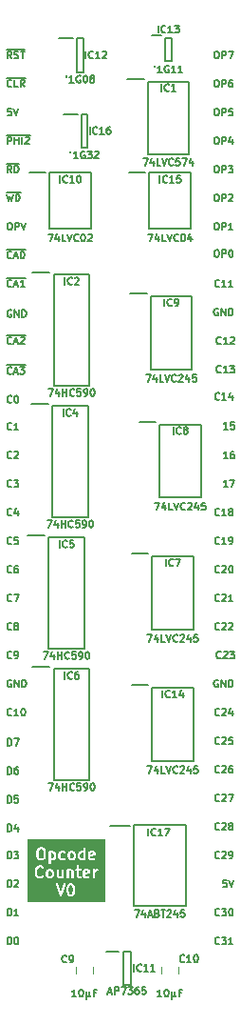
<source format=gto>
%TF.GenerationSoftware,KiCad,Pcbnew,7.0.5*%
%TF.CreationDate,2024-02-15T21:09:33+02:00*%
%TF.ProjectId,HCP65 Instruction Code,48435036-3520-4496-9e73-747275637469,V0*%
%TF.SameCoordinates,PX525bfc0PY43d3480*%
%TF.FileFunction,Legend,Top*%
%TF.FilePolarity,Positive*%
%FSLAX46Y46*%
G04 Gerber Fmt 4.6, Leading zero omitted, Abs format (unit mm)*
G04 Created by KiCad (PCBNEW 7.0.5) date 2024-02-15 21:09:33*
%MOMM*%
%LPD*%
G01*
G04 APERTURE LIST*
%ADD10C,0.150000*%
%ADD11C,0.200000*%
%ADD12C,0.120000*%
G04 APERTURE END LIST*
D10*
X20287839Y-66265486D02*
X20257601Y-66295725D01*
X20257601Y-66295725D02*
X20166887Y-66325963D01*
X20166887Y-66325963D02*
X20106411Y-66325963D01*
X20106411Y-66325963D02*
X20015696Y-66295725D01*
X20015696Y-66295725D02*
X19955220Y-66235248D01*
X19955220Y-66235248D02*
X19924982Y-66174772D01*
X19924982Y-66174772D02*
X19894744Y-66053820D01*
X19894744Y-66053820D02*
X19894744Y-65963105D01*
X19894744Y-65963105D02*
X19924982Y-65842153D01*
X19924982Y-65842153D02*
X19955220Y-65781677D01*
X19955220Y-65781677D02*
X20015696Y-65721201D01*
X20015696Y-65721201D02*
X20106411Y-65690963D01*
X20106411Y-65690963D02*
X20166887Y-65690963D01*
X20166887Y-65690963D02*
X20257601Y-65721201D01*
X20257601Y-65721201D02*
X20287839Y-65751439D01*
X20529744Y-65751439D02*
X20559982Y-65721201D01*
X20559982Y-65721201D02*
X20620458Y-65690963D01*
X20620458Y-65690963D02*
X20771649Y-65690963D01*
X20771649Y-65690963D02*
X20832125Y-65721201D01*
X20832125Y-65721201D02*
X20862363Y-65751439D01*
X20862363Y-65751439D02*
X20892601Y-65811915D01*
X20892601Y-65811915D02*
X20892601Y-65872391D01*
X20892601Y-65872391D02*
X20862363Y-65963105D01*
X20862363Y-65963105D02*
X20499506Y-66325963D01*
X20499506Y-66325963D02*
X20892601Y-66325963D01*
X21104268Y-65690963D02*
X21527601Y-65690963D01*
X21527601Y-65690963D02*
X21255458Y-66325963D01*
X1392874Y-76485963D02*
X1392874Y-75850963D01*
X1392874Y-75850963D02*
X1544064Y-75850963D01*
X1544064Y-75850963D02*
X1634779Y-75881201D01*
X1634779Y-75881201D02*
X1695255Y-75941677D01*
X1695255Y-75941677D02*
X1725493Y-76002153D01*
X1725493Y-76002153D02*
X1755731Y-76123105D01*
X1755731Y-76123105D02*
X1755731Y-76213820D01*
X1755731Y-76213820D02*
X1725493Y-76334772D01*
X1725493Y-76334772D02*
X1695255Y-76395248D01*
X1695255Y-76395248D02*
X1634779Y-76455725D01*
X1634779Y-76455725D02*
X1544064Y-76485963D01*
X1544064Y-76485963D02*
X1392874Y-76485963D01*
X2360493Y-76485963D02*
X1997636Y-76485963D01*
X2179064Y-76485963D02*
X2179064Y-75850963D01*
X2179064Y-75850963D02*
X2118588Y-75941677D01*
X2118588Y-75941677D02*
X2058112Y-76002153D01*
X2058112Y-76002153D02*
X1997636Y-76032391D01*
X20287839Y-51025486D02*
X20257601Y-51055725D01*
X20257601Y-51055725D02*
X20166887Y-51085963D01*
X20166887Y-51085963D02*
X20106411Y-51085963D01*
X20106411Y-51085963D02*
X20015696Y-51055725D01*
X20015696Y-51055725D02*
X19955220Y-50995248D01*
X19955220Y-50995248D02*
X19924982Y-50934772D01*
X19924982Y-50934772D02*
X19894744Y-50813820D01*
X19894744Y-50813820D02*
X19894744Y-50723105D01*
X19894744Y-50723105D02*
X19924982Y-50602153D01*
X19924982Y-50602153D02*
X19955220Y-50541677D01*
X19955220Y-50541677D02*
X20015696Y-50481201D01*
X20015696Y-50481201D02*
X20106411Y-50450963D01*
X20106411Y-50450963D02*
X20166887Y-50450963D01*
X20166887Y-50450963D02*
X20257601Y-50481201D01*
X20257601Y-50481201D02*
X20287839Y-50511439D01*
X20529744Y-50511439D02*
X20559982Y-50481201D01*
X20559982Y-50481201D02*
X20620458Y-50450963D01*
X20620458Y-50450963D02*
X20771649Y-50450963D01*
X20771649Y-50450963D02*
X20832125Y-50481201D01*
X20832125Y-50481201D02*
X20862363Y-50511439D01*
X20862363Y-50511439D02*
X20892601Y-50571915D01*
X20892601Y-50571915D02*
X20892601Y-50632391D01*
X20892601Y-50632391D02*
X20862363Y-50723105D01*
X20862363Y-50723105D02*
X20499506Y-51085963D01*
X20499506Y-51085963D02*
X20892601Y-51085963D01*
X21134506Y-50511439D02*
X21164744Y-50481201D01*
X21164744Y-50481201D02*
X21225220Y-50450963D01*
X21225220Y-50450963D02*
X21376411Y-50450963D01*
X21376411Y-50450963D02*
X21436887Y-50481201D01*
X21436887Y-50481201D02*
X21467125Y-50511439D01*
X21467125Y-50511439D02*
X21497363Y-50571915D01*
X21497363Y-50571915D02*
X21497363Y-50632391D01*
X21497363Y-50632391D02*
X21467125Y-50723105D01*
X21467125Y-50723105D02*
X21104268Y-51085963D01*
X21104268Y-51085963D02*
X21497363Y-51085963D01*
X20287839Y-68805486D02*
X20257601Y-68835725D01*
X20257601Y-68835725D02*
X20166887Y-68865963D01*
X20166887Y-68865963D02*
X20106411Y-68865963D01*
X20106411Y-68865963D02*
X20015696Y-68835725D01*
X20015696Y-68835725D02*
X19955220Y-68775248D01*
X19955220Y-68775248D02*
X19924982Y-68714772D01*
X19924982Y-68714772D02*
X19894744Y-68593820D01*
X19894744Y-68593820D02*
X19894744Y-68503105D01*
X19894744Y-68503105D02*
X19924982Y-68382153D01*
X19924982Y-68382153D02*
X19955220Y-68321677D01*
X19955220Y-68321677D02*
X20015696Y-68261201D01*
X20015696Y-68261201D02*
X20106411Y-68230963D01*
X20106411Y-68230963D02*
X20166887Y-68230963D01*
X20166887Y-68230963D02*
X20257601Y-68261201D01*
X20257601Y-68261201D02*
X20287839Y-68291439D01*
X20529744Y-68291439D02*
X20559982Y-68261201D01*
X20559982Y-68261201D02*
X20620458Y-68230963D01*
X20620458Y-68230963D02*
X20771649Y-68230963D01*
X20771649Y-68230963D02*
X20832125Y-68261201D01*
X20832125Y-68261201D02*
X20862363Y-68291439D01*
X20862363Y-68291439D02*
X20892601Y-68351915D01*
X20892601Y-68351915D02*
X20892601Y-68412391D01*
X20892601Y-68412391D02*
X20862363Y-68503105D01*
X20862363Y-68503105D02*
X20499506Y-68865963D01*
X20499506Y-68865963D02*
X20892601Y-68865963D01*
X21255458Y-68503105D02*
X21194982Y-68472867D01*
X21194982Y-68472867D02*
X21164744Y-68442629D01*
X21164744Y-68442629D02*
X21134506Y-68382153D01*
X21134506Y-68382153D02*
X21134506Y-68351915D01*
X21134506Y-68351915D02*
X21164744Y-68291439D01*
X21164744Y-68291439D02*
X21194982Y-68261201D01*
X21194982Y-68261201D02*
X21255458Y-68230963D01*
X21255458Y-68230963D02*
X21376411Y-68230963D01*
X21376411Y-68230963D02*
X21436887Y-68261201D01*
X21436887Y-68261201D02*
X21467125Y-68291439D01*
X21467125Y-68291439D02*
X21497363Y-68351915D01*
X21497363Y-68351915D02*
X21497363Y-68382153D01*
X21497363Y-68382153D02*
X21467125Y-68442629D01*
X21467125Y-68442629D02*
X21436887Y-68472867D01*
X21436887Y-68472867D02*
X21376411Y-68503105D01*
X21376411Y-68503105D02*
X21255458Y-68503105D01*
X21255458Y-68503105D02*
X21194982Y-68533344D01*
X21194982Y-68533344D02*
X21164744Y-68563582D01*
X21164744Y-68563582D02*
X21134506Y-68624058D01*
X21134506Y-68624058D02*
X21134506Y-68745010D01*
X21134506Y-68745010D02*
X21164744Y-68805486D01*
X21164744Y-68805486D02*
X21194982Y-68835725D01*
X21194982Y-68835725D02*
X21255458Y-68865963D01*
X21255458Y-68865963D02*
X21376411Y-68865963D01*
X21376411Y-68865963D02*
X21436887Y-68835725D01*
X21436887Y-68835725D02*
X21467125Y-68805486D01*
X21467125Y-68805486D02*
X21497363Y-68745010D01*
X21497363Y-68745010D02*
X21497363Y-68624058D01*
X21497363Y-68624058D02*
X21467125Y-68563582D01*
X21467125Y-68563582D02*
X21436887Y-68533344D01*
X21436887Y-68533344D02*
X21376411Y-68503105D01*
X1755731Y-30832486D02*
X1725493Y-30862725D01*
X1725493Y-30862725D02*
X1634779Y-30892963D01*
X1634779Y-30892963D02*
X1574303Y-30892963D01*
X1574303Y-30892963D02*
X1483588Y-30862725D01*
X1483588Y-30862725D02*
X1423112Y-30802248D01*
X1423112Y-30802248D02*
X1392874Y-30741772D01*
X1392874Y-30741772D02*
X1362636Y-30620820D01*
X1362636Y-30620820D02*
X1362636Y-30530105D01*
X1362636Y-30530105D02*
X1392874Y-30409153D01*
X1392874Y-30409153D02*
X1423112Y-30348677D01*
X1423112Y-30348677D02*
X1483588Y-30288201D01*
X1483588Y-30288201D02*
X1574303Y-30257963D01*
X1574303Y-30257963D02*
X1634779Y-30257963D01*
X1634779Y-30257963D02*
X1725493Y-30288201D01*
X1725493Y-30288201D02*
X1755731Y-30318439D01*
X2148826Y-30257963D02*
X2209303Y-30257963D01*
X2209303Y-30257963D02*
X2269779Y-30288201D01*
X2269779Y-30288201D02*
X2300017Y-30318439D01*
X2300017Y-30318439D02*
X2330255Y-30378915D01*
X2330255Y-30378915D02*
X2360493Y-30499867D01*
X2360493Y-30499867D02*
X2360493Y-30651058D01*
X2360493Y-30651058D02*
X2330255Y-30772010D01*
X2330255Y-30772010D02*
X2300017Y-30832486D01*
X2300017Y-30832486D02*
X2269779Y-30862725D01*
X2269779Y-30862725D02*
X2209303Y-30892963D01*
X2209303Y-30892963D02*
X2148826Y-30892963D01*
X2148826Y-30892963D02*
X2088350Y-30862725D01*
X2088350Y-30862725D02*
X2058112Y-30832486D01*
X2058112Y-30832486D02*
X2027874Y-30772010D01*
X2027874Y-30772010D02*
X1997636Y-30651058D01*
X1997636Y-30651058D02*
X1997636Y-30499867D01*
X1997636Y-30499867D02*
X2027874Y-30378915D01*
X2027874Y-30378915D02*
X2058112Y-30318439D01*
X2058112Y-30318439D02*
X2088350Y-30288201D01*
X2088350Y-30288201D02*
X2148826Y-30257963D01*
X1755731Y-48485486D02*
X1725493Y-48515725D01*
X1725493Y-48515725D02*
X1634779Y-48545963D01*
X1634779Y-48545963D02*
X1574303Y-48545963D01*
X1574303Y-48545963D02*
X1483588Y-48515725D01*
X1483588Y-48515725D02*
X1423112Y-48455248D01*
X1423112Y-48455248D02*
X1392874Y-48394772D01*
X1392874Y-48394772D02*
X1362636Y-48273820D01*
X1362636Y-48273820D02*
X1362636Y-48183105D01*
X1362636Y-48183105D02*
X1392874Y-48062153D01*
X1392874Y-48062153D02*
X1423112Y-48001677D01*
X1423112Y-48001677D02*
X1483588Y-47941201D01*
X1483588Y-47941201D02*
X1574303Y-47910963D01*
X1574303Y-47910963D02*
X1634779Y-47910963D01*
X1634779Y-47910963D02*
X1725493Y-47941201D01*
X1725493Y-47941201D02*
X1755731Y-47971439D01*
X1967398Y-47910963D02*
X2390731Y-47910963D01*
X2390731Y-47910963D02*
X2118588Y-48545963D01*
X19985458Y-17303963D02*
X20106411Y-17303963D01*
X20106411Y-17303963D02*
X20166887Y-17334201D01*
X20166887Y-17334201D02*
X20227363Y-17394677D01*
X20227363Y-17394677D02*
X20257601Y-17515629D01*
X20257601Y-17515629D02*
X20257601Y-17727296D01*
X20257601Y-17727296D02*
X20227363Y-17848248D01*
X20227363Y-17848248D02*
X20166887Y-17908725D01*
X20166887Y-17908725D02*
X20106411Y-17938963D01*
X20106411Y-17938963D02*
X19985458Y-17938963D01*
X19985458Y-17938963D02*
X19924982Y-17908725D01*
X19924982Y-17908725D02*
X19864506Y-17848248D01*
X19864506Y-17848248D02*
X19834268Y-17727296D01*
X19834268Y-17727296D02*
X19834268Y-17515629D01*
X19834268Y-17515629D02*
X19864506Y-17394677D01*
X19864506Y-17394677D02*
X19924982Y-17334201D01*
X19924982Y-17334201D02*
X19985458Y-17303963D01*
X20529744Y-17938963D02*
X20529744Y-17303963D01*
X20529744Y-17303963D02*
X20771649Y-17303963D01*
X20771649Y-17303963D02*
X20832125Y-17334201D01*
X20832125Y-17334201D02*
X20862363Y-17364439D01*
X20862363Y-17364439D02*
X20892601Y-17424915D01*
X20892601Y-17424915D02*
X20892601Y-17515629D01*
X20892601Y-17515629D02*
X20862363Y-17576105D01*
X20862363Y-17576105D02*
X20832125Y-17606344D01*
X20832125Y-17606344D02*
X20771649Y-17636582D01*
X20771649Y-17636582D02*
X20529744Y-17636582D01*
X21285696Y-17303963D02*
X21346173Y-17303963D01*
X21346173Y-17303963D02*
X21406649Y-17334201D01*
X21406649Y-17334201D02*
X21436887Y-17364439D01*
X21436887Y-17364439D02*
X21467125Y-17424915D01*
X21467125Y-17424915D02*
X21497363Y-17545867D01*
X21497363Y-17545867D02*
X21497363Y-17697058D01*
X21497363Y-17697058D02*
X21467125Y-17818010D01*
X21467125Y-17818010D02*
X21436887Y-17878486D01*
X21436887Y-17878486D02*
X21406649Y-17908725D01*
X21406649Y-17908725D02*
X21346173Y-17938963D01*
X21346173Y-17938963D02*
X21285696Y-17938963D01*
X21285696Y-17938963D02*
X21225220Y-17908725D01*
X21225220Y-17908725D02*
X21194982Y-17878486D01*
X21194982Y-17878486D02*
X21164744Y-17818010D01*
X21164744Y-17818010D02*
X21134506Y-17697058D01*
X21134506Y-17697058D02*
X21134506Y-17545867D01*
X21134506Y-17545867D02*
X21164744Y-17424915D01*
X21164744Y-17424915D02*
X21194982Y-17364439D01*
X21194982Y-17364439D02*
X21225220Y-17334201D01*
X21225220Y-17334201D02*
X21285696Y-17303963D01*
X1755731Y-18005486D02*
X1725493Y-18035725D01*
X1725493Y-18035725D02*
X1634779Y-18065963D01*
X1634779Y-18065963D02*
X1574303Y-18065963D01*
X1574303Y-18065963D02*
X1483588Y-18035725D01*
X1483588Y-18035725D02*
X1423112Y-17975248D01*
X1423112Y-17975248D02*
X1392874Y-17914772D01*
X1392874Y-17914772D02*
X1362636Y-17793820D01*
X1362636Y-17793820D02*
X1362636Y-17703105D01*
X1362636Y-17703105D02*
X1392874Y-17582153D01*
X1392874Y-17582153D02*
X1423112Y-17521677D01*
X1423112Y-17521677D02*
X1483588Y-17461201D01*
X1483588Y-17461201D02*
X1574303Y-17430963D01*
X1574303Y-17430963D02*
X1634779Y-17430963D01*
X1634779Y-17430963D02*
X1725493Y-17461201D01*
X1725493Y-17461201D02*
X1755731Y-17491439D01*
X1997636Y-17884534D02*
X2300017Y-17884534D01*
X1937160Y-18065963D02*
X2148826Y-17430963D01*
X2148826Y-17430963D02*
X2360493Y-18065963D01*
X2693112Y-17430963D02*
X2753589Y-17430963D01*
X2753589Y-17430963D02*
X2814065Y-17461201D01*
X2814065Y-17461201D02*
X2844303Y-17491439D01*
X2844303Y-17491439D02*
X2874541Y-17551915D01*
X2874541Y-17551915D02*
X2904779Y-17672867D01*
X2904779Y-17672867D02*
X2904779Y-17824058D01*
X2904779Y-17824058D02*
X2874541Y-17945010D01*
X2874541Y-17945010D02*
X2844303Y-18005486D01*
X2844303Y-18005486D02*
X2814065Y-18035725D01*
X2814065Y-18035725D02*
X2753589Y-18065963D01*
X2753589Y-18065963D02*
X2693112Y-18065963D01*
X2693112Y-18065963D02*
X2632636Y-18035725D01*
X2632636Y-18035725D02*
X2602398Y-18005486D01*
X2602398Y-18005486D02*
X2572160Y-17945010D01*
X2572160Y-17945010D02*
X2541922Y-17824058D01*
X2541922Y-17824058D02*
X2541922Y-17672867D01*
X2541922Y-17672867D02*
X2572160Y-17551915D01*
X2572160Y-17551915D02*
X2602398Y-17491439D01*
X2602398Y-17491439D02*
X2632636Y-17461201D01*
X2632636Y-17461201D02*
X2693112Y-17430963D01*
X1305184Y-17254675D02*
X2962232Y-17254675D01*
X1755731Y-20545486D02*
X1725493Y-20575725D01*
X1725493Y-20575725D02*
X1634779Y-20605963D01*
X1634779Y-20605963D02*
X1574303Y-20605963D01*
X1574303Y-20605963D02*
X1483588Y-20575725D01*
X1483588Y-20575725D02*
X1423112Y-20515248D01*
X1423112Y-20515248D02*
X1392874Y-20454772D01*
X1392874Y-20454772D02*
X1362636Y-20333820D01*
X1362636Y-20333820D02*
X1362636Y-20243105D01*
X1362636Y-20243105D02*
X1392874Y-20122153D01*
X1392874Y-20122153D02*
X1423112Y-20061677D01*
X1423112Y-20061677D02*
X1483588Y-20001201D01*
X1483588Y-20001201D02*
X1574303Y-19970963D01*
X1574303Y-19970963D02*
X1634779Y-19970963D01*
X1634779Y-19970963D02*
X1725493Y-20001201D01*
X1725493Y-20001201D02*
X1755731Y-20031439D01*
X1997636Y-20424534D02*
X2300017Y-20424534D01*
X1937160Y-20605963D02*
X2148826Y-19970963D01*
X2148826Y-19970963D02*
X2360493Y-20605963D01*
X2904779Y-20605963D02*
X2541922Y-20605963D01*
X2723350Y-20605963D02*
X2723350Y-19970963D01*
X2723350Y-19970963D02*
X2662874Y-20061677D01*
X2662874Y-20061677D02*
X2602398Y-20122153D01*
X2602398Y-20122153D02*
X2541922Y-20152391D01*
X1305184Y-19794675D02*
X2962232Y-19794675D01*
X1755731Y-285963D02*
X1544064Y16418D01*
X1392874Y-285963D02*
X1392874Y349037D01*
X1392874Y349037D02*
X1634779Y349037D01*
X1634779Y349037D02*
X1695255Y318799D01*
X1695255Y318799D02*
X1725493Y288561D01*
X1725493Y288561D02*
X1755731Y228085D01*
X1755731Y228085D02*
X1755731Y137371D01*
X1755731Y137371D02*
X1725493Y76895D01*
X1725493Y76895D02*
X1695255Y46656D01*
X1695255Y46656D02*
X1634779Y16418D01*
X1634779Y16418D02*
X1392874Y16418D01*
X1997636Y-255725D02*
X2088350Y-285963D01*
X2088350Y-285963D02*
X2239541Y-285963D01*
X2239541Y-285963D02*
X2300017Y-255725D01*
X2300017Y-255725D02*
X2330255Y-225486D01*
X2330255Y-225486D02*
X2360493Y-165010D01*
X2360493Y-165010D02*
X2360493Y-104534D01*
X2360493Y-104534D02*
X2330255Y-44058D01*
X2330255Y-44058D02*
X2300017Y-13820D01*
X2300017Y-13820D02*
X2239541Y16418D01*
X2239541Y16418D02*
X2118588Y46656D01*
X2118588Y46656D02*
X2058112Y76895D01*
X2058112Y76895D02*
X2027874Y107133D01*
X2027874Y107133D02*
X1997636Y167609D01*
X1997636Y167609D02*
X1997636Y228085D01*
X1997636Y228085D02*
X2027874Y288561D01*
X2027874Y288561D02*
X2058112Y318799D01*
X2058112Y318799D02*
X2118588Y349037D01*
X2118588Y349037D02*
X2269779Y349037D01*
X2269779Y349037D02*
X2360493Y318799D01*
X2541922Y349037D02*
X2904779Y349037D01*
X2723350Y-285963D02*
X2723350Y349037D01*
X1305184Y525325D02*
X2901756Y525325D01*
X1755731Y-51025486D02*
X1725493Y-51055725D01*
X1725493Y-51055725D02*
X1634779Y-51085963D01*
X1634779Y-51085963D02*
X1574303Y-51085963D01*
X1574303Y-51085963D02*
X1483588Y-51055725D01*
X1483588Y-51055725D02*
X1423112Y-50995248D01*
X1423112Y-50995248D02*
X1392874Y-50934772D01*
X1392874Y-50934772D02*
X1362636Y-50813820D01*
X1362636Y-50813820D02*
X1362636Y-50723105D01*
X1362636Y-50723105D02*
X1392874Y-50602153D01*
X1392874Y-50602153D02*
X1423112Y-50541677D01*
X1423112Y-50541677D02*
X1483588Y-50481201D01*
X1483588Y-50481201D02*
X1574303Y-50450963D01*
X1574303Y-50450963D02*
X1634779Y-50450963D01*
X1634779Y-50450963D02*
X1725493Y-50481201D01*
X1725493Y-50481201D02*
X1755731Y-50511439D01*
X2118588Y-50723105D02*
X2058112Y-50692867D01*
X2058112Y-50692867D02*
X2027874Y-50662629D01*
X2027874Y-50662629D02*
X1997636Y-50602153D01*
X1997636Y-50602153D02*
X1997636Y-50571915D01*
X1997636Y-50571915D02*
X2027874Y-50511439D01*
X2027874Y-50511439D02*
X2058112Y-50481201D01*
X2058112Y-50481201D02*
X2118588Y-50450963D01*
X2118588Y-50450963D02*
X2239541Y-50450963D01*
X2239541Y-50450963D02*
X2300017Y-50481201D01*
X2300017Y-50481201D02*
X2330255Y-50511439D01*
X2330255Y-50511439D02*
X2360493Y-50571915D01*
X2360493Y-50571915D02*
X2360493Y-50602153D01*
X2360493Y-50602153D02*
X2330255Y-50662629D01*
X2330255Y-50662629D02*
X2300017Y-50692867D01*
X2300017Y-50692867D02*
X2239541Y-50723105D01*
X2239541Y-50723105D02*
X2118588Y-50723105D01*
X2118588Y-50723105D02*
X2058112Y-50753344D01*
X2058112Y-50753344D02*
X2027874Y-50783582D01*
X2027874Y-50783582D02*
X1997636Y-50844058D01*
X1997636Y-50844058D02*
X1997636Y-50965010D01*
X1997636Y-50965010D02*
X2027874Y-51025486D01*
X2027874Y-51025486D02*
X2058112Y-51055725D01*
X2058112Y-51055725D02*
X2118588Y-51085963D01*
X2118588Y-51085963D02*
X2239541Y-51085963D01*
X2239541Y-51085963D02*
X2300017Y-51055725D01*
X2300017Y-51055725D02*
X2330255Y-51025486D01*
X2330255Y-51025486D02*
X2360493Y-50965010D01*
X2360493Y-50965010D02*
X2360493Y-50844058D01*
X2360493Y-50844058D02*
X2330255Y-50783582D01*
X2330255Y-50783582D02*
X2300017Y-50753344D01*
X2300017Y-50753344D02*
X2239541Y-50723105D01*
X20287839Y-40865486D02*
X20257601Y-40895725D01*
X20257601Y-40895725D02*
X20166887Y-40925963D01*
X20166887Y-40925963D02*
X20106411Y-40925963D01*
X20106411Y-40925963D02*
X20015696Y-40895725D01*
X20015696Y-40895725D02*
X19955220Y-40835248D01*
X19955220Y-40835248D02*
X19924982Y-40774772D01*
X19924982Y-40774772D02*
X19894744Y-40653820D01*
X19894744Y-40653820D02*
X19894744Y-40563105D01*
X19894744Y-40563105D02*
X19924982Y-40442153D01*
X19924982Y-40442153D02*
X19955220Y-40381677D01*
X19955220Y-40381677D02*
X20015696Y-40321201D01*
X20015696Y-40321201D02*
X20106411Y-40290963D01*
X20106411Y-40290963D02*
X20166887Y-40290963D01*
X20166887Y-40290963D02*
X20257601Y-40321201D01*
X20257601Y-40321201D02*
X20287839Y-40351439D01*
X20892601Y-40925963D02*
X20529744Y-40925963D01*
X20711172Y-40925963D02*
X20711172Y-40290963D01*
X20711172Y-40290963D02*
X20650696Y-40381677D01*
X20650696Y-40381677D02*
X20590220Y-40442153D01*
X20590220Y-40442153D02*
X20529744Y-40472391D01*
X21255458Y-40563105D02*
X21194982Y-40532867D01*
X21194982Y-40532867D02*
X21164744Y-40502629D01*
X21164744Y-40502629D02*
X21134506Y-40442153D01*
X21134506Y-40442153D02*
X21134506Y-40411915D01*
X21134506Y-40411915D02*
X21164744Y-40351439D01*
X21164744Y-40351439D02*
X21194982Y-40321201D01*
X21194982Y-40321201D02*
X21255458Y-40290963D01*
X21255458Y-40290963D02*
X21376411Y-40290963D01*
X21376411Y-40290963D02*
X21436887Y-40321201D01*
X21436887Y-40321201D02*
X21467125Y-40351439D01*
X21467125Y-40351439D02*
X21497363Y-40411915D01*
X21497363Y-40411915D02*
X21497363Y-40442153D01*
X21497363Y-40442153D02*
X21467125Y-40502629D01*
X21467125Y-40502629D02*
X21436887Y-40532867D01*
X21436887Y-40532867D02*
X21376411Y-40563105D01*
X21376411Y-40563105D02*
X21255458Y-40563105D01*
X21255458Y-40563105D02*
X21194982Y-40593344D01*
X21194982Y-40593344D02*
X21164744Y-40623582D01*
X21164744Y-40623582D02*
X21134506Y-40684058D01*
X21134506Y-40684058D02*
X21134506Y-40805010D01*
X21134506Y-40805010D02*
X21164744Y-40865486D01*
X21164744Y-40865486D02*
X21194982Y-40895725D01*
X21194982Y-40895725D02*
X21255458Y-40925963D01*
X21255458Y-40925963D02*
X21376411Y-40925963D01*
X21376411Y-40925963D02*
X21436887Y-40895725D01*
X21436887Y-40895725D02*
X21467125Y-40865486D01*
X21467125Y-40865486D02*
X21497363Y-40805010D01*
X21497363Y-40805010D02*
X21497363Y-40684058D01*
X21497363Y-40684058D02*
X21467125Y-40623582D01*
X21467125Y-40623582D02*
X21436887Y-40593344D01*
X21436887Y-40593344D02*
X21376411Y-40563105D01*
X1755731Y-58645486D02*
X1725493Y-58675725D01*
X1725493Y-58675725D02*
X1634779Y-58705963D01*
X1634779Y-58705963D02*
X1574303Y-58705963D01*
X1574303Y-58705963D02*
X1483588Y-58675725D01*
X1483588Y-58675725D02*
X1423112Y-58615248D01*
X1423112Y-58615248D02*
X1392874Y-58554772D01*
X1392874Y-58554772D02*
X1362636Y-58433820D01*
X1362636Y-58433820D02*
X1362636Y-58343105D01*
X1362636Y-58343105D02*
X1392874Y-58222153D01*
X1392874Y-58222153D02*
X1423112Y-58161677D01*
X1423112Y-58161677D02*
X1483588Y-58101201D01*
X1483588Y-58101201D02*
X1574303Y-58070963D01*
X1574303Y-58070963D02*
X1634779Y-58070963D01*
X1634779Y-58070963D02*
X1725493Y-58101201D01*
X1725493Y-58101201D02*
X1755731Y-58131439D01*
X2360493Y-58705963D02*
X1997636Y-58705963D01*
X2179064Y-58705963D02*
X2179064Y-58070963D01*
X2179064Y-58070963D02*
X2118588Y-58161677D01*
X2118588Y-58161677D02*
X2058112Y-58222153D01*
X2058112Y-58222153D02*
X1997636Y-58252391D01*
X2753588Y-58070963D02*
X2814065Y-58070963D01*
X2814065Y-58070963D02*
X2874541Y-58101201D01*
X2874541Y-58101201D02*
X2904779Y-58131439D01*
X2904779Y-58131439D02*
X2935017Y-58191915D01*
X2935017Y-58191915D02*
X2965255Y-58312867D01*
X2965255Y-58312867D02*
X2965255Y-58464058D01*
X2965255Y-58464058D02*
X2935017Y-58585010D01*
X2935017Y-58585010D02*
X2904779Y-58645486D01*
X2904779Y-58645486D02*
X2874541Y-58675725D01*
X2874541Y-58675725D02*
X2814065Y-58705963D01*
X2814065Y-58705963D02*
X2753588Y-58705963D01*
X2753588Y-58705963D02*
X2693112Y-58675725D01*
X2693112Y-58675725D02*
X2662874Y-58645486D01*
X2662874Y-58645486D02*
X2632636Y-58585010D01*
X2632636Y-58585010D02*
X2602398Y-58464058D01*
X2602398Y-58464058D02*
X2602398Y-58312867D01*
X2602398Y-58312867D02*
X2632636Y-58191915D01*
X2632636Y-58191915D02*
X2662874Y-58131439D01*
X2662874Y-58131439D02*
X2693112Y-58101201D01*
X2693112Y-58101201D02*
X2753588Y-58070963D01*
X19985458Y-9810963D02*
X20106411Y-9810963D01*
X20106411Y-9810963D02*
X20166887Y-9841201D01*
X20166887Y-9841201D02*
X20227363Y-9901677D01*
X20227363Y-9901677D02*
X20257601Y-10022629D01*
X20257601Y-10022629D02*
X20257601Y-10234296D01*
X20257601Y-10234296D02*
X20227363Y-10355248D01*
X20227363Y-10355248D02*
X20166887Y-10415725D01*
X20166887Y-10415725D02*
X20106411Y-10445963D01*
X20106411Y-10445963D02*
X19985458Y-10445963D01*
X19985458Y-10445963D02*
X19924982Y-10415725D01*
X19924982Y-10415725D02*
X19864506Y-10355248D01*
X19864506Y-10355248D02*
X19834268Y-10234296D01*
X19834268Y-10234296D02*
X19834268Y-10022629D01*
X19834268Y-10022629D02*
X19864506Y-9901677D01*
X19864506Y-9901677D02*
X19924982Y-9841201D01*
X19924982Y-9841201D02*
X19985458Y-9810963D01*
X20529744Y-10445963D02*
X20529744Y-9810963D01*
X20529744Y-9810963D02*
X20771649Y-9810963D01*
X20771649Y-9810963D02*
X20832125Y-9841201D01*
X20832125Y-9841201D02*
X20862363Y-9871439D01*
X20862363Y-9871439D02*
X20892601Y-9931915D01*
X20892601Y-9931915D02*
X20892601Y-10022629D01*
X20892601Y-10022629D02*
X20862363Y-10083105D01*
X20862363Y-10083105D02*
X20832125Y-10113344D01*
X20832125Y-10113344D02*
X20771649Y-10143582D01*
X20771649Y-10143582D02*
X20529744Y-10143582D01*
X21104268Y-9810963D02*
X21497363Y-9810963D01*
X21497363Y-9810963D02*
X21285696Y-10052867D01*
X21285696Y-10052867D02*
X21376411Y-10052867D01*
X21376411Y-10052867D02*
X21436887Y-10083105D01*
X21436887Y-10083105D02*
X21467125Y-10113344D01*
X21467125Y-10113344D02*
X21497363Y-10173820D01*
X21497363Y-10173820D02*
X21497363Y-10325010D01*
X21497363Y-10325010D02*
X21467125Y-10385486D01*
X21467125Y-10385486D02*
X21436887Y-10415725D01*
X21436887Y-10415725D02*
X21376411Y-10445963D01*
X21376411Y-10445963D02*
X21194982Y-10445963D01*
X21194982Y-10445963D02*
X21134506Y-10415725D01*
X21134506Y-10415725D02*
X21104268Y-10385486D01*
X19985458Y-14890963D02*
X20106411Y-14890963D01*
X20106411Y-14890963D02*
X20166887Y-14921201D01*
X20166887Y-14921201D02*
X20227363Y-14981677D01*
X20227363Y-14981677D02*
X20257601Y-15102629D01*
X20257601Y-15102629D02*
X20257601Y-15314296D01*
X20257601Y-15314296D02*
X20227363Y-15435248D01*
X20227363Y-15435248D02*
X20166887Y-15495725D01*
X20166887Y-15495725D02*
X20106411Y-15525963D01*
X20106411Y-15525963D02*
X19985458Y-15525963D01*
X19985458Y-15525963D02*
X19924982Y-15495725D01*
X19924982Y-15495725D02*
X19864506Y-15435248D01*
X19864506Y-15435248D02*
X19834268Y-15314296D01*
X19834268Y-15314296D02*
X19834268Y-15102629D01*
X19834268Y-15102629D02*
X19864506Y-14981677D01*
X19864506Y-14981677D02*
X19924982Y-14921201D01*
X19924982Y-14921201D02*
X19985458Y-14890963D01*
X20529744Y-15525963D02*
X20529744Y-14890963D01*
X20529744Y-14890963D02*
X20771649Y-14890963D01*
X20771649Y-14890963D02*
X20832125Y-14921201D01*
X20832125Y-14921201D02*
X20862363Y-14951439D01*
X20862363Y-14951439D02*
X20892601Y-15011915D01*
X20892601Y-15011915D02*
X20892601Y-15102629D01*
X20892601Y-15102629D02*
X20862363Y-15163105D01*
X20862363Y-15163105D02*
X20832125Y-15193344D01*
X20832125Y-15193344D02*
X20771649Y-15223582D01*
X20771649Y-15223582D02*
X20529744Y-15223582D01*
X21497363Y-15525963D02*
X21134506Y-15525963D01*
X21315934Y-15525963D02*
X21315934Y-14890963D01*
X21315934Y-14890963D02*
X21255458Y-14981677D01*
X21255458Y-14981677D02*
X21194982Y-15042153D01*
X21194982Y-15042153D02*
X21134506Y-15072391D01*
X20166887Y-22541201D02*
X20106411Y-22510963D01*
X20106411Y-22510963D02*
X20015697Y-22510963D01*
X20015697Y-22510963D02*
X19924982Y-22541201D01*
X19924982Y-22541201D02*
X19864506Y-22601677D01*
X19864506Y-22601677D02*
X19834268Y-22662153D01*
X19834268Y-22662153D02*
X19804030Y-22783105D01*
X19804030Y-22783105D02*
X19804030Y-22873820D01*
X19804030Y-22873820D02*
X19834268Y-22994772D01*
X19834268Y-22994772D02*
X19864506Y-23055248D01*
X19864506Y-23055248D02*
X19924982Y-23115725D01*
X19924982Y-23115725D02*
X20015697Y-23145963D01*
X20015697Y-23145963D02*
X20076173Y-23145963D01*
X20076173Y-23145963D02*
X20166887Y-23115725D01*
X20166887Y-23115725D02*
X20197125Y-23085486D01*
X20197125Y-23085486D02*
X20197125Y-22873820D01*
X20197125Y-22873820D02*
X20076173Y-22873820D01*
X20469268Y-23145963D02*
X20469268Y-22510963D01*
X20469268Y-22510963D02*
X20832125Y-23145963D01*
X20832125Y-23145963D02*
X20832125Y-22510963D01*
X21134506Y-23145963D02*
X21134506Y-22510963D01*
X21134506Y-22510963D02*
X21285696Y-22510963D01*
X21285696Y-22510963D02*
X21376411Y-22541201D01*
X21376411Y-22541201D02*
X21436887Y-22601677D01*
X21436887Y-22601677D02*
X21467125Y-22662153D01*
X21467125Y-22662153D02*
X21497363Y-22783105D01*
X21497363Y-22783105D02*
X21497363Y-22873820D01*
X21497363Y-22873820D02*
X21467125Y-22994772D01*
X21467125Y-22994772D02*
X21436887Y-23055248D01*
X21436887Y-23055248D02*
X21376411Y-23115725D01*
X21376411Y-23115725D02*
X21285696Y-23145963D01*
X21285696Y-23145963D02*
X21134506Y-23145963D01*
X1392874Y-61372963D02*
X1392874Y-60737963D01*
X1392874Y-60737963D02*
X1544064Y-60737963D01*
X1544064Y-60737963D02*
X1634779Y-60768201D01*
X1634779Y-60768201D02*
X1695255Y-60828677D01*
X1695255Y-60828677D02*
X1725493Y-60889153D01*
X1725493Y-60889153D02*
X1755731Y-61010105D01*
X1755731Y-61010105D02*
X1755731Y-61100820D01*
X1755731Y-61100820D02*
X1725493Y-61221772D01*
X1725493Y-61221772D02*
X1695255Y-61282248D01*
X1695255Y-61282248D02*
X1634779Y-61342725D01*
X1634779Y-61342725D02*
X1544064Y-61372963D01*
X1544064Y-61372963D02*
X1392874Y-61372963D01*
X1967398Y-60737963D02*
X2390731Y-60737963D01*
X2390731Y-60737963D02*
X2118588Y-61372963D01*
X20287839Y-78965486D02*
X20257601Y-78995725D01*
X20257601Y-78995725D02*
X20166887Y-79025963D01*
X20166887Y-79025963D02*
X20106411Y-79025963D01*
X20106411Y-79025963D02*
X20015696Y-78995725D01*
X20015696Y-78995725D02*
X19955220Y-78935248D01*
X19955220Y-78935248D02*
X19924982Y-78874772D01*
X19924982Y-78874772D02*
X19894744Y-78753820D01*
X19894744Y-78753820D02*
X19894744Y-78663105D01*
X19894744Y-78663105D02*
X19924982Y-78542153D01*
X19924982Y-78542153D02*
X19955220Y-78481677D01*
X19955220Y-78481677D02*
X20015696Y-78421201D01*
X20015696Y-78421201D02*
X20106411Y-78390963D01*
X20106411Y-78390963D02*
X20166887Y-78390963D01*
X20166887Y-78390963D02*
X20257601Y-78421201D01*
X20257601Y-78421201D02*
X20287839Y-78451439D01*
X20499506Y-78390963D02*
X20892601Y-78390963D01*
X20892601Y-78390963D02*
X20680934Y-78632867D01*
X20680934Y-78632867D02*
X20771649Y-78632867D01*
X20771649Y-78632867D02*
X20832125Y-78663105D01*
X20832125Y-78663105D02*
X20862363Y-78693344D01*
X20862363Y-78693344D02*
X20892601Y-78753820D01*
X20892601Y-78753820D02*
X20892601Y-78905010D01*
X20892601Y-78905010D02*
X20862363Y-78965486D01*
X20862363Y-78965486D02*
X20832125Y-78995725D01*
X20832125Y-78995725D02*
X20771649Y-79025963D01*
X20771649Y-79025963D02*
X20590220Y-79025963D01*
X20590220Y-79025963D02*
X20529744Y-78995725D01*
X20529744Y-78995725D02*
X20499506Y-78965486D01*
X21497363Y-79025963D02*
X21134506Y-79025963D01*
X21315934Y-79025963D02*
X21315934Y-78390963D01*
X21315934Y-78390963D02*
X21255458Y-78481677D01*
X21255458Y-78481677D02*
X21194982Y-78542153D01*
X21194982Y-78542153D02*
X21134506Y-78572391D01*
X1755731Y-35785486D02*
X1725493Y-35815725D01*
X1725493Y-35815725D02*
X1634779Y-35845963D01*
X1634779Y-35845963D02*
X1574303Y-35845963D01*
X1574303Y-35845963D02*
X1483588Y-35815725D01*
X1483588Y-35815725D02*
X1423112Y-35755248D01*
X1423112Y-35755248D02*
X1392874Y-35694772D01*
X1392874Y-35694772D02*
X1362636Y-35573820D01*
X1362636Y-35573820D02*
X1362636Y-35483105D01*
X1362636Y-35483105D02*
X1392874Y-35362153D01*
X1392874Y-35362153D02*
X1423112Y-35301677D01*
X1423112Y-35301677D02*
X1483588Y-35241201D01*
X1483588Y-35241201D02*
X1574303Y-35210963D01*
X1574303Y-35210963D02*
X1634779Y-35210963D01*
X1634779Y-35210963D02*
X1725493Y-35241201D01*
X1725493Y-35241201D02*
X1755731Y-35271439D01*
X1997636Y-35271439D02*
X2027874Y-35241201D01*
X2027874Y-35241201D02*
X2088350Y-35210963D01*
X2088350Y-35210963D02*
X2239541Y-35210963D01*
X2239541Y-35210963D02*
X2300017Y-35241201D01*
X2300017Y-35241201D02*
X2330255Y-35271439D01*
X2330255Y-35271439D02*
X2360493Y-35331915D01*
X2360493Y-35331915D02*
X2360493Y-35392391D01*
X2360493Y-35392391D02*
X2330255Y-35483105D01*
X2330255Y-35483105D02*
X1967398Y-35845963D01*
X1967398Y-35845963D02*
X2360493Y-35845963D01*
X21019601Y-38385963D02*
X20656744Y-38385963D01*
X20838172Y-38385963D02*
X20838172Y-37750963D01*
X20838172Y-37750963D02*
X20777696Y-37841677D01*
X20777696Y-37841677D02*
X20717220Y-37902153D01*
X20717220Y-37902153D02*
X20656744Y-37932391D01*
X21231268Y-37750963D02*
X21654601Y-37750963D01*
X21654601Y-37750963D02*
X21382458Y-38385963D01*
X21019601Y-33255163D02*
X20656744Y-33255163D01*
X20838172Y-33255163D02*
X20838172Y-32620163D01*
X20838172Y-32620163D02*
X20777696Y-32710877D01*
X20777696Y-32710877D02*
X20717220Y-32771353D01*
X20717220Y-32771353D02*
X20656744Y-32801591D01*
X21594125Y-32620163D02*
X21291744Y-32620163D01*
X21291744Y-32620163D02*
X21261506Y-32922544D01*
X21261506Y-32922544D02*
X21291744Y-32892305D01*
X21291744Y-32892305D02*
X21352220Y-32862067D01*
X21352220Y-32862067D02*
X21503411Y-32862067D01*
X21503411Y-32862067D02*
X21563887Y-32892305D01*
X21563887Y-32892305D02*
X21594125Y-32922544D01*
X21594125Y-32922544D02*
X21624363Y-32983020D01*
X21624363Y-32983020D02*
X21624363Y-33134210D01*
X21624363Y-33134210D02*
X21594125Y-33194686D01*
X21594125Y-33194686D02*
X21563887Y-33224925D01*
X21563887Y-33224925D02*
X21503411Y-33255163D01*
X21503411Y-33255163D02*
X21352220Y-33255163D01*
X21352220Y-33255163D02*
X21291744Y-33224925D01*
X21291744Y-33224925D02*
X21261506Y-33194686D01*
X1513826Y-14890963D02*
X1634779Y-14890963D01*
X1634779Y-14890963D02*
X1695255Y-14921201D01*
X1695255Y-14921201D02*
X1755731Y-14981677D01*
X1755731Y-14981677D02*
X1785969Y-15102629D01*
X1785969Y-15102629D02*
X1785969Y-15314296D01*
X1785969Y-15314296D02*
X1755731Y-15435248D01*
X1755731Y-15435248D02*
X1695255Y-15495725D01*
X1695255Y-15495725D02*
X1634779Y-15525963D01*
X1634779Y-15525963D02*
X1513826Y-15525963D01*
X1513826Y-15525963D02*
X1453350Y-15495725D01*
X1453350Y-15495725D02*
X1392874Y-15435248D01*
X1392874Y-15435248D02*
X1362636Y-15314296D01*
X1362636Y-15314296D02*
X1362636Y-15102629D01*
X1362636Y-15102629D02*
X1392874Y-14981677D01*
X1392874Y-14981677D02*
X1453350Y-14921201D01*
X1453350Y-14921201D02*
X1513826Y-14890963D01*
X2058112Y-15525963D02*
X2058112Y-14890963D01*
X2058112Y-14890963D02*
X2300017Y-14890963D01*
X2300017Y-14890963D02*
X2360493Y-14921201D01*
X2360493Y-14921201D02*
X2390731Y-14951439D01*
X2390731Y-14951439D02*
X2420969Y-15011915D01*
X2420969Y-15011915D02*
X2420969Y-15102629D01*
X2420969Y-15102629D02*
X2390731Y-15163105D01*
X2390731Y-15163105D02*
X2360493Y-15193344D01*
X2360493Y-15193344D02*
X2300017Y-15223582D01*
X2300017Y-15223582D02*
X2058112Y-15223582D01*
X2602398Y-14890963D02*
X2814064Y-15525963D01*
X2814064Y-15525963D02*
X3025731Y-14890963D01*
X20414839Y-28165486D02*
X20384601Y-28195725D01*
X20384601Y-28195725D02*
X20293887Y-28225963D01*
X20293887Y-28225963D02*
X20233411Y-28225963D01*
X20233411Y-28225963D02*
X20142696Y-28195725D01*
X20142696Y-28195725D02*
X20082220Y-28135248D01*
X20082220Y-28135248D02*
X20051982Y-28074772D01*
X20051982Y-28074772D02*
X20021744Y-27953820D01*
X20021744Y-27953820D02*
X20021744Y-27863105D01*
X20021744Y-27863105D02*
X20051982Y-27742153D01*
X20051982Y-27742153D02*
X20082220Y-27681677D01*
X20082220Y-27681677D02*
X20142696Y-27621201D01*
X20142696Y-27621201D02*
X20233411Y-27590963D01*
X20233411Y-27590963D02*
X20293887Y-27590963D01*
X20293887Y-27590963D02*
X20384601Y-27621201D01*
X20384601Y-27621201D02*
X20414839Y-27651439D01*
X21019601Y-28225963D02*
X20656744Y-28225963D01*
X20838172Y-28225963D02*
X20838172Y-27590963D01*
X20838172Y-27590963D02*
X20777696Y-27681677D01*
X20777696Y-27681677D02*
X20717220Y-27742153D01*
X20717220Y-27742153D02*
X20656744Y-27772391D01*
X21231268Y-27590963D02*
X21624363Y-27590963D01*
X21624363Y-27590963D02*
X21412696Y-27832867D01*
X21412696Y-27832867D02*
X21503411Y-27832867D01*
X21503411Y-27832867D02*
X21563887Y-27863105D01*
X21563887Y-27863105D02*
X21594125Y-27893344D01*
X21594125Y-27893344D02*
X21624363Y-27953820D01*
X21624363Y-27953820D02*
X21624363Y-28105010D01*
X21624363Y-28105010D02*
X21594125Y-28165486D01*
X21594125Y-28165486D02*
X21563887Y-28195725D01*
X21563887Y-28195725D02*
X21503411Y-28225963D01*
X21503411Y-28225963D02*
X21321982Y-28225963D01*
X21321982Y-28225963D02*
X21261506Y-28195725D01*
X21261506Y-28195725D02*
X21231268Y-28165486D01*
X1392874Y-71405963D02*
X1392874Y-70770963D01*
X1392874Y-70770963D02*
X1544064Y-70770963D01*
X1544064Y-70770963D02*
X1634779Y-70801201D01*
X1634779Y-70801201D02*
X1695255Y-70861677D01*
X1695255Y-70861677D02*
X1725493Y-70922153D01*
X1725493Y-70922153D02*
X1755731Y-71043105D01*
X1755731Y-71043105D02*
X1755731Y-71133820D01*
X1755731Y-71133820D02*
X1725493Y-71254772D01*
X1725493Y-71254772D02*
X1695255Y-71315248D01*
X1695255Y-71315248D02*
X1634779Y-71375725D01*
X1634779Y-71375725D02*
X1544064Y-71405963D01*
X1544064Y-71405963D02*
X1392874Y-71405963D01*
X1967398Y-70770963D02*
X2360493Y-70770963D01*
X2360493Y-70770963D02*
X2148826Y-71012867D01*
X2148826Y-71012867D02*
X2239541Y-71012867D01*
X2239541Y-71012867D02*
X2300017Y-71043105D01*
X2300017Y-71043105D02*
X2330255Y-71073344D01*
X2330255Y-71073344D02*
X2360493Y-71133820D01*
X2360493Y-71133820D02*
X2360493Y-71285010D01*
X2360493Y-71285010D02*
X2330255Y-71345486D01*
X2330255Y-71345486D02*
X2300017Y-71375725D01*
X2300017Y-71375725D02*
X2239541Y-71405963D01*
X2239541Y-71405963D02*
X2058112Y-71405963D01*
X2058112Y-71405963D02*
X1997636Y-71375725D01*
X1997636Y-71375725D02*
X1967398Y-71345486D01*
X20287839Y-71345486D02*
X20257601Y-71375725D01*
X20257601Y-71375725D02*
X20166887Y-71405963D01*
X20166887Y-71405963D02*
X20106411Y-71405963D01*
X20106411Y-71405963D02*
X20015696Y-71375725D01*
X20015696Y-71375725D02*
X19955220Y-71315248D01*
X19955220Y-71315248D02*
X19924982Y-71254772D01*
X19924982Y-71254772D02*
X19894744Y-71133820D01*
X19894744Y-71133820D02*
X19894744Y-71043105D01*
X19894744Y-71043105D02*
X19924982Y-70922153D01*
X19924982Y-70922153D02*
X19955220Y-70861677D01*
X19955220Y-70861677D02*
X20015696Y-70801201D01*
X20015696Y-70801201D02*
X20106411Y-70770963D01*
X20106411Y-70770963D02*
X20166887Y-70770963D01*
X20166887Y-70770963D02*
X20257601Y-70801201D01*
X20257601Y-70801201D02*
X20287839Y-70831439D01*
X20529744Y-70831439D02*
X20559982Y-70801201D01*
X20559982Y-70801201D02*
X20620458Y-70770963D01*
X20620458Y-70770963D02*
X20771649Y-70770963D01*
X20771649Y-70770963D02*
X20832125Y-70801201D01*
X20832125Y-70801201D02*
X20862363Y-70831439D01*
X20862363Y-70831439D02*
X20892601Y-70891915D01*
X20892601Y-70891915D02*
X20892601Y-70952391D01*
X20892601Y-70952391D02*
X20862363Y-71043105D01*
X20862363Y-71043105D02*
X20499506Y-71405963D01*
X20499506Y-71405963D02*
X20892601Y-71405963D01*
X21194982Y-71405963D02*
X21315934Y-71405963D01*
X21315934Y-71405963D02*
X21376411Y-71375725D01*
X21376411Y-71375725D02*
X21406649Y-71345486D01*
X21406649Y-71345486D02*
X21467125Y-71254772D01*
X21467125Y-71254772D02*
X21497363Y-71133820D01*
X21497363Y-71133820D02*
X21497363Y-70891915D01*
X21497363Y-70891915D02*
X21467125Y-70831439D01*
X21467125Y-70831439D02*
X21436887Y-70801201D01*
X21436887Y-70801201D02*
X21376411Y-70770963D01*
X21376411Y-70770963D02*
X21255458Y-70770963D01*
X21255458Y-70770963D02*
X21194982Y-70801201D01*
X21194982Y-70801201D02*
X21164744Y-70831439D01*
X21164744Y-70831439D02*
X21134506Y-70891915D01*
X21134506Y-70891915D02*
X21134506Y-71043105D01*
X21134506Y-71043105D02*
X21164744Y-71103582D01*
X21164744Y-71103582D02*
X21194982Y-71133820D01*
X21194982Y-71133820D02*
X21255458Y-71164058D01*
X21255458Y-71164058D02*
X21376411Y-71164058D01*
X21376411Y-71164058D02*
X21436887Y-71133820D01*
X21436887Y-71133820D02*
X21467125Y-71103582D01*
X21467125Y-71103582D02*
X21497363Y-71043105D01*
X1755731Y-25625486D02*
X1725493Y-25655725D01*
X1725493Y-25655725D02*
X1634779Y-25685963D01*
X1634779Y-25685963D02*
X1574303Y-25685963D01*
X1574303Y-25685963D02*
X1483588Y-25655725D01*
X1483588Y-25655725D02*
X1423112Y-25595248D01*
X1423112Y-25595248D02*
X1392874Y-25534772D01*
X1392874Y-25534772D02*
X1362636Y-25413820D01*
X1362636Y-25413820D02*
X1362636Y-25323105D01*
X1362636Y-25323105D02*
X1392874Y-25202153D01*
X1392874Y-25202153D02*
X1423112Y-25141677D01*
X1423112Y-25141677D02*
X1483588Y-25081201D01*
X1483588Y-25081201D02*
X1574303Y-25050963D01*
X1574303Y-25050963D02*
X1634779Y-25050963D01*
X1634779Y-25050963D02*
X1725493Y-25081201D01*
X1725493Y-25081201D02*
X1755731Y-25111439D01*
X1997636Y-25504534D02*
X2300017Y-25504534D01*
X1937160Y-25685963D02*
X2148826Y-25050963D01*
X2148826Y-25050963D02*
X2360493Y-25685963D01*
X2541922Y-25111439D02*
X2572160Y-25081201D01*
X2572160Y-25081201D02*
X2632636Y-25050963D01*
X2632636Y-25050963D02*
X2783827Y-25050963D01*
X2783827Y-25050963D02*
X2844303Y-25081201D01*
X2844303Y-25081201D02*
X2874541Y-25111439D01*
X2874541Y-25111439D02*
X2904779Y-25171915D01*
X2904779Y-25171915D02*
X2904779Y-25232391D01*
X2904779Y-25232391D02*
X2874541Y-25323105D01*
X2874541Y-25323105D02*
X2511684Y-25685963D01*
X2511684Y-25685963D02*
X2904779Y-25685963D01*
X1305184Y-24874675D02*
X2962232Y-24874675D01*
X19985458Y349037D02*
X20106411Y349037D01*
X20106411Y349037D02*
X20166887Y318799D01*
X20166887Y318799D02*
X20227363Y258323D01*
X20227363Y258323D02*
X20257601Y137371D01*
X20257601Y137371D02*
X20257601Y-74296D01*
X20257601Y-74296D02*
X20227363Y-195248D01*
X20227363Y-195248D02*
X20166887Y-255725D01*
X20166887Y-255725D02*
X20106411Y-285963D01*
X20106411Y-285963D02*
X19985458Y-285963D01*
X19985458Y-285963D02*
X19924982Y-255725D01*
X19924982Y-255725D02*
X19864506Y-195248D01*
X19864506Y-195248D02*
X19834268Y-74296D01*
X19834268Y-74296D02*
X19834268Y137371D01*
X19834268Y137371D02*
X19864506Y258323D01*
X19864506Y258323D02*
X19924982Y318799D01*
X19924982Y318799D02*
X19985458Y349037D01*
X20529744Y-285963D02*
X20529744Y349037D01*
X20529744Y349037D02*
X20771649Y349037D01*
X20771649Y349037D02*
X20832125Y318799D01*
X20832125Y318799D02*
X20862363Y288561D01*
X20862363Y288561D02*
X20892601Y228085D01*
X20892601Y228085D02*
X20892601Y137371D01*
X20892601Y137371D02*
X20862363Y76895D01*
X20862363Y76895D02*
X20832125Y46656D01*
X20832125Y46656D02*
X20771649Y16418D01*
X20771649Y16418D02*
X20529744Y16418D01*
X21104268Y349037D02*
X21527601Y349037D01*
X21527601Y349037D02*
X21255458Y-285963D01*
X20287839Y-20545486D02*
X20257601Y-20575725D01*
X20257601Y-20575725D02*
X20166887Y-20605963D01*
X20166887Y-20605963D02*
X20106411Y-20605963D01*
X20106411Y-20605963D02*
X20015696Y-20575725D01*
X20015696Y-20575725D02*
X19955220Y-20515248D01*
X19955220Y-20515248D02*
X19924982Y-20454772D01*
X19924982Y-20454772D02*
X19894744Y-20333820D01*
X19894744Y-20333820D02*
X19894744Y-20243105D01*
X19894744Y-20243105D02*
X19924982Y-20122153D01*
X19924982Y-20122153D02*
X19955220Y-20061677D01*
X19955220Y-20061677D02*
X20015696Y-20001201D01*
X20015696Y-20001201D02*
X20106411Y-19970963D01*
X20106411Y-19970963D02*
X20166887Y-19970963D01*
X20166887Y-19970963D02*
X20257601Y-20001201D01*
X20257601Y-20001201D02*
X20287839Y-20031439D01*
X20892601Y-20605963D02*
X20529744Y-20605963D01*
X20711172Y-20605963D02*
X20711172Y-19970963D01*
X20711172Y-19970963D02*
X20650696Y-20061677D01*
X20650696Y-20061677D02*
X20590220Y-20122153D01*
X20590220Y-20122153D02*
X20529744Y-20152391D01*
X21497363Y-20605963D02*
X21134506Y-20605963D01*
X21315934Y-20605963D02*
X21315934Y-19970963D01*
X21315934Y-19970963D02*
X21255458Y-20061677D01*
X21255458Y-20061677D02*
X21194982Y-20122153D01*
X21194982Y-20122153D02*
X21134506Y-20152391D01*
X1755731Y-53565486D02*
X1725493Y-53595725D01*
X1725493Y-53595725D02*
X1634779Y-53625963D01*
X1634779Y-53625963D02*
X1574303Y-53625963D01*
X1574303Y-53625963D02*
X1483588Y-53595725D01*
X1483588Y-53595725D02*
X1423112Y-53535248D01*
X1423112Y-53535248D02*
X1392874Y-53474772D01*
X1392874Y-53474772D02*
X1362636Y-53353820D01*
X1362636Y-53353820D02*
X1362636Y-53263105D01*
X1362636Y-53263105D02*
X1392874Y-53142153D01*
X1392874Y-53142153D02*
X1423112Y-53081677D01*
X1423112Y-53081677D02*
X1483588Y-53021201D01*
X1483588Y-53021201D02*
X1574303Y-52990963D01*
X1574303Y-52990963D02*
X1634779Y-52990963D01*
X1634779Y-52990963D02*
X1725493Y-53021201D01*
X1725493Y-53021201D02*
X1755731Y-53051439D01*
X2058112Y-53625963D02*
X2179064Y-53625963D01*
X2179064Y-53625963D02*
X2239541Y-53595725D01*
X2239541Y-53595725D02*
X2269779Y-53565486D01*
X2269779Y-53565486D02*
X2330255Y-53474772D01*
X2330255Y-53474772D02*
X2360493Y-53353820D01*
X2360493Y-53353820D02*
X2360493Y-53111915D01*
X2360493Y-53111915D02*
X2330255Y-53051439D01*
X2330255Y-53051439D02*
X2300017Y-53021201D01*
X2300017Y-53021201D02*
X2239541Y-52990963D01*
X2239541Y-52990963D02*
X2118588Y-52990963D01*
X2118588Y-52990963D02*
X2058112Y-53021201D01*
X2058112Y-53021201D02*
X2027874Y-53051439D01*
X2027874Y-53051439D02*
X1997636Y-53111915D01*
X1997636Y-53111915D02*
X1997636Y-53263105D01*
X1997636Y-53263105D02*
X2027874Y-53323582D01*
X2027874Y-53323582D02*
X2058112Y-53353820D01*
X2058112Y-53353820D02*
X2118588Y-53384058D01*
X2118588Y-53384058D02*
X2239541Y-53384058D01*
X2239541Y-53384058D02*
X2300017Y-53353820D01*
X2300017Y-53353820D02*
X2330255Y-53323582D01*
X2330255Y-53323582D02*
X2360493Y-53263105D01*
X1695255Y-4730963D02*
X1392874Y-4730963D01*
X1392874Y-4730963D02*
X1362636Y-5033344D01*
X1362636Y-5033344D02*
X1392874Y-5003105D01*
X1392874Y-5003105D02*
X1453350Y-4972867D01*
X1453350Y-4972867D02*
X1604541Y-4972867D01*
X1604541Y-4972867D02*
X1665017Y-5003105D01*
X1665017Y-5003105D02*
X1695255Y-5033344D01*
X1695255Y-5033344D02*
X1725493Y-5093820D01*
X1725493Y-5093820D02*
X1725493Y-5245010D01*
X1725493Y-5245010D02*
X1695255Y-5305486D01*
X1695255Y-5305486D02*
X1665017Y-5335725D01*
X1665017Y-5335725D02*
X1604541Y-5365963D01*
X1604541Y-5365963D02*
X1453350Y-5365963D01*
X1453350Y-5365963D02*
X1392874Y-5335725D01*
X1392874Y-5335725D02*
X1362636Y-5305486D01*
X1906922Y-4730963D02*
X2118588Y-5365963D01*
X2118588Y-5365963D02*
X2330255Y-4730963D01*
X1755731Y-10445963D02*
X1544064Y-10143582D01*
X1392874Y-10445963D02*
X1392874Y-9810963D01*
X1392874Y-9810963D02*
X1634779Y-9810963D01*
X1634779Y-9810963D02*
X1695255Y-9841201D01*
X1695255Y-9841201D02*
X1725493Y-9871439D01*
X1725493Y-9871439D02*
X1755731Y-9931915D01*
X1755731Y-9931915D02*
X1755731Y-10022629D01*
X1755731Y-10022629D02*
X1725493Y-10083105D01*
X1725493Y-10083105D02*
X1695255Y-10113344D01*
X1695255Y-10113344D02*
X1634779Y-10143582D01*
X1634779Y-10143582D02*
X1392874Y-10143582D01*
X2027874Y-10445963D02*
X2027874Y-9810963D01*
X2027874Y-9810963D02*
X2179064Y-9810963D01*
X2179064Y-9810963D02*
X2269779Y-9841201D01*
X2269779Y-9841201D02*
X2330255Y-9901677D01*
X2330255Y-9901677D02*
X2360493Y-9962153D01*
X2360493Y-9962153D02*
X2390731Y-10083105D01*
X2390731Y-10083105D02*
X2390731Y-10173820D01*
X2390731Y-10173820D02*
X2360493Y-10294772D01*
X2360493Y-10294772D02*
X2330255Y-10355248D01*
X2330255Y-10355248D02*
X2269779Y-10415725D01*
X2269779Y-10415725D02*
X2179064Y-10445963D01*
X2179064Y-10445963D02*
X2027874Y-10445963D01*
X1305184Y-9634675D02*
X2448184Y-9634675D01*
X20287839Y-45945486D02*
X20257601Y-45975725D01*
X20257601Y-45975725D02*
X20166887Y-46005963D01*
X20166887Y-46005963D02*
X20106411Y-46005963D01*
X20106411Y-46005963D02*
X20015696Y-45975725D01*
X20015696Y-45975725D02*
X19955220Y-45915248D01*
X19955220Y-45915248D02*
X19924982Y-45854772D01*
X19924982Y-45854772D02*
X19894744Y-45733820D01*
X19894744Y-45733820D02*
X19894744Y-45643105D01*
X19894744Y-45643105D02*
X19924982Y-45522153D01*
X19924982Y-45522153D02*
X19955220Y-45461677D01*
X19955220Y-45461677D02*
X20015696Y-45401201D01*
X20015696Y-45401201D02*
X20106411Y-45370963D01*
X20106411Y-45370963D02*
X20166887Y-45370963D01*
X20166887Y-45370963D02*
X20257601Y-45401201D01*
X20257601Y-45401201D02*
X20287839Y-45431439D01*
X20529744Y-45431439D02*
X20559982Y-45401201D01*
X20559982Y-45401201D02*
X20620458Y-45370963D01*
X20620458Y-45370963D02*
X20771649Y-45370963D01*
X20771649Y-45370963D02*
X20832125Y-45401201D01*
X20832125Y-45401201D02*
X20862363Y-45431439D01*
X20862363Y-45431439D02*
X20892601Y-45491915D01*
X20892601Y-45491915D02*
X20892601Y-45552391D01*
X20892601Y-45552391D02*
X20862363Y-45643105D01*
X20862363Y-45643105D02*
X20499506Y-46005963D01*
X20499506Y-46005963D02*
X20892601Y-46005963D01*
X21285696Y-45370963D02*
X21346173Y-45370963D01*
X21346173Y-45370963D02*
X21406649Y-45401201D01*
X21406649Y-45401201D02*
X21436887Y-45431439D01*
X21436887Y-45431439D02*
X21467125Y-45491915D01*
X21467125Y-45491915D02*
X21497363Y-45612867D01*
X21497363Y-45612867D02*
X21497363Y-45764058D01*
X21497363Y-45764058D02*
X21467125Y-45885010D01*
X21467125Y-45885010D02*
X21436887Y-45945486D01*
X21436887Y-45945486D02*
X21406649Y-45975725D01*
X21406649Y-45975725D02*
X21346173Y-46005963D01*
X21346173Y-46005963D02*
X21285696Y-46005963D01*
X21285696Y-46005963D02*
X21225220Y-45975725D01*
X21225220Y-45975725D02*
X21194982Y-45945486D01*
X21194982Y-45945486D02*
X21164744Y-45885010D01*
X21164744Y-45885010D02*
X21134506Y-45764058D01*
X21134506Y-45764058D02*
X21134506Y-45612867D01*
X21134506Y-45612867D02*
X21164744Y-45491915D01*
X21164744Y-45491915D02*
X21194982Y-45431439D01*
X21194982Y-45431439D02*
X21225220Y-45401201D01*
X21225220Y-45401201D02*
X21285696Y-45370963D01*
X19985458Y-2190963D02*
X20106411Y-2190963D01*
X20106411Y-2190963D02*
X20166887Y-2221201D01*
X20166887Y-2221201D02*
X20227363Y-2281677D01*
X20227363Y-2281677D02*
X20257601Y-2402629D01*
X20257601Y-2402629D02*
X20257601Y-2614296D01*
X20257601Y-2614296D02*
X20227363Y-2735248D01*
X20227363Y-2735248D02*
X20166887Y-2795725D01*
X20166887Y-2795725D02*
X20106411Y-2825963D01*
X20106411Y-2825963D02*
X19985458Y-2825963D01*
X19985458Y-2825963D02*
X19924982Y-2795725D01*
X19924982Y-2795725D02*
X19864506Y-2735248D01*
X19864506Y-2735248D02*
X19834268Y-2614296D01*
X19834268Y-2614296D02*
X19834268Y-2402629D01*
X19834268Y-2402629D02*
X19864506Y-2281677D01*
X19864506Y-2281677D02*
X19924982Y-2221201D01*
X19924982Y-2221201D02*
X19985458Y-2190963D01*
X20529744Y-2825963D02*
X20529744Y-2190963D01*
X20529744Y-2190963D02*
X20771649Y-2190963D01*
X20771649Y-2190963D02*
X20832125Y-2221201D01*
X20832125Y-2221201D02*
X20862363Y-2251439D01*
X20862363Y-2251439D02*
X20892601Y-2311915D01*
X20892601Y-2311915D02*
X20892601Y-2402629D01*
X20892601Y-2402629D02*
X20862363Y-2463105D01*
X20862363Y-2463105D02*
X20832125Y-2493344D01*
X20832125Y-2493344D02*
X20771649Y-2523582D01*
X20771649Y-2523582D02*
X20529744Y-2523582D01*
X21436887Y-2190963D02*
X21315934Y-2190963D01*
X21315934Y-2190963D02*
X21255458Y-2221201D01*
X21255458Y-2221201D02*
X21225220Y-2251439D01*
X21225220Y-2251439D02*
X21164744Y-2342153D01*
X21164744Y-2342153D02*
X21134506Y-2463105D01*
X21134506Y-2463105D02*
X21134506Y-2705010D01*
X21134506Y-2705010D02*
X21164744Y-2765486D01*
X21164744Y-2765486D02*
X21194982Y-2795725D01*
X21194982Y-2795725D02*
X21255458Y-2825963D01*
X21255458Y-2825963D02*
X21376411Y-2825963D01*
X21376411Y-2825963D02*
X21436887Y-2795725D01*
X21436887Y-2795725D02*
X21467125Y-2765486D01*
X21467125Y-2765486D02*
X21497363Y-2705010D01*
X21497363Y-2705010D02*
X21497363Y-2553820D01*
X21497363Y-2553820D02*
X21467125Y-2493344D01*
X21467125Y-2493344D02*
X21436887Y-2463105D01*
X21436887Y-2463105D02*
X21376411Y-2432867D01*
X21376411Y-2432867D02*
X21255458Y-2432867D01*
X21255458Y-2432867D02*
X21194982Y-2463105D01*
X21194982Y-2463105D02*
X21164744Y-2493344D01*
X21164744Y-2493344D02*
X21134506Y-2553820D01*
D11*
G36*
X7116192Y-73825423D02*
G01*
X7140862Y-73850093D01*
X7176313Y-73920996D01*
X7218285Y-74088882D01*
X7218285Y-74302353D01*
X7176312Y-74470242D01*
X7140862Y-74541143D01*
X7116191Y-74565814D01*
X7056584Y-74595619D01*
X7008558Y-74595619D01*
X6948951Y-74565815D01*
X6924280Y-74541143D01*
X6888828Y-74470240D01*
X6846857Y-74302355D01*
X6846857Y-74088882D01*
X6888828Y-73920995D01*
X6924280Y-73850092D01*
X6948950Y-73825422D01*
X7008558Y-73795619D01*
X7056584Y-73795619D01*
X7116192Y-73825423D01*
G37*
G36*
X5282858Y-72548756D02*
G01*
X5307528Y-72573426D01*
X5337332Y-72633034D01*
X5337332Y-72871536D01*
X5307528Y-72931143D01*
X5282857Y-72955814D01*
X5223250Y-72985619D01*
X5127605Y-72985619D01*
X5067998Y-72955815D01*
X5043327Y-72931143D01*
X5013523Y-72871535D01*
X5013523Y-72633034D01*
X5043327Y-72573425D01*
X5067996Y-72548756D01*
X5127605Y-72518952D01*
X5223250Y-72518952D01*
X5282858Y-72548756D01*
G37*
G36*
X8553273Y-72541106D02*
G01*
X8570724Y-72576007D01*
X8299238Y-72630304D01*
X8299238Y-72585415D01*
X8321392Y-72541106D01*
X8365701Y-72518952D01*
X8508965Y-72518952D01*
X8553273Y-72541106D01*
G37*
G36*
X5473335Y-70938756D02*
G01*
X5498005Y-70963426D01*
X5527809Y-71023034D01*
X5527809Y-71261536D01*
X5498005Y-71321143D01*
X5473334Y-71345814D01*
X5413727Y-71375619D01*
X5270463Y-71375619D01*
X5251619Y-71366196D01*
X5251619Y-70918374D01*
X5270463Y-70908952D01*
X5413727Y-70908952D01*
X5473335Y-70938756D01*
G37*
G36*
X4520954Y-70605423D02*
G01*
X4585131Y-70669600D01*
X4623047Y-70821263D01*
X4623047Y-71129972D01*
X4585130Y-71281637D01*
X4520954Y-71345814D01*
X4461346Y-71375619D01*
X4318082Y-71375619D01*
X4258475Y-71345815D01*
X4194296Y-71281635D01*
X4156381Y-71129974D01*
X4156381Y-70821263D01*
X4194297Y-70669600D01*
X4258473Y-70605423D01*
X4318082Y-70575619D01*
X4461346Y-70575619D01*
X4520954Y-70605423D01*
G37*
G36*
X7235240Y-70938756D02*
G01*
X7259910Y-70963426D01*
X7289714Y-71023034D01*
X7289714Y-71261536D01*
X7259910Y-71321143D01*
X7235239Y-71345814D01*
X7175632Y-71375619D01*
X7079987Y-71375619D01*
X7020380Y-71345815D01*
X6995709Y-71321143D01*
X6965905Y-71261535D01*
X6965905Y-71023034D01*
X6995709Y-70963425D01*
X7020378Y-70938756D01*
X7079987Y-70908952D01*
X7175632Y-70908952D01*
X7235240Y-70938756D01*
G37*
G36*
X8146857Y-70918374D02*
G01*
X8146857Y-71366196D01*
X8128013Y-71375619D01*
X7984749Y-71375619D01*
X7925142Y-71345815D01*
X7900471Y-71321143D01*
X7870667Y-71261535D01*
X7870667Y-71023034D01*
X7900471Y-70963425D01*
X7925141Y-70938755D01*
X7984749Y-70908952D01*
X8128013Y-70908952D01*
X8146857Y-70918374D01*
G37*
G36*
X9029464Y-70931106D02*
G01*
X9046915Y-70966007D01*
X8775429Y-71020304D01*
X8775429Y-70975415D01*
X8797583Y-70931106D01*
X8841892Y-70908952D01*
X8985156Y-70908952D01*
X9029464Y-70931106D01*
G37*
G36*
X10077810Y-75271257D02*
G01*
X3130190Y-75271257D01*
X3130190Y-73699386D01*
X5690322Y-73699386D01*
X6027220Y-74710079D01*
X6026813Y-74721349D01*
X6036328Y-74737402D01*
X6037488Y-74740882D01*
X6043622Y-74749709D01*
X6056756Y-74771867D01*
X6060232Y-74773609D01*
X6062450Y-74776800D01*
X6086241Y-74786642D01*
X6109258Y-74798176D01*
X6113121Y-74797762D01*
X6116715Y-74799249D01*
X6142045Y-74794666D01*
X6167650Y-74791926D01*
X6170680Y-74789486D01*
X6174502Y-74788795D01*
X6193328Y-74771251D01*
X6213392Y-74755098D01*
X6214621Y-74751409D01*
X6217465Y-74748760D01*
X6223821Y-74723809D01*
X6361613Y-74310433D01*
X6642721Y-74310433D01*
X6646857Y-74326977D01*
X6646857Y-74329045D01*
X6650336Y-74340895D01*
X6693141Y-74512115D01*
X6691902Y-74523600D01*
X6700123Y-74540042D01*
X6700949Y-74543345D01*
X6706534Y-74552865D01*
X6747044Y-74633884D01*
X6750621Y-74650327D01*
X6770104Y-74669810D01*
X6788873Y-74689988D01*
X6790765Y-74690471D01*
X6810137Y-74709844D01*
X6818730Y-74724311D01*
X6843368Y-74736630D01*
X6867559Y-74749840D01*
X6869508Y-74749700D01*
X6935413Y-74782653D01*
X6955589Y-74795619D01*
X6976024Y-74795619D01*
X6996140Y-74799239D01*
X7004868Y-74795619D01*
X7074805Y-74795619D01*
X7098648Y-74798193D01*
X7116924Y-74789054D01*
X7136537Y-74783296D01*
X7142725Y-74776154D01*
X7208933Y-74743050D01*
X7225377Y-74739473D01*
X7244862Y-74719987D01*
X7265036Y-74701222D01*
X7265520Y-74699328D01*
X7284893Y-74679955D01*
X7299358Y-74671364D01*
X7311675Y-74646729D01*
X7324887Y-74622533D01*
X7324747Y-74620585D01*
X7352142Y-74565795D01*
X7360559Y-74557882D01*
X7365018Y-74540043D01*
X7366539Y-74537003D01*
X7368492Y-74526148D01*
X7411308Y-74354885D01*
X7418285Y-74344029D01*
X7418285Y-74326977D01*
X7418787Y-74324970D01*
X7418285Y-74312623D01*
X7418285Y-74093029D01*
X7422421Y-74080804D01*
X7418285Y-74064260D01*
X7418285Y-74062192D01*
X7414805Y-74050341D01*
X7372000Y-73879120D01*
X7373240Y-73867636D01*
X7365018Y-73851192D01*
X7364193Y-73847892D01*
X7358609Y-73838375D01*
X7318096Y-73757349D01*
X7314520Y-73740909D01*
X7295045Y-73721434D01*
X7276269Y-73701248D01*
X7274374Y-73700763D01*
X7255004Y-73681393D01*
X7246412Y-73666927D01*
X7221777Y-73654609D01*
X7197582Y-73641398D01*
X7195632Y-73641537D01*
X7129731Y-73608586D01*
X7109553Y-73595619D01*
X7089117Y-73595619D01*
X7069002Y-73591999D01*
X7060274Y-73595619D01*
X6990336Y-73595619D01*
X6966493Y-73593045D01*
X6948215Y-73602183D01*
X6928605Y-73607942D01*
X6922417Y-73615083D01*
X6856206Y-73648188D01*
X6839766Y-73651765D01*
X6820291Y-73671239D01*
X6800105Y-73690016D01*
X6799620Y-73691910D01*
X6780250Y-73711280D01*
X6765784Y-73719873D01*
X6753466Y-73744507D01*
X6740255Y-73768703D01*
X6740394Y-73770652D01*
X6713000Y-73825440D01*
X6704583Y-73833355D01*
X6700123Y-73851195D01*
X6698603Y-73854235D01*
X6696650Y-73865086D01*
X6653833Y-74036351D01*
X6646857Y-74047208D01*
X6646857Y-74064258D01*
X6646355Y-74066267D01*
X6646857Y-74078613D01*
X6646857Y-74298207D01*
X6642721Y-74310433D01*
X6361613Y-74310433D01*
X6560557Y-73713601D01*
X6562138Y-73669890D01*
X6532195Y-73619372D01*
X6479693Y-73593062D01*
X6421301Y-73599313D01*
X6375559Y-73636140D01*
X6127809Y-74379390D01*
X5884797Y-73650355D01*
X5859835Y-73614438D01*
X5805570Y-73591989D01*
X5747783Y-73602442D01*
X5704819Y-73642478D01*
X5690322Y-73699386D01*
X3130190Y-73699386D01*
X3130190Y-72652814D01*
X3809387Y-72652814D01*
X3813523Y-72669358D01*
X3813523Y-72671426D01*
X3817002Y-72683276D01*
X3859807Y-72854496D01*
X3858568Y-72865981D01*
X3866789Y-72882423D01*
X3867615Y-72885726D01*
X3873200Y-72895246D01*
X3913710Y-72976265D01*
X3917287Y-72992708D01*
X3936769Y-73012190D01*
X3955539Y-73032369D01*
X3957431Y-73032852D01*
X4029476Y-73104898D01*
X4044520Y-73123583D01*
X4063905Y-73130044D01*
X4081845Y-73139841D01*
X4091271Y-73139166D01*
X4203337Y-73176521D01*
X4217493Y-73185619D01*
X4245048Y-73185619D01*
X4272585Y-73186615D01*
X4274265Y-73185619D01*
X4329554Y-73185619D01*
X4345861Y-73189773D01*
X4372000Y-73181059D01*
X4398441Y-73173296D01*
X4399720Y-73171819D01*
X4511459Y-73134572D01*
X4534900Y-73129473D01*
X4549352Y-73115020D01*
X4566132Y-73103359D01*
X4569743Y-73094628D01*
X4613449Y-73050922D01*
X4634410Y-73012533D01*
X4630220Y-72953957D01*
X4595027Y-72906946D01*
X4540004Y-72886423D01*
X4482621Y-72898907D01*
X4430932Y-72950596D01*
X4325867Y-72985619D01*
X4263083Y-72985619D01*
X4158017Y-72950597D01*
X4090946Y-72883524D01*
X4055494Y-72812621D01*
X4013523Y-72644736D01*
X4013523Y-72620616D01*
X4809903Y-72620616D01*
X4813523Y-72629344D01*
X4813523Y-72889756D01*
X4810949Y-72913600D01*
X4820087Y-72931876D01*
X4825846Y-72951489D01*
X4832987Y-72957677D01*
X4866091Y-73023884D01*
X4869668Y-73040327D01*
X4889151Y-73059810D01*
X4907920Y-73079988D01*
X4909812Y-73080471D01*
X4929184Y-73099844D01*
X4937777Y-73114311D01*
X4962415Y-73126630D01*
X4986606Y-73139840D01*
X4988555Y-73139700D01*
X5054460Y-73172653D01*
X5074636Y-73185619D01*
X5095071Y-73185619D01*
X5115187Y-73189239D01*
X5123915Y-73185619D01*
X5241471Y-73185619D01*
X5265314Y-73188193D01*
X5283590Y-73179054D01*
X5303203Y-73173296D01*
X5309391Y-73166154D01*
X5375599Y-73133050D01*
X5392043Y-73129473D01*
X5411528Y-73109987D01*
X5431702Y-73091222D01*
X5432186Y-73089328D01*
X5451559Y-73069955D01*
X5466024Y-73061364D01*
X5478341Y-73036729D01*
X5491553Y-73012533D01*
X5491413Y-73010585D01*
X5516096Y-72961219D01*
X5763330Y-72961219D01*
X5772468Y-72979496D01*
X5778227Y-72999108D01*
X5785367Y-73005295D01*
X5812687Y-73059935D01*
X5812550Y-73063820D01*
X5825694Y-73085950D01*
X5830510Y-73095582D01*
X5833013Y-73098273D01*
X5842539Y-73114311D01*
X5852621Y-73119352D01*
X5860301Y-73127608D01*
X5878377Y-73132230D01*
X5959222Y-73172653D01*
X5979398Y-73185619D01*
X5999833Y-73185619D01*
X6019949Y-73189239D01*
X6028677Y-73185619D01*
X6146233Y-73185619D01*
X6170076Y-73188193D01*
X6188352Y-73179054D01*
X6207965Y-73173296D01*
X6214153Y-73166154D01*
X6227190Y-73159635D01*
X6251180Y-73180423D01*
X6309307Y-73188780D01*
X6362726Y-73164385D01*
X6394475Y-73114982D01*
X6394475Y-73015902D01*
X6396315Y-73012533D01*
X6394475Y-72986809D01*
X6394475Y-72492036D01*
X6668826Y-72492036D01*
X6670666Y-72517765D01*
X6670666Y-73099998D01*
X6682989Y-73141966D01*
X6727371Y-73180423D01*
X6785498Y-73188780D01*
X6838917Y-73164385D01*
X6870666Y-73114982D01*
X6870666Y-72555611D01*
X6877521Y-72548755D01*
X6937129Y-72518952D01*
X7032774Y-72518952D01*
X7077082Y-72541106D01*
X7099237Y-72585414D01*
X7099237Y-73099998D01*
X7111560Y-73141966D01*
X7155942Y-73180423D01*
X7214069Y-73188780D01*
X7267488Y-73164385D01*
X7299237Y-73114982D01*
X7299237Y-72567193D01*
X7301811Y-72543350D01*
X7292672Y-72525072D01*
X7286914Y-72505462D01*
X7279772Y-72499274D01*
X7252453Y-72444636D01*
X7252591Y-72440751D01*
X7248453Y-72433784D01*
X7429410Y-72433784D01*
X7453805Y-72487203D01*
X7503208Y-72518952D01*
X7575428Y-72518952D01*
X7575428Y-72937375D01*
X7572854Y-72961219D01*
X7581992Y-72979496D01*
X7587751Y-72999108D01*
X7594891Y-73005295D01*
X7622211Y-73059935D01*
X7622074Y-73063820D01*
X7635218Y-73085950D01*
X7640034Y-73095582D01*
X7642537Y-73098273D01*
X7652063Y-73114311D01*
X7662145Y-73119352D01*
X7669825Y-73127608D01*
X7687901Y-73132230D01*
X7768746Y-73172653D01*
X7788922Y-73185619D01*
X7809357Y-73185619D01*
X7829473Y-73189239D01*
X7838201Y-73185619D01*
X7927902Y-73185619D01*
X7969870Y-73173296D01*
X8008327Y-73128914D01*
X8016684Y-73070787D01*
X7992289Y-73017368D01*
X7942886Y-72985619D01*
X7841891Y-72985619D01*
X7797582Y-72963464D01*
X7775428Y-72919155D01*
X7775428Y-72572997D01*
X8095618Y-72572997D01*
X8099238Y-72581725D01*
X8099238Y-72725863D01*
X8097784Y-72728423D01*
X8099238Y-72755025D01*
X8099238Y-72937375D01*
X8096664Y-72961219D01*
X8105802Y-72979496D01*
X8111561Y-72999108D01*
X8118701Y-73005295D01*
X8146021Y-73059935D01*
X8145884Y-73063820D01*
X8159028Y-73085950D01*
X8163844Y-73095582D01*
X8166347Y-73098273D01*
X8175873Y-73114311D01*
X8185955Y-73119352D01*
X8193635Y-73127608D01*
X8211711Y-73132230D01*
X8292556Y-73172653D01*
X8312732Y-73185619D01*
X8333167Y-73185619D01*
X8353283Y-73189239D01*
X8362011Y-73185619D01*
X8527186Y-73185619D01*
X8551029Y-73188193D01*
X8569305Y-73179054D01*
X8588918Y-73173296D01*
X8595106Y-73166154D01*
X8685391Y-73121012D01*
X8717417Y-73091222D01*
X8731966Y-73034327D01*
X8713446Y-72978599D01*
X8667736Y-72941729D01*
X8609350Y-72935426D01*
X8508965Y-72985619D01*
X8365701Y-72985619D01*
X8321392Y-72963464D01*
X8299238Y-72919155D01*
X8299238Y-72834265D01*
X8678196Y-72758473D01*
X8690260Y-72760208D01*
X8706417Y-72752829D01*
X8709139Y-72752285D01*
X8719449Y-72746877D01*
X8743679Y-72735813D01*
X8745270Y-72733337D01*
X8747875Y-72731971D01*
X8761025Y-72708821D01*
X8775428Y-72686410D01*
X8775428Y-72683466D01*
X8776881Y-72680909D01*
X8775428Y-72654325D01*
X8775428Y-72620616D01*
X9000380Y-72620616D01*
X9004000Y-72629344D01*
X9004000Y-73099998D01*
X9016323Y-73141966D01*
X9060705Y-73180423D01*
X9118832Y-73188780D01*
X9172251Y-73164385D01*
X9204000Y-73114982D01*
X9204000Y-72633034D01*
X9233804Y-72573425D01*
X9258473Y-72548756D01*
X9318082Y-72518952D01*
X9404093Y-72518952D01*
X9446061Y-72506629D01*
X9484518Y-72462247D01*
X9492875Y-72404120D01*
X9468480Y-72350701D01*
X9419077Y-72318952D01*
X9299860Y-72318952D01*
X9276017Y-72316378D01*
X9257739Y-72325516D01*
X9238129Y-72331275D01*
X9231941Y-72338416D01*
X9188708Y-72360032D01*
X9147295Y-72324148D01*
X9089168Y-72315791D01*
X9035749Y-72340186D01*
X9004000Y-72389589D01*
X9004000Y-72600500D01*
X9000380Y-72620616D01*
X8775428Y-72620616D01*
X8775428Y-72567193D01*
X8778002Y-72543350D01*
X8768863Y-72525072D01*
X8763105Y-72505462D01*
X8755963Y-72499274D01*
X8728644Y-72444636D01*
X8728782Y-72440751D01*
X8715632Y-72418611D01*
X8710821Y-72408989D01*
X8708320Y-72406300D01*
X8698793Y-72390260D01*
X8688711Y-72385219D01*
X8681031Y-72376962D01*
X8662950Y-72372338D01*
X8582112Y-72331919D01*
X8561934Y-72318952D01*
X8541498Y-72318952D01*
X8521383Y-72315332D01*
X8512655Y-72318952D01*
X8347479Y-72318952D01*
X8323636Y-72316378D01*
X8305358Y-72325516D01*
X8285748Y-72331275D01*
X8279560Y-72338416D01*
X8224922Y-72365735D01*
X8221037Y-72365598D01*
X8198897Y-72378747D01*
X8189275Y-72383559D01*
X8186586Y-72386059D01*
X8170546Y-72395587D01*
X8165505Y-72405668D01*
X8157248Y-72413349D01*
X8152624Y-72431429D01*
X8112205Y-72512267D01*
X8099238Y-72532446D01*
X8099238Y-72552881D01*
X8095618Y-72572997D01*
X7775428Y-72572997D01*
X7775428Y-72518952D01*
X7927902Y-72518952D01*
X7969870Y-72506629D01*
X8008327Y-72462247D01*
X8016684Y-72404120D01*
X7992289Y-72350701D01*
X7942886Y-72318952D01*
X7775428Y-72318952D01*
X7775428Y-72071240D01*
X7763105Y-72029272D01*
X7718723Y-71990815D01*
X7660596Y-71982458D01*
X7607177Y-72006853D01*
X7575428Y-72056256D01*
X7575428Y-72318952D01*
X7518192Y-72318952D01*
X7476224Y-72331275D01*
X7437767Y-72375657D01*
X7429410Y-72433784D01*
X7248453Y-72433784D01*
X7239441Y-72418611D01*
X7234630Y-72408989D01*
X7232129Y-72406300D01*
X7222602Y-72390260D01*
X7212520Y-72385219D01*
X7204840Y-72376962D01*
X7186759Y-72372338D01*
X7105921Y-72331919D01*
X7085743Y-72318952D01*
X7065307Y-72318952D01*
X7045192Y-72315332D01*
X7036464Y-72318952D01*
X6918907Y-72318952D01*
X6895064Y-72316378D01*
X6876786Y-72325516D01*
X6857176Y-72331275D01*
X6850988Y-72338416D01*
X6837950Y-72344934D01*
X6813961Y-72324148D01*
X6755834Y-72315791D01*
X6702415Y-72340186D01*
X6670666Y-72389589D01*
X6670665Y-72488666D01*
X6668826Y-72492036D01*
X6394475Y-72492036D01*
X6394475Y-72404573D01*
X6382152Y-72362605D01*
X6337770Y-72324148D01*
X6279643Y-72315791D01*
X6226224Y-72340186D01*
X6194475Y-72389589D01*
X6194475Y-72948959D01*
X6187619Y-72955814D01*
X6128012Y-72985619D01*
X6032367Y-72985619D01*
X5988058Y-72963464D01*
X5965904Y-72919155D01*
X5965904Y-72404573D01*
X5953581Y-72362605D01*
X5909199Y-72324148D01*
X5851072Y-72315791D01*
X5797653Y-72340186D01*
X5765904Y-72389589D01*
X5765904Y-72937375D01*
X5763330Y-72961219D01*
X5516096Y-72961219D01*
X5524366Y-72944680D01*
X5537332Y-72924505D01*
X5537332Y-72904069D01*
X5540952Y-72883954D01*
X5537332Y-72875225D01*
X5537332Y-72614812D01*
X5539906Y-72590969D01*
X5530767Y-72572691D01*
X5525009Y-72553081D01*
X5517867Y-72546893D01*
X5484762Y-72480682D01*
X5481186Y-72464242D01*
X5461711Y-72444767D01*
X5442935Y-72424581D01*
X5441040Y-72424096D01*
X5421670Y-72404726D01*
X5413078Y-72390260D01*
X5388443Y-72377942D01*
X5364248Y-72364731D01*
X5362298Y-72364870D01*
X5296397Y-72331919D01*
X5276219Y-72318952D01*
X5255783Y-72318952D01*
X5235668Y-72315332D01*
X5226940Y-72318952D01*
X5109383Y-72318952D01*
X5085540Y-72316378D01*
X5067262Y-72325516D01*
X5047652Y-72331275D01*
X5041464Y-72338416D01*
X4975253Y-72371521D01*
X4958813Y-72375098D01*
X4939338Y-72394572D01*
X4919152Y-72413349D01*
X4918667Y-72415243D01*
X4899297Y-72434613D01*
X4884831Y-72443206D01*
X4872513Y-72467840D01*
X4859302Y-72492036D01*
X4859441Y-72493985D01*
X4826490Y-72559886D01*
X4813523Y-72580065D01*
X4813523Y-72600500D01*
X4809903Y-72620616D01*
X4013523Y-72620616D01*
X4013523Y-72526502D01*
X4055494Y-72358614D01*
X4090946Y-72287711D01*
X4158016Y-72220641D01*
X4263082Y-72185619D01*
X4325866Y-72185619D01*
X4430933Y-72220641D01*
X4472027Y-72261735D01*
X4510416Y-72282697D01*
X4568992Y-72278507D01*
X4616003Y-72243315D01*
X4636526Y-72188292D01*
X4624043Y-72130909D01*
X4559467Y-72066333D01*
X4544429Y-72047655D01*
X4525043Y-72041193D01*
X4507105Y-72031398D01*
X4497680Y-72032072D01*
X4385612Y-71994716D01*
X4371457Y-71985619D01*
X4343902Y-71985619D01*
X4316364Y-71984623D01*
X4314684Y-71985619D01*
X4259394Y-71985619D01*
X4243089Y-71981465D01*
X4216948Y-71990178D01*
X4190509Y-71997942D01*
X4189229Y-71999418D01*
X4077491Y-72036664D01*
X4054051Y-72041764D01*
X4039598Y-72056216D01*
X4022818Y-72067879D01*
X4019206Y-72076608D01*
X3946915Y-72148900D01*
X3932450Y-72157492D01*
X3920132Y-72182126D01*
X3906921Y-72206322D01*
X3907060Y-72208271D01*
X3879666Y-72263059D01*
X3871249Y-72270974D01*
X3866789Y-72288814D01*
X3865269Y-72291854D01*
X3863316Y-72302705D01*
X3820499Y-72473970D01*
X3813523Y-72484827D01*
X3813523Y-72501878D01*
X3813021Y-72503886D01*
X3813523Y-72516232D01*
X3813523Y-72640588D01*
X3809387Y-72652814D01*
X3130190Y-72652814D01*
X3130190Y-71138052D01*
X3952245Y-71138052D01*
X3956381Y-71154596D01*
X3956381Y-71156664D01*
X3959860Y-71168514D01*
X4006608Y-71355506D01*
X4012526Y-71382708D01*
X4024230Y-71394412D01*
X4032607Y-71408690D01*
X4044569Y-71414751D01*
X4119661Y-71489844D01*
X4128254Y-71504311D01*
X4152882Y-71516625D01*
X4177084Y-71529841D01*
X4179034Y-71529701D01*
X4244937Y-71562653D01*
X4265113Y-71575619D01*
X4285548Y-71575619D01*
X4305664Y-71579239D01*
X4314392Y-71575619D01*
X4479567Y-71575619D01*
X4503410Y-71578193D01*
X4521686Y-71569054D01*
X4541299Y-71563296D01*
X4547487Y-71556154D01*
X4613695Y-71523050D01*
X4630138Y-71519473D01*
X4649614Y-71499996D01*
X4669798Y-71481222D01*
X4670282Y-71479328D01*
X4745027Y-71404582D01*
X4765321Y-71385501D01*
X4769335Y-71369443D01*
X4777269Y-71354914D01*
X4776312Y-71341536D01*
X4816070Y-71182504D01*
X4823047Y-71171648D01*
X4823047Y-71154596D01*
X4823549Y-71152589D01*
X4823047Y-71140242D01*
X4823047Y-70860244D01*
X5047462Y-70860244D01*
X5051619Y-70872752D01*
X5051619Y-71426233D01*
X5050646Y-71453820D01*
X5051619Y-71455458D01*
X5051619Y-71823331D01*
X5063942Y-71865299D01*
X5108324Y-71903756D01*
X5166451Y-71912113D01*
X5219870Y-71887718D01*
X5251619Y-71838315D01*
X5251619Y-71578082D01*
X5258045Y-71579239D01*
X5266773Y-71575619D01*
X5431948Y-71575619D01*
X5455791Y-71578193D01*
X5474067Y-71569054D01*
X5493680Y-71563296D01*
X5499868Y-71556154D01*
X5566076Y-71523050D01*
X5582520Y-71519473D01*
X5602005Y-71499987D01*
X5622179Y-71481222D01*
X5622663Y-71479328D01*
X5642036Y-71459955D01*
X5656501Y-71451364D01*
X5668818Y-71426729D01*
X5682030Y-71402533D01*
X5681890Y-71400585D01*
X5714843Y-71334680D01*
X5727809Y-71314505D01*
X5727809Y-71294069D01*
X5731429Y-71273954D01*
X5727809Y-71265225D01*
X5727808Y-71010616D01*
X5905142Y-71010616D01*
X5908762Y-71019344D01*
X5908762Y-71279756D01*
X5906188Y-71303600D01*
X5915326Y-71321876D01*
X5921085Y-71341489D01*
X5928226Y-71347677D01*
X5961330Y-71413884D01*
X5964907Y-71430327D01*
X5984390Y-71449810D01*
X6003159Y-71469988D01*
X6005051Y-71470471D01*
X6024423Y-71489844D01*
X6033016Y-71504311D01*
X6057654Y-71516630D01*
X6081845Y-71529840D01*
X6083794Y-71529700D01*
X6149699Y-71562653D01*
X6169875Y-71575619D01*
X6190310Y-71575619D01*
X6210426Y-71579239D01*
X6219154Y-71575619D01*
X6384329Y-71575619D01*
X6408172Y-71578193D01*
X6426448Y-71569054D01*
X6446061Y-71563296D01*
X6452249Y-71556154D01*
X6542534Y-71511012D01*
X6574560Y-71481222D01*
X6589109Y-71424327D01*
X6570589Y-71368599D01*
X6524879Y-71331729D01*
X6466493Y-71325426D01*
X6366108Y-71375619D01*
X6222844Y-71375619D01*
X6163237Y-71345815D01*
X6138566Y-71321143D01*
X6108762Y-71261535D01*
X6108762Y-71023034D01*
X6114971Y-71010616D01*
X6762285Y-71010616D01*
X6765905Y-71019344D01*
X6765904Y-71279756D01*
X6763331Y-71303600D01*
X6772469Y-71321876D01*
X6778228Y-71341489D01*
X6785369Y-71347677D01*
X6818473Y-71413884D01*
X6822050Y-71430327D01*
X6841533Y-71449810D01*
X6860302Y-71469988D01*
X6862194Y-71470471D01*
X6881566Y-71489844D01*
X6890159Y-71504311D01*
X6914797Y-71516630D01*
X6938988Y-71529840D01*
X6940937Y-71529700D01*
X7006842Y-71562653D01*
X7027018Y-71575619D01*
X7047453Y-71575619D01*
X7067569Y-71579239D01*
X7076297Y-71575619D01*
X7193853Y-71575619D01*
X7217696Y-71578193D01*
X7235972Y-71569054D01*
X7255585Y-71563296D01*
X7261773Y-71556154D01*
X7327981Y-71523050D01*
X7344425Y-71519473D01*
X7363910Y-71499987D01*
X7384084Y-71481222D01*
X7384568Y-71479328D01*
X7403941Y-71459955D01*
X7418406Y-71451364D01*
X7430723Y-71426729D01*
X7443935Y-71402533D01*
X7443795Y-71400585D01*
X7476748Y-71334680D01*
X7489714Y-71314505D01*
X7489714Y-71294069D01*
X7493334Y-71273954D01*
X7489714Y-71265225D01*
X7489714Y-71010616D01*
X7667047Y-71010616D01*
X7670667Y-71019344D01*
X7670667Y-71279756D01*
X7668093Y-71303600D01*
X7677231Y-71321876D01*
X7682990Y-71341489D01*
X7690131Y-71347677D01*
X7723235Y-71413884D01*
X7726812Y-71430327D01*
X7746295Y-71449810D01*
X7765064Y-71469988D01*
X7766956Y-71470471D01*
X7786328Y-71489844D01*
X7794921Y-71504311D01*
X7819559Y-71516630D01*
X7843750Y-71529840D01*
X7845699Y-71529700D01*
X7911604Y-71562653D01*
X7931780Y-71575619D01*
X7952215Y-71575619D01*
X7972331Y-71579239D01*
X7981059Y-71575619D01*
X8146234Y-71575619D01*
X8170077Y-71578193D01*
X8188353Y-71569054D01*
X8198533Y-71566065D01*
X8203562Y-71570423D01*
X8261689Y-71578780D01*
X8315108Y-71554385D01*
X8346857Y-71504982D01*
X8346857Y-71440583D01*
X8351014Y-71424327D01*
X8346857Y-71411818D01*
X8346857Y-70962997D01*
X8571809Y-70962997D01*
X8575429Y-70971725D01*
X8575429Y-71115863D01*
X8573975Y-71118423D01*
X8575429Y-71145025D01*
X8575429Y-71327375D01*
X8572855Y-71351219D01*
X8581993Y-71369496D01*
X8587752Y-71389108D01*
X8594892Y-71395295D01*
X8622212Y-71449935D01*
X8622075Y-71453820D01*
X8635219Y-71475950D01*
X8640035Y-71485582D01*
X8642538Y-71488273D01*
X8652064Y-71504311D01*
X8662146Y-71509352D01*
X8669826Y-71517608D01*
X8687902Y-71522230D01*
X8768747Y-71562653D01*
X8788923Y-71575619D01*
X8809358Y-71575619D01*
X8829474Y-71579239D01*
X8838202Y-71575619D01*
X9003377Y-71575619D01*
X9027220Y-71578193D01*
X9045496Y-71569054D01*
X9065109Y-71563296D01*
X9071297Y-71556154D01*
X9161582Y-71511012D01*
X9193608Y-71481222D01*
X9208157Y-71424327D01*
X9189637Y-71368599D01*
X9143927Y-71331729D01*
X9085541Y-71325426D01*
X8985156Y-71375619D01*
X8841892Y-71375619D01*
X8797583Y-71353464D01*
X8775429Y-71309155D01*
X8775429Y-71224265D01*
X9154387Y-71148473D01*
X9166451Y-71150208D01*
X9182608Y-71142829D01*
X9185330Y-71142285D01*
X9195640Y-71136877D01*
X9219870Y-71125813D01*
X9221461Y-71123337D01*
X9224066Y-71121971D01*
X9237216Y-71098821D01*
X9251619Y-71076410D01*
X9251619Y-71073466D01*
X9253072Y-71070909D01*
X9251619Y-71044325D01*
X9251619Y-70957193D01*
X9254193Y-70933350D01*
X9245054Y-70915072D01*
X9239296Y-70895462D01*
X9232154Y-70889274D01*
X9204835Y-70834636D01*
X9204973Y-70830751D01*
X9191823Y-70808611D01*
X9187012Y-70798989D01*
X9184511Y-70796300D01*
X9174984Y-70780260D01*
X9164902Y-70775219D01*
X9157222Y-70766962D01*
X9139141Y-70762338D01*
X9058303Y-70721919D01*
X9038125Y-70708952D01*
X9017689Y-70708952D01*
X8997574Y-70705332D01*
X8988846Y-70708952D01*
X8823670Y-70708952D01*
X8799827Y-70706378D01*
X8781549Y-70715516D01*
X8761939Y-70721275D01*
X8755751Y-70728416D01*
X8701113Y-70755735D01*
X8697228Y-70755598D01*
X8675088Y-70768747D01*
X8665466Y-70773559D01*
X8662777Y-70776059D01*
X8646737Y-70785587D01*
X8641696Y-70795668D01*
X8633439Y-70803349D01*
X8628815Y-70821429D01*
X8588396Y-70902267D01*
X8575429Y-70922446D01*
X8575429Y-70942881D01*
X8571809Y-70962997D01*
X8346857Y-70962997D01*
X8346857Y-70858337D01*
X8347830Y-70830751D01*
X8346857Y-70829112D01*
X8346857Y-70461240D01*
X8334534Y-70419272D01*
X8290152Y-70380815D01*
X8232025Y-70372458D01*
X8178606Y-70396853D01*
X8146857Y-70446256D01*
X8146857Y-70706488D01*
X8140431Y-70705332D01*
X8131703Y-70708952D01*
X7966527Y-70708952D01*
X7942684Y-70706378D01*
X7924406Y-70715516D01*
X7904796Y-70721275D01*
X7898608Y-70728416D01*
X7832397Y-70761521D01*
X7815957Y-70765098D01*
X7796482Y-70784572D01*
X7776296Y-70803349D01*
X7775811Y-70805243D01*
X7756441Y-70824613D01*
X7741975Y-70833206D01*
X7729657Y-70857840D01*
X7716446Y-70882036D01*
X7716585Y-70883985D01*
X7683634Y-70949886D01*
X7670667Y-70970065D01*
X7670667Y-70990500D01*
X7667047Y-71010616D01*
X7489714Y-71010616D01*
X7489714Y-71004812D01*
X7492288Y-70980969D01*
X7483149Y-70962691D01*
X7477391Y-70943081D01*
X7470249Y-70936893D01*
X7437144Y-70870682D01*
X7433568Y-70854242D01*
X7414093Y-70834767D01*
X7395317Y-70814581D01*
X7393422Y-70814096D01*
X7374052Y-70794726D01*
X7365460Y-70780260D01*
X7340825Y-70767942D01*
X7316630Y-70754731D01*
X7314680Y-70754870D01*
X7248779Y-70721919D01*
X7228601Y-70708952D01*
X7208165Y-70708952D01*
X7188050Y-70705332D01*
X7179322Y-70708952D01*
X7061765Y-70708952D01*
X7037922Y-70706378D01*
X7019644Y-70715516D01*
X7000034Y-70721275D01*
X6993846Y-70728416D01*
X6927635Y-70761521D01*
X6911195Y-70765098D01*
X6891720Y-70784572D01*
X6871534Y-70803349D01*
X6871049Y-70805243D01*
X6851679Y-70824613D01*
X6837213Y-70833206D01*
X6824895Y-70857840D01*
X6811684Y-70882036D01*
X6811823Y-70883985D01*
X6778872Y-70949886D01*
X6765905Y-70970065D01*
X6765905Y-70990500D01*
X6762285Y-71010616D01*
X6114971Y-71010616D01*
X6138566Y-70963425D01*
X6163235Y-70938756D01*
X6222844Y-70908952D01*
X6366108Y-70908952D01*
X6453091Y-70952444D01*
X6496140Y-70960191D01*
X6550385Y-70937693D01*
X6583855Y-70889440D01*
X6585925Y-70830751D01*
X6555936Y-70780260D01*
X6439255Y-70721919D01*
X6419077Y-70708952D01*
X6398641Y-70708952D01*
X6378526Y-70705332D01*
X6369798Y-70708952D01*
X6204622Y-70708952D01*
X6180779Y-70706378D01*
X6162501Y-70715516D01*
X6142891Y-70721275D01*
X6136703Y-70728416D01*
X6070492Y-70761521D01*
X6054052Y-70765098D01*
X6034577Y-70784572D01*
X6014391Y-70803349D01*
X6013906Y-70805243D01*
X5994536Y-70824613D01*
X5980070Y-70833206D01*
X5967752Y-70857840D01*
X5954541Y-70882036D01*
X5954680Y-70883985D01*
X5921729Y-70949886D01*
X5908762Y-70970065D01*
X5908762Y-70990500D01*
X5905142Y-71010616D01*
X5727808Y-71010616D01*
X5727808Y-71004812D01*
X5730383Y-70980969D01*
X5721244Y-70962691D01*
X5715486Y-70943081D01*
X5708344Y-70936893D01*
X5675239Y-70870682D01*
X5671663Y-70854242D01*
X5652188Y-70834767D01*
X5633412Y-70814581D01*
X5631517Y-70814096D01*
X5612147Y-70794726D01*
X5603555Y-70780260D01*
X5578920Y-70767942D01*
X5554725Y-70754731D01*
X5552775Y-70754870D01*
X5486874Y-70721919D01*
X5466696Y-70708952D01*
X5446260Y-70708952D01*
X5426145Y-70705332D01*
X5417417Y-70708952D01*
X5252241Y-70708952D01*
X5228398Y-70706378D01*
X5210120Y-70715516D01*
X5199942Y-70718505D01*
X5194914Y-70714148D01*
X5136787Y-70705791D01*
X5083368Y-70730186D01*
X5051619Y-70779589D01*
X5051619Y-70843986D01*
X5047462Y-70860244D01*
X4823047Y-70860244D01*
X4823047Y-70825410D01*
X4827183Y-70813185D01*
X4823047Y-70796641D01*
X4823047Y-70794573D01*
X4819567Y-70782722D01*
X4772820Y-70595736D01*
X4766902Y-70568528D01*
X4755196Y-70556822D01*
X4746821Y-70542547D01*
X4734859Y-70536485D01*
X4659765Y-70461392D01*
X4651174Y-70446927D01*
X4626539Y-70434609D01*
X4602344Y-70421398D01*
X4600394Y-70421537D01*
X4534493Y-70388586D01*
X4514315Y-70375619D01*
X4493879Y-70375619D01*
X4473764Y-70371999D01*
X4465036Y-70375619D01*
X4299860Y-70375619D01*
X4276017Y-70373045D01*
X4257739Y-70382183D01*
X4238129Y-70387942D01*
X4231941Y-70395083D01*
X4165734Y-70428186D01*
X4149290Y-70431764D01*
X4129803Y-70451250D01*
X4109629Y-70470016D01*
X4109144Y-70471909D01*
X4034392Y-70546662D01*
X4014107Y-70565736D01*
X4010092Y-70581795D01*
X4002160Y-70596322D01*
X4003116Y-70609697D01*
X3963357Y-70768732D01*
X3956381Y-70779589D01*
X3956381Y-70796640D01*
X3955879Y-70798648D01*
X3956381Y-70810994D01*
X3956381Y-71125826D01*
X3952245Y-71138052D01*
X3130190Y-71138052D01*
X3130190Y-69665543D01*
X10077810Y-69665543D01*
X10077810Y-75271257D01*
G37*
D10*
X1392874Y-73945963D02*
X1392874Y-73310963D01*
X1392874Y-73310963D02*
X1544064Y-73310963D01*
X1544064Y-73310963D02*
X1634779Y-73341201D01*
X1634779Y-73341201D02*
X1695255Y-73401677D01*
X1695255Y-73401677D02*
X1725493Y-73462153D01*
X1725493Y-73462153D02*
X1755731Y-73583105D01*
X1755731Y-73583105D02*
X1755731Y-73673820D01*
X1755731Y-73673820D02*
X1725493Y-73794772D01*
X1725493Y-73794772D02*
X1695255Y-73855248D01*
X1695255Y-73855248D02*
X1634779Y-73915725D01*
X1634779Y-73915725D02*
X1544064Y-73945963D01*
X1544064Y-73945963D02*
X1392874Y-73945963D01*
X1997636Y-73371439D02*
X2027874Y-73341201D01*
X2027874Y-73341201D02*
X2088350Y-73310963D01*
X2088350Y-73310963D02*
X2239541Y-73310963D01*
X2239541Y-73310963D02*
X2300017Y-73341201D01*
X2300017Y-73341201D02*
X2330255Y-73371439D01*
X2330255Y-73371439D02*
X2360493Y-73431915D01*
X2360493Y-73431915D02*
X2360493Y-73492391D01*
X2360493Y-73492391D02*
X2330255Y-73583105D01*
X2330255Y-73583105D02*
X1967398Y-73945963D01*
X1967398Y-73945963D02*
X2360493Y-73945963D01*
X20287839Y-61185486D02*
X20257601Y-61215725D01*
X20257601Y-61215725D02*
X20166887Y-61245963D01*
X20166887Y-61245963D02*
X20106411Y-61245963D01*
X20106411Y-61245963D02*
X20015696Y-61215725D01*
X20015696Y-61215725D02*
X19955220Y-61155248D01*
X19955220Y-61155248D02*
X19924982Y-61094772D01*
X19924982Y-61094772D02*
X19894744Y-60973820D01*
X19894744Y-60973820D02*
X19894744Y-60883105D01*
X19894744Y-60883105D02*
X19924982Y-60762153D01*
X19924982Y-60762153D02*
X19955220Y-60701677D01*
X19955220Y-60701677D02*
X20015696Y-60641201D01*
X20015696Y-60641201D02*
X20106411Y-60610963D01*
X20106411Y-60610963D02*
X20166887Y-60610963D01*
X20166887Y-60610963D02*
X20257601Y-60641201D01*
X20257601Y-60641201D02*
X20287839Y-60671439D01*
X20529744Y-60671439D02*
X20559982Y-60641201D01*
X20559982Y-60641201D02*
X20620458Y-60610963D01*
X20620458Y-60610963D02*
X20771649Y-60610963D01*
X20771649Y-60610963D02*
X20832125Y-60641201D01*
X20832125Y-60641201D02*
X20862363Y-60671439D01*
X20862363Y-60671439D02*
X20892601Y-60731915D01*
X20892601Y-60731915D02*
X20892601Y-60792391D01*
X20892601Y-60792391D02*
X20862363Y-60883105D01*
X20862363Y-60883105D02*
X20499506Y-61245963D01*
X20499506Y-61245963D02*
X20892601Y-61245963D01*
X21467125Y-60610963D02*
X21164744Y-60610963D01*
X21164744Y-60610963D02*
X21134506Y-60913344D01*
X21134506Y-60913344D02*
X21164744Y-60883105D01*
X21164744Y-60883105D02*
X21225220Y-60852867D01*
X21225220Y-60852867D02*
X21376411Y-60852867D01*
X21376411Y-60852867D02*
X21436887Y-60883105D01*
X21436887Y-60883105D02*
X21467125Y-60913344D01*
X21467125Y-60913344D02*
X21497363Y-60973820D01*
X21497363Y-60973820D02*
X21497363Y-61125010D01*
X21497363Y-61125010D02*
X21467125Y-61185486D01*
X21467125Y-61185486D02*
X21436887Y-61215725D01*
X21436887Y-61215725D02*
X21376411Y-61245963D01*
X21376411Y-61245963D02*
X21225220Y-61245963D01*
X21225220Y-61245963D02*
X21164744Y-61215725D01*
X21164744Y-61215725D02*
X21134506Y-61185486D01*
X19985458Y-12350963D02*
X20106411Y-12350963D01*
X20106411Y-12350963D02*
X20166887Y-12381201D01*
X20166887Y-12381201D02*
X20227363Y-12441677D01*
X20227363Y-12441677D02*
X20257601Y-12562629D01*
X20257601Y-12562629D02*
X20257601Y-12774296D01*
X20257601Y-12774296D02*
X20227363Y-12895248D01*
X20227363Y-12895248D02*
X20166887Y-12955725D01*
X20166887Y-12955725D02*
X20106411Y-12985963D01*
X20106411Y-12985963D02*
X19985458Y-12985963D01*
X19985458Y-12985963D02*
X19924982Y-12955725D01*
X19924982Y-12955725D02*
X19864506Y-12895248D01*
X19864506Y-12895248D02*
X19834268Y-12774296D01*
X19834268Y-12774296D02*
X19834268Y-12562629D01*
X19834268Y-12562629D02*
X19864506Y-12441677D01*
X19864506Y-12441677D02*
X19924982Y-12381201D01*
X19924982Y-12381201D02*
X19985458Y-12350963D01*
X20529744Y-12985963D02*
X20529744Y-12350963D01*
X20529744Y-12350963D02*
X20771649Y-12350963D01*
X20771649Y-12350963D02*
X20832125Y-12381201D01*
X20832125Y-12381201D02*
X20862363Y-12411439D01*
X20862363Y-12411439D02*
X20892601Y-12471915D01*
X20892601Y-12471915D02*
X20892601Y-12562629D01*
X20892601Y-12562629D02*
X20862363Y-12623105D01*
X20862363Y-12623105D02*
X20832125Y-12653344D01*
X20832125Y-12653344D02*
X20771649Y-12683582D01*
X20771649Y-12683582D02*
X20529744Y-12683582D01*
X21134506Y-12411439D02*
X21164744Y-12381201D01*
X21164744Y-12381201D02*
X21225220Y-12350963D01*
X21225220Y-12350963D02*
X21376411Y-12350963D01*
X21376411Y-12350963D02*
X21436887Y-12381201D01*
X21436887Y-12381201D02*
X21467125Y-12411439D01*
X21467125Y-12411439D02*
X21497363Y-12471915D01*
X21497363Y-12471915D02*
X21497363Y-12532391D01*
X21497363Y-12532391D02*
X21467125Y-12623105D01*
X21467125Y-12623105D02*
X21104268Y-12985963D01*
X21104268Y-12985963D02*
X21497363Y-12985963D01*
X21019601Y-35845963D02*
X20656744Y-35845963D01*
X20838172Y-35845963D02*
X20838172Y-35210963D01*
X20838172Y-35210963D02*
X20777696Y-35301677D01*
X20777696Y-35301677D02*
X20717220Y-35362153D01*
X20717220Y-35362153D02*
X20656744Y-35392391D01*
X21563887Y-35210963D02*
X21442934Y-35210963D01*
X21442934Y-35210963D02*
X21382458Y-35241201D01*
X21382458Y-35241201D02*
X21352220Y-35271439D01*
X21352220Y-35271439D02*
X21291744Y-35362153D01*
X21291744Y-35362153D02*
X21261506Y-35483105D01*
X21261506Y-35483105D02*
X21261506Y-35725010D01*
X21261506Y-35725010D02*
X21291744Y-35785486D01*
X21291744Y-35785486D02*
X21321982Y-35815725D01*
X21321982Y-35815725D02*
X21382458Y-35845963D01*
X21382458Y-35845963D02*
X21503411Y-35845963D01*
X21503411Y-35845963D02*
X21563887Y-35815725D01*
X21563887Y-35815725D02*
X21594125Y-35785486D01*
X21594125Y-35785486D02*
X21624363Y-35725010D01*
X21624363Y-35725010D02*
X21624363Y-35573820D01*
X21624363Y-35573820D02*
X21594125Y-35513344D01*
X21594125Y-35513344D02*
X21563887Y-35483105D01*
X21563887Y-35483105D02*
X21503411Y-35452867D01*
X21503411Y-35452867D02*
X21382458Y-35452867D01*
X21382458Y-35452867D02*
X21321982Y-35483105D01*
X21321982Y-35483105D02*
X21291744Y-35513344D01*
X21291744Y-35513344D02*
X21261506Y-35573820D01*
X1755731Y-40865486D02*
X1725493Y-40895725D01*
X1725493Y-40895725D02*
X1634779Y-40925963D01*
X1634779Y-40925963D02*
X1574303Y-40925963D01*
X1574303Y-40925963D02*
X1483588Y-40895725D01*
X1483588Y-40895725D02*
X1423112Y-40835248D01*
X1423112Y-40835248D02*
X1392874Y-40774772D01*
X1392874Y-40774772D02*
X1362636Y-40653820D01*
X1362636Y-40653820D02*
X1362636Y-40563105D01*
X1362636Y-40563105D02*
X1392874Y-40442153D01*
X1392874Y-40442153D02*
X1423112Y-40381677D01*
X1423112Y-40381677D02*
X1483588Y-40321201D01*
X1483588Y-40321201D02*
X1574303Y-40290963D01*
X1574303Y-40290963D02*
X1634779Y-40290963D01*
X1634779Y-40290963D02*
X1725493Y-40321201D01*
X1725493Y-40321201D02*
X1755731Y-40351439D01*
X2300017Y-40502629D02*
X2300017Y-40925963D01*
X2148826Y-40260725D02*
X1997636Y-40714296D01*
X1997636Y-40714296D02*
X2390731Y-40714296D01*
X1392874Y-7905963D02*
X1392874Y-7270963D01*
X1392874Y-7270963D02*
X1634779Y-7270963D01*
X1634779Y-7270963D02*
X1695255Y-7301201D01*
X1695255Y-7301201D02*
X1725493Y-7331439D01*
X1725493Y-7331439D02*
X1755731Y-7391915D01*
X1755731Y-7391915D02*
X1755731Y-7482629D01*
X1755731Y-7482629D02*
X1725493Y-7543105D01*
X1725493Y-7543105D02*
X1695255Y-7573344D01*
X1695255Y-7573344D02*
X1634779Y-7603582D01*
X1634779Y-7603582D02*
X1392874Y-7603582D01*
X2027874Y-7905963D02*
X2027874Y-7270963D01*
X2027874Y-7573344D02*
X2390731Y-7573344D01*
X2390731Y-7905963D02*
X2390731Y-7270963D01*
X2693112Y-7905963D02*
X2693112Y-7270963D01*
X2965255Y-7331439D02*
X2995493Y-7301201D01*
X2995493Y-7301201D02*
X3055969Y-7270963D01*
X3055969Y-7270963D02*
X3207160Y-7270963D01*
X3207160Y-7270963D02*
X3267636Y-7301201D01*
X3267636Y-7301201D02*
X3297874Y-7331439D01*
X3297874Y-7331439D02*
X3328112Y-7391915D01*
X3328112Y-7391915D02*
X3328112Y-7452391D01*
X3328112Y-7452391D02*
X3297874Y-7543105D01*
X3297874Y-7543105D02*
X2935017Y-7905963D01*
X2935017Y-7905963D02*
X3328112Y-7905963D01*
X1305184Y-7094675D02*
X3385565Y-7094675D01*
X1755731Y-38325486D02*
X1725493Y-38355725D01*
X1725493Y-38355725D02*
X1634779Y-38385963D01*
X1634779Y-38385963D02*
X1574303Y-38385963D01*
X1574303Y-38385963D02*
X1483588Y-38355725D01*
X1483588Y-38355725D02*
X1423112Y-38295248D01*
X1423112Y-38295248D02*
X1392874Y-38234772D01*
X1392874Y-38234772D02*
X1362636Y-38113820D01*
X1362636Y-38113820D02*
X1362636Y-38023105D01*
X1362636Y-38023105D02*
X1392874Y-37902153D01*
X1392874Y-37902153D02*
X1423112Y-37841677D01*
X1423112Y-37841677D02*
X1483588Y-37781201D01*
X1483588Y-37781201D02*
X1574303Y-37750963D01*
X1574303Y-37750963D02*
X1634779Y-37750963D01*
X1634779Y-37750963D02*
X1725493Y-37781201D01*
X1725493Y-37781201D02*
X1755731Y-37811439D01*
X1967398Y-37750963D02*
X2360493Y-37750963D01*
X2360493Y-37750963D02*
X2148826Y-37992867D01*
X2148826Y-37992867D02*
X2239541Y-37992867D01*
X2239541Y-37992867D02*
X2300017Y-38023105D01*
X2300017Y-38023105D02*
X2330255Y-38053344D01*
X2330255Y-38053344D02*
X2360493Y-38113820D01*
X2360493Y-38113820D02*
X2360493Y-38265010D01*
X2360493Y-38265010D02*
X2330255Y-38325486D01*
X2330255Y-38325486D02*
X2300017Y-38355725D01*
X2300017Y-38355725D02*
X2239541Y-38385963D01*
X2239541Y-38385963D02*
X2058112Y-38385963D01*
X2058112Y-38385963D02*
X1997636Y-38355725D01*
X1997636Y-38355725D02*
X1967398Y-38325486D01*
X19985458Y-4730963D02*
X20106411Y-4730963D01*
X20106411Y-4730963D02*
X20166887Y-4761201D01*
X20166887Y-4761201D02*
X20227363Y-4821677D01*
X20227363Y-4821677D02*
X20257601Y-4942629D01*
X20257601Y-4942629D02*
X20257601Y-5154296D01*
X20257601Y-5154296D02*
X20227363Y-5275248D01*
X20227363Y-5275248D02*
X20166887Y-5335725D01*
X20166887Y-5335725D02*
X20106411Y-5365963D01*
X20106411Y-5365963D02*
X19985458Y-5365963D01*
X19985458Y-5365963D02*
X19924982Y-5335725D01*
X19924982Y-5335725D02*
X19864506Y-5275248D01*
X19864506Y-5275248D02*
X19834268Y-5154296D01*
X19834268Y-5154296D02*
X19834268Y-4942629D01*
X19834268Y-4942629D02*
X19864506Y-4821677D01*
X19864506Y-4821677D02*
X19924982Y-4761201D01*
X19924982Y-4761201D02*
X19985458Y-4730963D01*
X20529744Y-5365963D02*
X20529744Y-4730963D01*
X20529744Y-4730963D02*
X20771649Y-4730963D01*
X20771649Y-4730963D02*
X20832125Y-4761201D01*
X20832125Y-4761201D02*
X20862363Y-4791439D01*
X20862363Y-4791439D02*
X20892601Y-4851915D01*
X20892601Y-4851915D02*
X20892601Y-4942629D01*
X20892601Y-4942629D02*
X20862363Y-5003105D01*
X20862363Y-5003105D02*
X20832125Y-5033344D01*
X20832125Y-5033344D02*
X20771649Y-5063582D01*
X20771649Y-5063582D02*
X20529744Y-5063582D01*
X21467125Y-4730963D02*
X21164744Y-4730963D01*
X21164744Y-4730963D02*
X21134506Y-5033344D01*
X21134506Y-5033344D02*
X21164744Y-5003105D01*
X21164744Y-5003105D02*
X21225220Y-4972867D01*
X21225220Y-4972867D02*
X21376411Y-4972867D01*
X21376411Y-4972867D02*
X21436887Y-5003105D01*
X21436887Y-5003105D02*
X21467125Y-5033344D01*
X21467125Y-5033344D02*
X21497363Y-5093820D01*
X21497363Y-5093820D02*
X21497363Y-5245010D01*
X21497363Y-5245010D02*
X21467125Y-5305486D01*
X21467125Y-5305486D02*
X21436887Y-5335725D01*
X21436887Y-5335725D02*
X21376411Y-5365963D01*
X21376411Y-5365963D02*
X21225220Y-5365963D01*
X21225220Y-5365963D02*
X21164744Y-5335725D01*
X21164744Y-5335725D02*
X21134506Y-5305486D01*
X20287839Y-58645486D02*
X20257601Y-58675725D01*
X20257601Y-58675725D02*
X20166887Y-58705963D01*
X20166887Y-58705963D02*
X20106411Y-58705963D01*
X20106411Y-58705963D02*
X20015696Y-58675725D01*
X20015696Y-58675725D02*
X19955220Y-58615248D01*
X19955220Y-58615248D02*
X19924982Y-58554772D01*
X19924982Y-58554772D02*
X19894744Y-58433820D01*
X19894744Y-58433820D02*
X19894744Y-58343105D01*
X19894744Y-58343105D02*
X19924982Y-58222153D01*
X19924982Y-58222153D02*
X19955220Y-58161677D01*
X19955220Y-58161677D02*
X20015696Y-58101201D01*
X20015696Y-58101201D02*
X20106411Y-58070963D01*
X20106411Y-58070963D02*
X20166887Y-58070963D01*
X20166887Y-58070963D02*
X20257601Y-58101201D01*
X20257601Y-58101201D02*
X20287839Y-58131439D01*
X20529744Y-58131439D02*
X20559982Y-58101201D01*
X20559982Y-58101201D02*
X20620458Y-58070963D01*
X20620458Y-58070963D02*
X20771649Y-58070963D01*
X20771649Y-58070963D02*
X20832125Y-58101201D01*
X20832125Y-58101201D02*
X20862363Y-58131439D01*
X20862363Y-58131439D02*
X20892601Y-58191915D01*
X20892601Y-58191915D02*
X20892601Y-58252391D01*
X20892601Y-58252391D02*
X20862363Y-58343105D01*
X20862363Y-58343105D02*
X20499506Y-58705963D01*
X20499506Y-58705963D02*
X20892601Y-58705963D01*
X21436887Y-58282629D02*
X21436887Y-58705963D01*
X21285696Y-58040725D02*
X21134506Y-58494296D01*
X21134506Y-58494296D02*
X21527601Y-58494296D01*
X1725493Y-55561201D02*
X1665017Y-55530963D01*
X1665017Y-55530963D02*
X1574303Y-55530963D01*
X1574303Y-55530963D02*
X1483588Y-55561201D01*
X1483588Y-55561201D02*
X1423112Y-55621677D01*
X1423112Y-55621677D02*
X1392874Y-55682153D01*
X1392874Y-55682153D02*
X1362636Y-55803105D01*
X1362636Y-55803105D02*
X1362636Y-55893820D01*
X1362636Y-55893820D02*
X1392874Y-56014772D01*
X1392874Y-56014772D02*
X1423112Y-56075248D01*
X1423112Y-56075248D02*
X1483588Y-56135725D01*
X1483588Y-56135725D02*
X1574303Y-56165963D01*
X1574303Y-56165963D02*
X1634779Y-56165963D01*
X1634779Y-56165963D02*
X1725493Y-56135725D01*
X1725493Y-56135725D02*
X1755731Y-56105486D01*
X1755731Y-56105486D02*
X1755731Y-55893820D01*
X1755731Y-55893820D02*
X1634779Y-55893820D01*
X2027874Y-56165963D02*
X2027874Y-55530963D01*
X2027874Y-55530963D02*
X2390731Y-56165963D01*
X2390731Y-56165963D02*
X2390731Y-55530963D01*
X2693112Y-56165963D02*
X2693112Y-55530963D01*
X2693112Y-55530963D02*
X2844302Y-55530963D01*
X2844302Y-55530963D02*
X2935017Y-55561201D01*
X2935017Y-55561201D02*
X2995493Y-55621677D01*
X2995493Y-55621677D02*
X3025731Y-55682153D01*
X3025731Y-55682153D02*
X3055969Y-55803105D01*
X3055969Y-55803105D02*
X3055969Y-55893820D01*
X3055969Y-55893820D02*
X3025731Y-56014772D01*
X3025731Y-56014772D02*
X2995493Y-56075248D01*
X2995493Y-56075248D02*
X2935017Y-56135725D01*
X2935017Y-56135725D02*
X2844302Y-56165963D01*
X2844302Y-56165963D02*
X2693112Y-56165963D01*
X1392874Y-79025963D02*
X1392874Y-78390963D01*
X1392874Y-78390963D02*
X1544064Y-78390963D01*
X1544064Y-78390963D02*
X1634779Y-78421201D01*
X1634779Y-78421201D02*
X1695255Y-78481677D01*
X1695255Y-78481677D02*
X1725493Y-78542153D01*
X1725493Y-78542153D02*
X1755731Y-78663105D01*
X1755731Y-78663105D02*
X1755731Y-78753820D01*
X1755731Y-78753820D02*
X1725493Y-78874772D01*
X1725493Y-78874772D02*
X1695255Y-78935248D01*
X1695255Y-78935248D02*
X1634779Y-78995725D01*
X1634779Y-78995725D02*
X1544064Y-79025963D01*
X1544064Y-79025963D02*
X1392874Y-79025963D01*
X2148826Y-78390963D02*
X2209303Y-78390963D01*
X2209303Y-78390963D02*
X2269779Y-78421201D01*
X2269779Y-78421201D02*
X2300017Y-78451439D01*
X2300017Y-78451439D02*
X2330255Y-78511915D01*
X2330255Y-78511915D02*
X2360493Y-78632867D01*
X2360493Y-78632867D02*
X2360493Y-78784058D01*
X2360493Y-78784058D02*
X2330255Y-78905010D01*
X2330255Y-78905010D02*
X2300017Y-78965486D01*
X2300017Y-78965486D02*
X2269779Y-78995725D01*
X2269779Y-78995725D02*
X2209303Y-79025963D01*
X2209303Y-79025963D02*
X2148826Y-79025963D01*
X2148826Y-79025963D02*
X2088350Y-78995725D01*
X2088350Y-78995725D02*
X2058112Y-78965486D01*
X2058112Y-78965486D02*
X2027874Y-78905010D01*
X2027874Y-78905010D02*
X1997636Y-78784058D01*
X1997636Y-78784058D02*
X1997636Y-78632867D01*
X1997636Y-78632867D02*
X2027874Y-78511915D01*
X2027874Y-78511915D02*
X2058112Y-78451439D01*
X2058112Y-78451439D02*
X2088350Y-78421201D01*
X2088350Y-78421201D02*
X2148826Y-78390963D01*
X1332398Y-12350963D02*
X1483588Y-12985963D01*
X1483588Y-12985963D02*
X1604541Y-12532391D01*
X1604541Y-12532391D02*
X1725493Y-12985963D01*
X1725493Y-12985963D02*
X1876684Y-12350963D01*
X2118588Y-12985963D02*
X2118588Y-12350963D01*
X2118588Y-12350963D02*
X2269778Y-12350963D01*
X2269778Y-12350963D02*
X2360493Y-12381201D01*
X2360493Y-12381201D02*
X2420969Y-12441677D01*
X2420969Y-12441677D02*
X2451207Y-12502153D01*
X2451207Y-12502153D02*
X2481445Y-12623105D01*
X2481445Y-12623105D02*
X2481445Y-12713820D01*
X2481445Y-12713820D02*
X2451207Y-12834772D01*
X2451207Y-12834772D02*
X2420969Y-12895248D01*
X2420969Y-12895248D02*
X2360493Y-12955725D01*
X2360493Y-12955725D02*
X2269778Y-12985963D01*
X2269778Y-12985963D02*
X2118588Y-12985963D01*
X1305184Y-12174675D02*
X2538898Y-12174675D01*
X20287839Y-30578486D02*
X20257601Y-30608725D01*
X20257601Y-30608725D02*
X20166887Y-30638963D01*
X20166887Y-30638963D02*
X20106411Y-30638963D01*
X20106411Y-30638963D02*
X20015696Y-30608725D01*
X20015696Y-30608725D02*
X19955220Y-30548248D01*
X19955220Y-30548248D02*
X19924982Y-30487772D01*
X19924982Y-30487772D02*
X19894744Y-30366820D01*
X19894744Y-30366820D02*
X19894744Y-30276105D01*
X19894744Y-30276105D02*
X19924982Y-30155153D01*
X19924982Y-30155153D02*
X19955220Y-30094677D01*
X19955220Y-30094677D02*
X20015696Y-30034201D01*
X20015696Y-30034201D02*
X20106411Y-30003963D01*
X20106411Y-30003963D02*
X20166887Y-30003963D01*
X20166887Y-30003963D02*
X20257601Y-30034201D01*
X20257601Y-30034201D02*
X20287839Y-30064439D01*
X20892601Y-30638963D02*
X20529744Y-30638963D01*
X20711172Y-30638963D02*
X20711172Y-30003963D01*
X20711172Y-30003963D02*
X20650696Y-30094677D01*
X20650696Y-30094677D02*
X20590220Y-30155153D01*
X20590220Y-30155153D02*
X20529744Y-30185391D01*
X21436887Y-30215629D02*
X21436887Y-30638963D01*
X21285696Y-29973725D02*
X21134506Y-30427296D01*
X21134506Y-30427296D02*
X21527601Y-30427296D01*
X1755731Y-28292486D02*
X1725493Y-28322725D01*
X1725493Y-28322725D02*
X1634779Y-28352963D01*
X1634779Y-28352963D02*
X1574303Y-28352963D01*
X1574303Y-28352963D02*
X1483588Y-28322725D01*
X1483588Y-28322725D02*
X1423112Y-28262248D01*
X1423112Y-28262248D02*
X1392874Y-28201772D01*
X1392874Y-28201772D02*
X1362636Y-28080820D01*
X1362636Y-28080820D02*
X1362636Y-27990105D01*
X1362636Y-27990105D02*
X1392874Y-27869153D01*
X1392874Y-27869153D02*
X1423112Y-27808677D01*
X1423112Y-27808677D02*
X1483588Y-27748201D01*
X1483588Y-27748201D02*
X1574303Y-27717963D01*
X1574303Y-27717963D02*
X1634779Y-27717963D01*
X1634779Y-27717963D02*
X1725493Y-27748201D01*
X1725493Y-27748201D02*
X1755731Y-27778439D01*
X1997636Y-28171534D02*
X2300017Y-28171534D01*
X1937160Y-28352963D02*
X2148826Y-27717963D01*
X2148826Y-27717963D02*
X2360493Y-28352963D01*
X2511684Y-27717963D02*
X2904779Y-27717963D01*
X2904779Y-27717963D02*
X2693112Y-27959867D01*
X2693112Y-27959867D02*
X2783827Y-27959867D01*
X2783827Y-27959867D02*
X2844303Y-27990105D01*
X2844303Y-27990105D02*
X2874541Y-28020344D01*
X2874541Y-28020344D02*
X2904779Y-28080820D01*
X2904779Y-28080820D02*
X2904779Y-28232010D01*
X2904779Y-28232010D02*
X2874541Y-28292486D01*
X2874541Y-28292486D02*
X2844303Y-28322725D01*
X2844303Y-28322725D02*
X2783827Y-28352963D01*
X2783827Y-28352963D02*
X2602398Y-28352963D01*
X2602398Y-28352963D02*
X2541922Y-28322725D01*
X2541922Y-28322725D02*
X2511684Y-28292486D01*
X1305184Y-27541675D02*
X2962232Y-27541675D01*
X1392874Y-68992963D02*
X1392874Y-68357963D01*
X1392874Y-68357963D02*
X1544064Y-68357963D01*
X1544064Y-68357963D02*
X1634779Y-68388201D01*
X1634779Y-68388201D02*
X1695255Y-68448677D01*
X1695255Y-68448677D02*
X1725493Y-68509153D01*
X1725493Y-68509153D02*
X1755731Y-68630105D01*
X1755731Y-68630105D02*
X1755731Y-68720820D01*
X1755731Y-68720820D02*
X1725493Y-68841772D01*
X1725493Y-68841772D02*
X1695255Y-68902248D01*
X1695255Y-68902248D02*
X1634779Y-68962725D01*
X1634779Y-68962725D02*
X1544064Y-68992963D01*
X1544064Y-68992963D02*
X1392874Y-68992963D01*
X2300017Y-68569629D02*
X2300017Y-68992963D01*
X2148826Y-68327725D02*
X1997636Y-68781296D01*
X1997636Y-68781296D02*
X2390731Y-68781296D01*
X20287839Y-48485486D02*
X20257601Y-48515725D01*
X20257601Y-48515725D02*
X20166887Y-48545963D01*
X20166887Y-48545963D02*
X20106411Y-48545963D01*
X20106411Y-48545963D02*
X20015696Y-48515725D01*
X20015696Y-48515725D02*
X19955220Y-48455248D01*
X19955220Y-48455248D02*
X19924982Y-48394772D01*
X19924982Y-48394772D02*
X19894744Y-48273820D01*
X19894744Y-48273820D02*
X19894744Y-48183105D01*
X19894744Y-48183105D02*
X19924982Y-48062153D01*
X19924982Y-48062153D02*
X19955220Y-48001677D01*
X19955220Y-48001677D02*
X20015696Y-47941201D01*
X20015696Y-47941201D02*
X20106411Y-47910963D01*
X20106411Y-47910963D02*
X20166887Y-47910963D01*
X20166887Y-47910963D02*
X20257601Y-47941201D01*
X20257601Y-47941201D02*
X20287839Y-47971439D01*
X20529744Y-47971439D02*
X20559982Y-47941201D01*
X20559982Y-47941201D02*
X20620458Y-47910963D01*
X20620458Y-47910963D02*
X20771649Y-47910963D01*
X20771649Y-47910963D02*
X20832125Y-47941201D01*
X20832125Y-47941201D02*
X20862363Y-47971439D01*
X20862363Y-47971439D02*
X20892601Y-48031915D01*
X20892601Y-48031915D02*
X20892601Y-48092391D01*
X20892601Y-48092391D02*
X20862363Y-48183105D01*
X20862363Y-48183105D02*
X20499506Y-48545963D01*
X20499506Y-48545963D02*
X20892601Y-48545963D01*
X21497363Y-48545963D02*
X21134506Y-48545963D01*
X21315934Y-48545963D02*
X21315934Y-47910963D01*
X21315934Y-47910963D02*
X21255458Y-48001677D01*
X21255458Y-48001677D02*
X21194982Y-48062153D01*
X21194982Y-48062153D02*
X21134506Y-48092391D01*
X20414839Y-53565486D02*
X20384601Y-53595725D01*
X20384601Y-53595725D02*
X20293887Y-53625963D01*
X20293887Y-53625963D02*
X20233411Y-53625963D01*
X20233411Y-53625963D02*
X20142696Y-53595725D01*
X20142696Y-53595725D02*
X20082220Y-53535248D01*
X20082220Y-53535248D02*
X20051982Y-53474772D01*
X20051982Y-53474772D02*
X20021744Y-53353820D01*
X20021744Y-53353820D02*
X20021744Y-53263105D01*
X20021744Y-53263105D02*
X20051982Y-53142153D01*
X20051982Y-53142153D02*
X20082220Y-53081677D01*
X20082220Y-53081677D02*
X20142696Y-53021201D01*
X20142696Y-53021201D02*
X20233411Y-52990963D01*
X20233411Y-52990963D02*
X20293887Y-52990963D01*
X20293887Y-52990963D02*
X20384601Y-53021201D01*
X20384601Y-53021201D02*
X20414839Y-53051439D01*
X20656744Y-53051439D02*
X20686982Y-53021201D01*
X20686982Y-53021201D02*
X20747458Y-52990963D01*
X20747458Y-52990963D02*
X20898649Y-52990963D01*
X20898649Y-52990963D02*
X20959125Y-53021201D01*
X20959125Y-53021201D02*
X20989363Y-53051439D01*
X20989363Y-53051439D02*
X21019601Y-53111915D01*
X21019601Y-53111915D02*
X21019601Y-53172391D01*
X21019601Y-53172391D02*
X20989363Y-53263105D01*
X20989363Y-53263105D02*
X20626506Y-53625963D01*
X20626506Y-53625963D02*
X21019601Y-53625963D01*
X21231268Y-52990963D02*
X21624363Y-52990963D01*
X21624363Y-52990963D02*
X21412696Y-53232867D01*
X21412696Y-53232867D02*
X21503411Y-53232867D01*
X21503411Y-53232867D02*
X21563887Y-53263105D01*
X21563887Y-53263105D02*
X21594125Y-53293344D01*
X21594125Y-53293344D02*
X21624363Y-53353820D01*
X21624363Y-53353820D02*
X21624363Y-53505010D01*
X21624363Y-53505010D02*
X21594125Y-53565486D01*
X21594125Y-53565486D02*
X21563887Y-53595725D01*
X21563887Y-53595725D02*
X21503411Y-53625963D01*
X21503411Y-53625963D02*
X21321982Y-53625963D01*
X21321982Y-53625963D02*
X21261506Y-53595725D01*
X21261506Y-53595725D02*
X21231268Y-53565486D01*
X1725493Y-22668201D02*
X1665017Y-22637963D01*
X1665017Y-22637963D02*
X1574303Y-22637963D01*
X1574303Y-22637963D02*
X1483588Y-22668201D01*
X1483588Y-22668201D02*
X1423112Y-22728677D01*
X1423112Y-22728677D02*
X1392874Y-22789153D01*
X1392874Y-22789153D02*
X1362636Y-22910105D01*
X1362636Y-22910105D02*
X1362636Y-23000820D01*
X1362636Y-23000820D02*
X1392874Y-23121772D01*
X1392874Y-23121772D02*
X1423112Y-23182248D01*
X1423112Y-23182248D02*
X1483588Y-23242725D01*
X1483588Y-23242725D02*
X1574303Y-23272963D01*
X1574303Y-23272963D02*
X1634779Y-23272963D01*
X1634779Y-23272963D02*
X1725493Y-23242725D01*
X1725493Y-23242725D02*
X1755731Y-23212486D01*
X1755731Y-23212486D02*
X1755731Y-23000820D01*
X1755731Y-23000820D02*
X1634779Y-23000820D01*
X2027874Y-23272963D02*
X2027874Y-22637963D01*
X2027874Y-22637963D02*
X2390731Y-23272963D01*
X2390731Y-23272963D02*
X2390731Y-22637963D01*
X2693112Y-23272963D02*
X2693112Y-22637963D01*
X2693112Y-22637963D02*
X2844302Y-22637963D01*
X2844302Y-22637963D02*
X2935017Y-22668201D01*
X2935017Y-22668201D02*
X2995493Y-22728677D01*
X2995493Y-22728677D02*
X3025731Y-22789153D01*
X3025731Y-22789153D02*
X3055969Y-22910105D01*
X3055969Y-22910105D02*
X3055969Y-23000820D01*
X3055969Y-23000820D02*
X3025731Y-23121772D01*
X3025731Y-23121772D02*
X2995493Y-23182248D01*
X2995493Y-23182248D02*
X2935017Y-23242725D01*
X2935017Y-23242725D02*
X2844302Y-23272963D01*
X2844302Y-23272963D02*
X2693112Y-23272963D01*
X1392874Y-66452963D02*
X1392874Y-65817963D01*
X1392874Y-65817963D02*
X1544064Y-65817963D01*
X1544064Y-65817963D02*
X1634779Y-65848201D01*
X1634779Y-65848201D02*
X1695255Y-65908677D01*
X1695255Y-65908677D02*
X1725493Y-65969153D01*
X1725493Y-65969153D02*
X1755731Y-66090105D01*
X1755731Y-66090105D02*
X1755731Y-66180820D01*
X1755731Y-66180820D02*
X1725493Y-66301772D01*
X1725493Y-66301772D02*
X1695255Y-66362248D01*
X1695255Y-66362248D02*
X1634779Y-66422725D01*
X1634779Y-66422725D02*
X1544064Y-66452963D01*
X1544064Y-66452963D02*
X1392874Y-66452963D01*
X2330255Y-65817963D02*
X2027874Y-65817963D01*
X2027874Y-65817963D02*
X1997636Y-66120344D01*
X1997636Y-66120344D02*
X2027874Y-66090105D01*
X2027874Y-66090105D02*
X2088350Y-66059867D01*
X2088350Y-66059867D02*
X2239541Y-66059867D01*
X2239541Y-66059867D02*
X2300017Y-66090105D01*
X2300017Y-66090105D02*
X2330255Y-66120344D01*
X2330255Y-66120344D02*
X2360493Y-66180820D01*
X2360493Y-66180820D02*
X2360493Y-66332010D01*
X2360493Y-66332010D02*
X2330255Y-66392486D01*
X2330255Y-66392486D02*
X2300017Y-66422725D01*
X2300017Y-66422725D02*
X2239541Y-66452963D01*
X2239541Y-66452963D02*
X2088350Y-66452963D01*
X2088350Y-66452963D02*
X2027874Y-66422725D01*
X2027874Y-66422725D02*
X1997636Y-66392486D01*
X20922839Y-73310963D02*
X20620458Y-73310963D01*
X20620458Y-73310963D02*
X20590220Y-73613344D01*
X20590220Y-73613344D02*
X20620458Y-73583105D01*
X20620458Y-73583105D02*
X20680934Y-73552867D01*
X20680934Y-73552867D02*
X20832125Y-73552867D01*
X20832125Y-73552867D02*
X20892601Y-73583105D01*
X20892601Y-73583105D02*
X20922839Y-73613344D01*
X20922839Y-73613344D02*
X20953077Y-73673820D01*
X20953077Y-73673820D02*
X20953077Y-73825010D01*
X20953077Y-73825010D02*
X20922839Y-73885486D01*
X20922839Y-73885486D02*
X20892601Y-73915725D01*
X20892601Y-73915725D02*
X20832125Y-73945963D01*
X20832125Y-73945963D02*
X20680934Y-73945963D01*
X20680934Y-73945963D02*
X20620458Y-73915725D01*
X20620458Y-73915725D02*
X20590220Y-73885486D01*
X21134506Y-73310963D02*
X21346172Y-73945963D01*
X21346172Y-73945963D02*
X21557839Y-73310963D01*
X1755731Y-43405486D02*
X1725493Y-43435725D01*
X1725493Y-43435725D02*
X1634779Y-43465963D01*
X1634779Y-43465963D02*
X1574303Y-43465963D01*
X1574303Y-43465963D02*
X1483588Y-43435725D01*
X1483588Y-43435725D02*
X1423112Y-43375248D01*
X1423112Y-43375248D02*
X1392874Y-43314772D01*
X1392874Y-43314772D02*
X1362636Y-43193820D01*
X1362636Y-43193820D02*
X1362636Y-43103105D01*
X1362636Y-43103105D02*
X1392874Y-42982153D01*
X1392874Y-42982153D02*
X1423112Y-42921677D01*
X1423112Y-42921677D02*
X1483588Y-42861201D01*
X1483588Y-42861201D02*
X1574303Y-42830963D01*
X1574303Y-42830963D02*
X1634779Y-42830963D01*
X1634779Y-42830963D02*
X1725493Y-42861201D01*
X1725493Y-42861201D02*
X1755731Y-42891439D01*
X2330255Y-42830963D02*
X2027874Y-42830963D01*
X2027874Y-42830963D02*
X1997636Y-43133344D01*
X1997636Y-43133344D02*
X2027874Y-43103105D01*
X2027874Y-43103105D02*
X2088350Y-43072867D01*
X2088350Y-43072867D02*
X2239541Y-43072867D01*
X2239541Y-43072867D02*
X2300017Y-43103105D01*
X2300017Y-43103105D02*
X2330255Y-43133344D01*
X2330255Y-43133344D02*
X2360493Y-43193820D01*
X2360493Y-43193820D02*
X2360493Y-43345010D01*
X2360493Y-43345010D02*
X2330255Y-43405486D01*
X2330255Y-43405486D02*
X2300017Y-43435725D01*
X2300017Y-43435725D02*
X2239541Y-43465963D01*
X2239541Y-43465963D02*
X2088350Y-43465963D01*
X2088350Y-43465963D02*
X2027874Y-43435725D01*
X2027874Y-43435725D02*
X1997636Y-43405486D01*
X1755731Y-2765486D02*
X1725493Y-2795725D01*
X1725493Y-2795725D02*
X1634779Y-2825963D01*
X1634779Y-2825963D02*
X1574303Y-2825963D01*
X1574303Y-2825963D02*
X1483588Y-2795725D01*
X1483588Y-2795725D02*
X1423112Y-2735248D01*
X1423112Y-2735248D02*
X1392874Y-2674772D01*
X1392874Y-2674772D02*
X1362636Y-2553820D01*
X1362636Y-2553820D02*
X1362636Y-2463105D01*
X1362636Y-2463105D02*
X1392874Y-2342153D01*
X1392874Y-2342153D02*
X1423112Y-2281677D01*
X1423112Y-2281677D02*
X1483588Y-2221201D01*
X1483588Y-2221201D02*
X1574303Y-2190963D01*
X1574303Y-2190963D02*
X1634779Y-2190963D01*
X1634779Y-2190963D02*
X1725493Y-2221201D01*
X1725493Y-2221201D02*
X1755731Y-2251439D01*
X2330255Y-2825963D02*
X2027874Y-2825963D01*
X2027874Y-2825963D02*
X2027874Y-2190963D01*
X2904779Y-2825963D02*
X2693112Y-2523582D01*
X2541922Y-2825963D02*
X2541922Y-2190963D01*
X2541922Y-2190963D02*
X2783827Y-2190963D01*
X2783827Y-2190963D02*
X2844303Y-2221201D01*
X2844303Y-2221201D02*
X2874541Y-2251439D01*
X2874541Y-2251439D02*
X2904779Y-2311915D01*
X2904779Y-2311915D02*
X2904779Y-2402629D01*
X2904779Y-2402629D02*
X2874541Y-2463105D01*
X2874541Y-2463105D02*
X2844303Y-2493344D01*
X2844303Y-2493344D02*
X2783827Y-2523582D01*
X2783827Y-2523582D02*
X2541922Y-2523582D01*
X1305184Y-2014675D02*
X2962232Y-2014675D01*
X20287839Y-63725486D02*
X20257601Y-63755725D01*
X20257601Y-63755725D02*
X20166887Y-63785963D01*
X20166887Y-63785963D02*
X20106411Y-63785963D01*
X20106411Y-63785963D02*
X20015696Y-63755725D01*
X20015696Y-63755725D02*
X19955220Y-63695248D01*
X19955220Y-63695248D02*
X19924982Y-63634772D01*
X19924982Y-63634772D02*
X19894744Y-63513820D01*
X19894744Y-63513820D02*
X19894744Y-63423105D01*
X19894744Y-63423105D02*
X19924982Y-63302153D01*
X19924982Y-63302153D02*
X19955220Y-63241677D01*
X19955220Y-63241677D02*
X20015696Y-63181201D01*
X20015696Y-63181201D02*
X20106411Y-63150963D01*
X20106411Y-63150963D02*
X20166887Y-63150963D01*
X20166887Y-63150963D02*
X20257601Y-63181201D01*
X20257601Y-63181201D02*
X20287839Y-63211439D01*
X20529744Y-63211439D02*
X20559982Y-63181201D01*
X20559982Y-63181201D02*
X20620458Y-63150963D01*
X20620458Y-63150963D02*
X20771649Y-63150963D01*
X20771649Y-63150963D02*
X20832125Y-63181201D01*
X20832125Y-63181201D02*
X20862363Y-63211439D01*
X20862363Y-63211439D02*
X20892601Y-63271915D01*
X20892601Y-63271915D02*
X20892601Y-63332391D01*
X20892601Y-63332391D02*
X20862363Y-63423105D01*
X20862363Y-63423105D02*
X20499506Y-63785963D01*
X20499506Y-63785963D02*
X20892601Y-63785963D01*
X21436887Y-63150963D02*
X21315934Y-63150963D01*
X21315934Y-63150963D02*
X21255458Y-63181201D01*
X21255458Y-63181201D02*
X21225220Y-63211439D01*
X21225220Y-63211439D02*
X21164744Y-63302153D01*
X21164744Y-63302153D02*
X21134506Y-63423105D01*
X21134506Y-63423105D02*
X21134506Y-63665010D01*
X21134506Y-63665010D02*
X21164744Y-63725486D01*
X21164744Y-63725486D02*
X21194982Y-63755725D01*
X21194982Y-63755725D02*
X21255458Y-63785963D01*
X21255458Y-63785963D02*
X21376411Y-63785963D01*
X21376411Y-63785963D02*
X21436887Y-63755725D01*
X21436887Y-63755725D02*
X21467125Y-63725486D01*
X21467125Y-63725486D02*
X21497363Y-63665010D01*
X21497363Y-63665010D02*
X21497363Y-63513820D01*
X21497363Y-63513820D02*
X21467125Y-63453344D01*
X21467125Y-63453344D02*
X21436887Y-63423105D01*
X21436887Y-63423105D02*
X21376411Y-63392867D01*
X21376411Y-63392867D02*
X21255458Y-63392867D01*
X21255458Y-63392867D02*
X21194982Y-63423105D01*
X21194982Y-63423105D02*
X21164744Y-63453344D01*
X21164744Y-63453344D02*
X21134506Y-63513820D01*
X20287839Y-76425486D02*
X20257601Y-76455725D01*
X20257601Y-76455725D02*
X20166887Y-76485963D01*
X20166887Y-76485963D02*
X20106411Y-76485963D01*
X20106411Y-76485963D02*
X20015696Y-76455725D01*
X20015696Y-76455725D02*
X19955220Y-76395248D01*
X19955220Y-76395248D02*
X19924982Y-76334772D01*
X19924982Y-76334772D02*
X19894744Y-76213820D01*
X19894744Y-76213820D02*
X19894744Y-76123105D01*
X19894744Y-76123105D02*
X19924982Y-76002153D01*
X19924982Y-76002153D02*
X19955220Y-75941677D01*
X19955220Y-75941677D02*
X20015696Y-75881201D01*
X20015696Y-75881201D02*
X20106411Y-75850963D01*
X20106411Y-75850963D02*
X20166887Y-75850963D01*
X20166887Y-75850963D02*
X20257601Y-75881201D01*
X20257601Y-75881201D02*
X20287839Y-75911439D01*
X20499506Y-75850963D02*
X20892601Y-75850963D01*
X20892601Y-75850963D02*
X20680934Y-76092867D01*
X20680934Y-76092867D02*
X20771649Y-76092867D01*
X20771649Y-76092867D02*
X20832125Y-76123105D01*
X20832125Y-76123105D02*
X20862363Y-76153344D01*
X20862363Y-76153344D02*
X20892601Y-76213820D01*
X20892601Y-76213820D02*
X20892601Y-76365010D01*
X20892601Y-76365010D02*
X20862363Y-76425486D01*
X20862363Y-76425486D02*
X20832125Y-76455725D01*
X20832125Y-76455725D02*
X20771649Y-76485963D01*
X20771649Y-76485963D02*
X20590220Y-76485963D01*
X20590220Y-76485963D02*
X20529744Y-76455725D01*
X20529744Y-76455725D02*
X20499506Y-76425486D01*
X21285696Y-75850963D02*
X21346173Y-75850963D01*
X21346173Y-75850963D02*
X21406649Y-75881201D01*
X21406649Y-75881201D02*
X21436887Y-75911439D01*
X21436887Y-75911439D02*
X21467125Y-75971915D01*
X21467125Y-75971915D02*
X21497363Y-76092867D01*
X21497363Y-76092867D02*
X21497363Y-76244058D01*
X21497363Y-76244058D02*
X21467125Y-76365010D01*
X21467125Y-76365010D02*
X21436887Y-76425486D01*
X21436887Y-76425486D02*
X21406649Y-76455725D01*
X21406649Y-76455725D02*
X21346173Y-76485963D01*
X21346173Y-76485963D02*
X21285696Y-76485963D01*
X21285696Y-76485963D02*
X21225220Y-76455725D01*
X21225220Y-76455725D02*
X21194982Y-76425486D01*
X21194982Y-76425486D02*
X21164744Y-76365010D01*
X21164744Y-76365010D02*
X21134506Y-76244058D01*
X21134506Y-76244058D02*
X21134506Y-76092867D01*
X21134506Y-76092867D02*
X21164744Y-75971915D01*
X21164744Y-75971915D02*
X21194982Y-75911439D01*
X21194982Y-75911439D02*
X21225220Y-75881201D01*
X21225220Y-75881201D02*
X21285696Y-75850963D01*
X1755731Y-33245486D02*
X1725493Y-33275725D01*
X1725493Y-33275725D02*
X1634779Y-33305963D01*
X1634779Y-33305963D02*
X1574303Y-33305963D01*
X1574303Y-33305963D02*
X1483588Y-33275725D01*
X1483588Y-33275725D02*
X1423112Y-33215248D01*
X1423112Y-33215248D02*
X1392874Y-33154772D01*
X1392874Y-33154772D02*
X1362636Y-33033820D01*
X1362636Y-33033820D02*
X1362636Y-32943105D01*
X1362636Y-32943105D02*
X1392874Y-32822153D01*
X1392874Y-32822153D02*
X1423112Y-32761677D01*
X1423112Y-32761677D02*
X1483588Y-32701201D01*
X1483588Y-32701201D02*
X1574303Y-32670963D01*
X1574303Y-32670963D02*
X1634779Y-32670963D01*
X1634779Y-32670963D02*
X1725493Y-32701201D01*
X1725493Y-32701201D02*
X1755731Y-32731439D01*
X2360493Y-33305963D02*
X1997636Y-33305963D01*
X2179064Y-33305963D02*
X2179064Y-32670963D01*
X2179064Y-32670963D02*
X2118588Y-32761677D01*
X2118588Y-32761677D02*
X2058112Y-32822153D01*
X2058112Y-32822153D02*
X1997636Y-32852391D01*
X20287839Y-43405486D02*
X20257601Y-43435725D01*
X20257601Y-43435725D02*
X20166887Y-43465963D01*
X20166887Y-43465963D02*
X20106411Y-43465963D01*
X20106411Y-43465963D02*
X20015696Y-43435725D01*
X20015696Y-43435725D02*
X19955220Y-43375248D01*
X19955220Y-43375248D02*
X19924982Y-43314772D01*
X19924982Y-43314772D02*
X19894744Y-43193820D01*
X19894744Y-43193820D02*
X19894744Y-43103105D01*
X19894744Y-43103105D02*
X19924982Y-42982153D01*
X19924982Y-42982153D02*
X19955220Y-42921677D01*
X19955220Y-42921677D02*
X20015696Y-42861201D01*
X20015696Y-42861201D02*
X20106411Y-42830963D01*
X20106411Y-42830963D02*
X20166887Y-42830963D01*
X20166887Y-42830963D02*
X20257601Y-42861201D01*
X20257601Y-42861201D02*
X20287839Y-42891439D01*
X20892601Y-43465963D02*
X20529744Y-43465963D01*
X20711172Y-43465963D02*
X20711172Y-42830963D01*
X20711172Y-42830963D02*
X20650696Y-42921677D01*
X20650696Y-42921677D02*
X20590220Y-42982153D01*
X20590220Y-42982153D02*
X20529744Y-43012391D01*
X21194982Y-43465963D02*
X21315934Y-43465963D01*
X21315934Y-43465963D02*
X21376411Y-43435725D01*
X21376411Y-43435725D02*
X21406649Y-43405486D01*
X21406649Y-43405486D02*
X21467125Y-43314772D01*
X21467125Y-43314772D02*
X21497363Y-43193820D01*
X21497363Y-43193820D02*
X21497363Y-42951915D01*
X21497363Y-42951915D02*
X21467125Y-42891439D01*
X21467125Y-42891439D02*
X21436887Y-42861201D01*
X21436887Y-42861201D02*
X21376411Y-42830963D01*
X21376411Y-42830963D02*
X21255458Y-42830963D01*
X21255458Y-42830963D02*
X21194982Y-42861201D01*
X21194982Y-42861201D02*
X21164744Y-42891439D01*
X21164744Y-42891439D02*
X21134506Y-42951915D01*
X21134506Y-42951915D02*
X21134506Y-43103105D01*
X21134506Y-43103105D02*
X21164744Y-43163582D01*
X21164744Y-43163582D02*
X21194982Y-43193820D01*
X21194982Y-43193820D02*
X21255458Y-43224058D01*
X21255458Y-43224058D02*
X21376411Y-43224058D01*
X21376411Y-43224058D02*
X21436887Y-43193820D01*
X21436887Y-43193820D02*
X21467125Y-43163582D01*
X21467125Y-43163582D02*
X21497363Y-43103105D01*
X1392874Y-63912963D02*
X1392874Y-63277963D01*
X1392874Y-63277963D02*
X1544064Y-63277963D01*
X1544064Y-63277963D02*
X1634779Y-63308201D01*
X1634779Y-63308201D02*
X1695255Y-63368677D01*
X1695255Y-63368677D02*
X1725493Y-63429153D01*
X1725493Y-63429153D02*
X1755731Y-63550105D01*
X1755731Y-63550105D02*
X1755731Y-63640820D01*
X1755731Y-63640820D02*
X1725493Y-63761772D01*
X1725493Y-63761772D02*
X1695255Y-63822248D01*
X1695255Y-63822248D02*
X1634779Y-63882725D01*
X1634779Y-63882725D02*
X1544064Y-63912963D01*
X1544064Y-63912963D02*
X1392874Y-63912963D01*
X2300017Y-63277963D02*
X2179064Y-63277963D01*
X2179064Y-63277963D02*
X2118588Y-63308201D01*
X2118588Y-63308201D02*
X2088350Y-63338439D01*
X2088350Y-63338439D02*
X2027874Y-63429153D01*
X2027874Y-63429153D02*
X1997636Y-63550105D01*
X1997636Y-63550105D02*
X1997636Y-63792010D01*
X1997636Y-63792010D02*
X2027874Y-63852486D01*
X2027874Y-63852486D02*
X2058112Y-63882725D01*
X2058112Y-63882725D02*
X2118588Y-63912963D01*
X2118588Y-63912963D02*
X2239541Y-63912963D01*
X2239541Y-63912963D02*
X2300017Y-63882725D01*
X2300017Y-63882725D02*
X2330255Y-63852486D01*
X2330255Y-63852486D02*
X2360493Y-63792010D01*
X2360493Y-63792010D02*
X2360493Y-63640820D01*
X2360493Y-63640820D02*
X2330255Y-63580344D01*
X2330255Y-63580344D02*
X2300017Y-63550105D01*
X2300017Y-63550105D02*
X2239541Y-63519867D01*
X2239541Y-63519867D02*
X2118588Y-63519867D01*
X2118588Y-63519867D02*
X2058112Y-63550105D01*
X2058112Y-63550105D02*
X2027874Y-63580344D01*
X2027874Y-63580344D02*
X1997636Y-63640820D01*
X1755731Y-45945486D02*
X1725493Y-45975725D01*
X1725493Y-45975725D02*
X1634779Y-46005963D01*
X1634779Y-46005963D02*
X1574303Y-46005963D01*
X1574303Y-46005963D02*
X1483588Y-45975725D01*
X1483588Y-45975725D02*
X1423112Y-45915248D01*
X1423112Y-45915248D02*
X1392874Y-45854772D01*
X1392874Y-45854772D02*
X1362636Y-45733820D01*
X1362636Y-45733820D02*
X1362636Y-45643105D01*
X1362636Y-45643105D02*
X1392874Y-45522153D01*
X1392874Y-45522153D02*
X1423112Y-45461677D01*
X1423112Y-45461677D02*
X1483588Y-45401201D01*
X1483588Y-45401201D02*
X1574303Y-45370963D01*
X1574303Y-45370963D02*
X1634779Y-45370963D01*
X1634779Y-45370963D02*
X1725493Y-45401201D01*
X1725493Y-45401201D02*
X1755731Y-45431439D01*
X2300017Y-45370963D02*
X2179064Y-45370963D01*
X2179064Y-45370963D02*
X2118588Y-45401201D01*
X2118588Y-45401201D02*
X2088350Y-45431439D01*
X2088350Y-45431439D02*
X2027874Y-45522153D01*
X2027874Y-45522153D02*
X1997636Y-45643105D01*
X1997636Y-45643105D02*
X1997636Y-45885010D01*
X1997636Y-45885010D02*
X2027874Y-45945486D01*
X2027874Y-45945486D02*
X2058112Y-45975725D01*
X2058112Y-45975725D02*
X2118588Y-46005963D01*
X2118588Y-46005963D02*
X2239541Y-46005963D01*
X2239541Y-46005963D02*
X2300017Y-45975725D01*
X2300017Y-45975725D02*
X2330255Y-45945486D01*
X2330255Y-45945486D02*
X2360493Y-45885010D01*
X2360493Y-45885010D02*
X2360493Y-45733820D01*
X2360493Y-45733820D02*
X2330255Y-45673344D01*
X2330255Y-45673344D02*
X2300017Y-45643105D01*
X2300017Y-45643105D02*
X2239541Y-45612867D01*
X2239541Y-45612867D02*
X2118588Y-45612867D01*
X2118588Y-45612867D02*
X2058112Y-45643105D01*
X2058112Y-45643105D02*
X2027874Y-45673344D01*
X2027874Y-45673344D02*
X1997636Y-45733820D01*
X19985458Y-7270963D02*
X20106411Y-7270963D01*
X20106411Y-7270963D02*
X20166887Y-7301201D01*
X20166887Y-7301201D02*
X20227363Y-7361677D01*
X20227363Y-7361677D02*
X20257601Y-7482629D01*
X20257601Y-7482629D02*
X20257601Y-7694296D01*
X20257601Y-7694296D02*
X20227363Y-7815248D01*
X20227363Y-7815248D02*
X20166887Y-7875725D01*
X20166887Y-7875725D02*
X20106411Y-7905963D01*
X20106411Y-7905963D02*
X19985458Y-7905963D01*
X19985458Y-7905963D02*
X19924982Y-7875725D01*
X19924982Y-7875725D02*
X19864506Y-7815248D01*
X19864506Y-7815248D02*
X19834268Y-7694296D01*
X19834268Y-7694296D02*
X19834268Y-7482629D01*
X19834268Y-7482629D02*
X19864506Y-7361677D01*
X19864506Y-7361677D02*
X19924982Y-7301201D01*
X19924982Y-7301201D02*
X19985458Y-7270963D01*
X20529744Y-7905963D02*
X20529744Y-7270963D01*
X20529744Y-7270963D02*
X20771649Y-7270963D01*
X20771649Y-7270963D02*
X20832125Y-7301201D01*
X20832125Y-7301201D02*
X20862363Y-7331439D01*
X20862363Y-7331439D02*
X20892601Y-7391915D01*
X20892601Y-7391915D02*
X20892601Y-7482629D01*
X20892601Y-7482629D02*
X20862363Y-7543105D01*
X20862363Y-7543105D02*
X20832125Y-7573344D01*
X20832125Y-7573344D02*
X20771649Y-7603582D01*
X20771649Y-7603582D02*
X20529744Y-7603582D01*
X21436887Y-7482629D02*
X21436887Y-7905963D01*
X21285696Y-7240725D02*
X21134506Y-7694296D01*
X21134506Y-7694296D02*
X21527601Y-7694296D01*
X20414839Y-25625486D02*
X20384601Y-25655725D01*
X20384601Y-25655725D02*
X20293887Y-25685963D01*
X20293887Y-25685963D02*
X20233411Y-25685963D01*
X20233411Y-25685963D02*
X20142696Y-25655725D01*
X20142696Y-25655725D02*
X20082220Y-25595248D01*
X20082220Y-25595248D02*
X20051982Y-25534772D01*
X20051982Y-25534772D02*
X20021744Y-25413820D01*
X20021744Y-25413820D02*
X20021744Y-25323105D01*
X20021744Y-25323105D02*
X20051982Y-25202153D01*
X20051982Y-25202153D02*
X20082220Y-25141677D01*
X20082220Y-25141677D02*
X20142696Y-25081201D01*
X20142696Y-25081201D02*
X20233411Y-25050963D01*
X20233411Y-25050963D02*
X20293887Y-25050963D01*
X20293887Y-25050963D02*
X20384601Y-25081201D01*
X20384601Y-25081201D02*
X20414839Y-25111439D01*
X21019601Y-25685963D02*
X20656744Y-25685963D01*
X20838172Y-25685963D02*
X20838172Y-25050963D01*
X20838172Y-25050963D02*
X20777696Y-25141677D01*
X20777696Y-25141677D02*
X20717220Y-25202153D01*
X20717220Y-25202153D02*
X20656744Y-25232391D01*
X21261506Y-25111439D02*
X21291744Y-25081201D01*
X21291744Y-25081201D02*
X21352220Y-25050963D01*
X21352220Y-25050963D02*
X21503411Y-25050963D01*
X21503411Y-25050963D02*
X21563887Y-25081201D01*
X21563887Y-25081201D02*
X21594125Y-25111439D01*
X21594125Y-25111439D02*
X21624363Y-25171915D01*
X21624363Y-25171915D02*
X21624363Y-25232391D01*
X21624363Y-25232391D02*
X21594125Y-25323105D01*
X21594125Y-25323105D02*
X21231268Y-25685963D01*
X21231268Y-25685963D02*
X21624363Y-25685963D01*
X20166887Y-55561201D02*
X20106411Y-55530963D01*
X20106411Y-55530963D02*
X20015697Y-55530963D01*
X20015697Y-55530963D02*
X19924982Y-55561201D01*
X19924982Y-55561201D02*
X19864506Y-55621677D01*
X19864506Y-55621677D02*
X19834268Y-55682153D01*
X19834268Y-55682153D02*
X19804030Y-55803105D01*
X19804030Y-55803105D02*
X19804030Y-55893820D01*
X19804030Y-55893820D02*
X19834268Y-56014772D01*
X19834268Y-56014772D02*
X19864506Y-56075248D01*
X19864506Y-56075248D02*
X19924982Y-56135725D01*
X19924982Y-56135725D02*
X20015697Y-56165963D01*
X20015697Y-56165963D02*
X20076173Y-56165963D01*
X20076173Y-56165963D02*
X20166887Y-56135725D01*
X20166887Y-56135725D02*
X20197125Y-56105486D01*
X20197125Y-56105486D02*
X20197125Y-55893820D01*
X20197125Y-55893820D02*
X20076173Y-55893820D01*
X20469268Y-56165963D02*
X20469268Y-55530963D01*
X20469268Y-55530963D02*
X20832125Y-56165963D01*
X20832125Y-56165963D02*
X20832125Y-55530963D01*
X21134506Y-56165963D02*
X21134506Y-55530963D01*
X21134506Y-55530963D02*
X21285696Y-55530963D01*
X21285696Y-55530963D02*
X21376411Y-55561201D01*
X21376411Y-55561201D02*
X21436887Y-55621677D01*
X21436887Y-55621677D02*
X21467125Y-55682153D01*
X21467125Y-55682153D02*
X21497363Y-55803105D01*
X21497363Y-55803105D02*
X21497363Y-55893820D01*
X21497363Y-55893820D02*
X21467125Y-56014772D01*
X21467125Y-56014772D02*
X21436887Y-56075248D01*
X21436887Y-56075248D02*
X21376411Y-56135725D01*
X21376411Y-56135725D02*
X21285696Y-56165963D01*
X21285696Y-56165963D02*
X21134506Y-56165963D01*
%TO.C,IC17*%
X13936738Y-69373963D02*
X13936738Y-68738963D01*
X14601976Y-69313486D02*
X14571738Y-69343725D01*
X14571738Y-69343725D02*
X14481024Y-69373963D01*
X14481024Y-69373963D02*
X14420548Y-69373963D01*
X14420548Y-69373963D02*
X14329833Y-69343725D01*
X14329833Y-69343725D02*
X14269357Y-69283248D01*
X14269357Y-69283248D02*
X14239119Y-69222772D01*
X14239119Y-69222772D02*
X14208881Y-69101820D01*
X14208881Y-69101820D02*
X14208881Y-69011105D01*
X14208881Y-69011105D02*
X14239119Y-68890153D01*
X14239119Y-68890153D02*
X14269357Y-68829677D01*
X14269357Y-68829677D02*
X14329833Y-68769201D01*
X14329833Y-68769201D02*
X14420548Y-68738963D01*
X14420548Y-68738963D02*
X14481024Y-68738963D01*
X14481024Y-68738963D02*
X14571738Y-68769201D01*
X14571738Y-68769201D02*
X14601976Y-68799439D01*
X15206738Y-69373963D02*
X14843881Y-69373963D01*
X15025309Y-69373963D02*
X15025309Y-68738963D01*
X15025309Y-68738963D02*
X14964833Y-68829677D01*
X14964833Y-68829677D02*
X14904357Y-68890153D01*
X14904357Y-68890153D02*
X14843881Y-68920391D01*
X15418405Y-68738963D02*
X15841738Y-68738963D01*
X15841738Y-68738963D02*
X15569595Y-69373963D01*
X12733261Y-75977963D02*
X13156594Y-75977963D01*
X13156594Y-75977963D02*
X12884451Y-76612963D01*
X13670642Y-76189629D02*
X13670642Y-76612963D01*
X13519451Y-75947725D02*
X13368261Y-76401296D01*
X13368261Y-76401296D02*
X13761356Y-76401296D01*
X13973023Y-76431534D02*
X14275404Y-76431534D01*
X13912547Y-76612963D02*
X14124213Y-75977963D01*
X14124213Y-75977963D02*
X14335880Y-76612963D01*
X14759214Y-76280344D02*
X14849928Y-76310582D01*
X14849928Y-76310582D02*
X14880166Y-76340820D01*
X14880166Y-76340820D02*
X14910404Y-76401296D01*
X14910404Y-76401296D02*
X14910404Y-76492010D01*
X14910404Y-76492010D02*
X14880166Y-76552486D01*
X14880166Y-76552486D02*
X14849928Y-76582725D01*
X14849928Y-76582725D02*
X14789452Y-76612963D01*
X14789452Y-76612963D02*
X14547547Y-76612963D01*
X14547547Y-76612963D02*
X14547547Y-75977963D01*
X14547547Y-75977963D02*
X14759214Y-75977963D01*
X14759214Y-75977963D02*
X14819690Y-76008201D01*
X14819690Y-76008201D02*
X14849928Y-76038439D01*
X14849928Y-76038439D02*
X14880166Y-76098915D01*
X14880166Y-76098915D02*
X14880166Y-76159391D01*
X14880166Y-76159391D02*
X14849928Y-76219867D01*
X14849928Y-76219867D02*
X14819690Y-76250105D01*
X14819690Y-76250105D02*
X14759214Y-76280344D01*
X14759214Y-76280344D02*
X14547547Y-76280344D01*
X15091833Y-75977963D02*
X15454690Y-75977963D01*
X15273261Y-76612963D02*
X15273261Y-75977963D01*
X15636119Y-76038439D02*
X15666357Y-76008201D01*
X15666357Y-76008201D02*
X15726833Y-75977963D01*
X15726833Y-75977963D02*
X15878024Y-75977963D01*
X15878024Y-75977963D02*
X15938500Y-76008201D01*
X15938500Y-76008201D02*
X15968738Y-76038439D01*
X15968738Y-76038439D02*
X15998976Y-76098915D01*
X15998976Y-76098915D02*
X15998976Y-76159391D01*
X15998976Y-76159391D02*
X15968738Y-76250105D01*
X15968738Y-76250105D02*
X15605881Y-76612963D01*
X15605881Y-76612963D02*
X15998976Y-76612963D01*
X16543262Y-76189629D02*
X16543262Y-76612963D01*
X16392071Y-75947725D02*
X16240881Y-76401296D01*
X16240881Y-76401296D02*
X16633976Y-76401296D01*
X17178262Y-75977963D02*
X16875881Y-75977963D01*
X16875881Y-75977963D02*
X16845643Y-76280344D01*
X16845643Y-76280344D02*
X16875881Y-76250105D01*
X16875881Y-76250105D02*
X16936357Y-76219867D01*
X16936357Y-76219867D02*
X17087548Y-76219867D01*
X17087548Y-76219867D02*
X17148024Y-76250105D01*
X17148024Y-76250105D02*
X17178262Y-76280344D01*
X17178262Y-76280344D02*
X17208500Y-76340820D01*
X17208500Y-76340820D02*
X17208500Y-76492010D01*
X17208500Y-76492010D02*
X17178262Y-76552486D01*
X17178262Y-76552486D02*
X17148024Y-76582725D01*
X17148024Y-76582725D02*
X17087548Y-76612963D01*
X17087548Y-76612963D02*
X16936357Y-76612963D01*
X16936357Y-76612963D02*
X16875881Y-76582725D01*
X16875881Y-76582725D02*
X16845643Y-76552486D01*
%TO.C,IC16*%
X8729738Y-7016963D02*
X8729738Y-6381963D01*
X9394976Y-6956486D02*
X9364738Y-6986725D01*
X9364738Y-6986725D02*
X9274024Y-7016963D01*
X9274024Y-7016963D02*
X9213548Y-7016963D01*
X9213548Y-7016963D02*
X9122833Y-6986725D01*
X9122833Y-6986725D02*
X9062357Y-6926248D01*
X9062357Y-6926248D02*
X9032119Y-6865772D01*
X9032119Y-6865772D02*
X9001881Y-6744820D01*
X9001881Y-6744820D02*
X9001881Y-6654105D01*
X9001881Y-6654105D02*
X9032119Y-6533153D01*
X9032119Y-6533153D02*
X9062357Y-6472677D01*
X9062357Y-6472677D02*
X9122833Y-6412201D01*
X9122833Y-6412201D02*
X9213548Y-6381963D01*
X9213548Y-6381963D02*
X9274024Y-6381963D01*
X9274024Y-6381963D02*
X9364738Y-6412201D01*
X9364738Y-6412201D02*
X9394976Y-6442439D01*
X9999738Y-7016963D02*
X9636881Y-7016963D01*
X9818309Y-7016963D02*
X9818309Y-6381963D01*
X9818309Y-6381963D02*
X9757833Y-6472677D01*
X9757833Y-6472677D02*
X9697357Y-6533153D01*
X9697357Y-6533153D02*
X9636881Y-6563391D01*
X10544024Y-6381963D02*
X10423071Y-6381963D01*
X10423071Y-6381963D02*
X10362595Y-6412201D01*
X10362595Y-6412201D02*
X10332357Y-6442439D01*
X10332357Y-6442439D02*
X10271881Y-6533153D01*
X10271881Y-6533153D02*
X10241643Y-6654105D01*
X10241643Y-6654105D02*
X10241643Y-6896010D01*
X10241643Y-6896010D02*
X10271881Y-6956486D01*
X10271881Y-6956486D02*
X10302119Y-6986725D01*
X10302119Y-6986725D02*
X10362595Y-7016963D01*
X10362595Y-7016963D02*
X10483548Y-7016963D01*
X10483548Y-7016963D02*
X10544024Y-6986725D01*
X10544024Y-6986725D02*
X10574262Y-6956486D01*
X10574262Y-6956486D02*
X10604500Y-6896010D01*
X10604500Y-6896010D02*
X10604500Y-6744820D01*
X10604500Y-6744820D02*
X10574262Y-6684344D01*
X10574262Y-6684344D02*
X10544024Y-6654105D01*
X10544024Y-6654105D02*
X10483548Y-6623867D01*
X10483548Y-6623867D02*
X10362595Y-6623867D01*
X10362595Y-6623867D02*
X10302119Y-6654105D01*
X10302119Y-6654105D02*
X10271881Y-6684344D01*
X10271881Y-6684344D02*
X10241643Y-6744820D01*
X7060595Y-8540963D02*
X7000119Y-8661915D01*
X7665357Y-9175963D02*
X7302500Y-9175963D01*
X7483928Y-9175963D02*
X7483928Y-8540963D01*
X7483928Y-8540963D02*
X7423452Y-8631677D01*
X7423452Y-8631677D02*
X7362976Y-8692153D01*
X7362976Y-8692153D02*
X7302500Y-8722391D01*
X8270119Y-8571201D02*
X8209643Y-8540963D01*
X8209643Y-8540963D02*
X8118929Y-8540963D01*
X8118929Y-8540963D02*
X8028214Y-8571201D01*
X8028214Y-8571201D02*
X7967738Y-8631677D01*
X7967738Y-8631677D02*
X7937500Y-8692153D01*
X7937500Y-8692153D02*
X7907262Y-8813105D01*
X7907262Y-8813105D02*
X7907262Y-8903820D01*
X7907262Y-8903820D02*
X7937500Y-9024772D01*
X7937500Y-9024772D02*
X7967738Y-9085248D01*
X7967738Y-9085248D02*
X8028214Y-9145725D01*
X8028214Y-9145725D02*
X8118929Y-9175963D01*
X8118929Y-9175963D02*
X8179405Y-9175963D01*
X8179405Y-9175963D02*
X8270119Y-9145725D01*
X8270119Y-9145725D02*
X8300357Y-9115486D01*
X8300357Y-9115486D02*
X8300357Y-8903820D01*
X8300357Y-8903820D02*
X8179405Y-8903820D01*
X8512024Y-8540963D02*
X8905119Y-8540963D01*
X8905119Y-8540963D02*
X8693452Y-8782867D01*
X8693452Y-8782867D02*
X8784167Y-8782867D01*
X8784167Y-8782867D02*
X8844643Y-8813105D01*
X8844643Y-8813105D02*
X8874881Y-8843344D01*
X8874881Y-8843344D02*
X8905119Y-8903820D01*
X8905119Y-8903820D02*
X8905119Y-9055010D01*
X8905119Y-9055010D02*
X8874881Y-9115486D01*
X8874881Y-9115486D02*
X8844643Y-9145725D01*
X8844643Y-9145725D02*
X8784167Y-9175963D01*
X8784167Y-9175963D02*
X8602738Y-9175963D01*
X8602738Y-9175963D02*
X8542262Y-9145725D01*
X8542262Y-9145725D02*
X8512024Y-9115486D01*
X9147024Y-8601439D02*
X9177262Y-8571201D01*
X9177262Y-8571201D02*
X9237738Y-8540963D01*
X9237738Y-8540963D02*
X9388929Y-8540963D01*
X9388929Y-8540963D02*
X9449405Y-8571201D01*
X9449405Y-8571201D02*
X9479643Y-8601439D01*
X9479643Y-8601439D02*
X9509881Y-8661915D01*
X9509881Y-8661915D02*
X9509881Y-8722391D01*
X9509881Y-8722391D02*
X9479643Y-8813105D01*
X9479643Y-8813105D02*
X9116786Y-9175963D01*
X9116786Y-9175963D02*
X9509881Y-9175963D01*
%TO.C,IC15*%
X14978138Y-11334963D02*
X14978138Y-10699963D01*
X15643376Y-11274486D02*
X15613138Y-11304725D01*
X15613138Y-11304725D02*
X15522424Y-11334963D01*
X15522424Y-11334963D02*
X15461948Y-11334963D01*
X15461948Y-11334963D02*
X15371233Y-11304725D01*
X15371233Y-11304725D02*
X15310757Y-11244248D01*
X15310757Y-11244248D02*
X15280519Y-11183772D01*
X15280519Y-11183772D02*
X15250281Y-11062820D01*
X15250281Y-11062820D02*
X15250281Y-10972105D01*
X15250281Y-10972105D02*
X15280519Y-10851153D01*
X15280519Y-10851153D02*
X15310757Y-10790677D01*
X15310757Y-10790677D02*
X15371233Y-10730201D01*
X15371233Y-10730201D02*
X15461948Y-10699963D01*
X15461948Y-10699963D02*
X15522424Y-10699963D01*
X15522424Y-10699963D02*
X15613138Y-10730201D01*
X15613138Y-10730201D02*
X15643376Y-10760439D01*
X16248138Y-11334963D02*
X15885281Y-11334963D01*
X16066709Y-11334963D02*
X16066709Y-10699963D01*
X16066709Y-10699963D02*
X16006233Y-10790677D01*
X16006233Y-10790677D02*
X15945757Y-10851153D01*
X15945757Y-10851153D02*
X15885281Y-10881391D01*
X16822662Y-10699963D02*
X16520281Y-10699963D01*
X16520281Y-10699963D02*
X16490043Y-11002344D01*
X16490043Y-11002344D02*
X16520281Y-10972105D01*
X16520281Y-10972105D02*
X16580757Y-10941867D01*
X16580757Y-10941867D02*
X16731948Y-10941867D01*
X16731948Y-10941867D02*
X16792424Y-10972105D01*
X16792424Y-10972105D02*
X16822662Y-11002344D01*
X16822662Y-11002344D02*
X16852900Y-11062820D01*
X16852900Y-11062820D02*
X16852900Y-11214010D01*
X16852900Y-11214010D02*
X16822662Y-11274486D01*
X16822662Y-11274486D02*
X16792424Y-11304725D01*
X16792424Y-11304725D02*
X16731948Y-11334963D01*
X16731948Y-11334963D02*
X16580757Y-11334963D01*
X16580757Y-11334963D02*
X16520281Y-11304725D01*
X16520281Y-11304725D02*
X16490043Y-11274486D01*
X13934923Y-15906963D02*
X14358256Y-15906963D01*
X14358256Y-15906963D02*
X14086113Y-16541963D01*
X14872304Y-16118629D02*
X14872304Y-16541963D01*
X14721113Y-15876725D02*
X14569923Y-16330296D01*
X14569923Y-16330296D02*
X14963018Y-16330296D01*
X15507304Y-16541963D02*
X15204923Y-16541963D01*
X15204923Y-16541963D02*
X15204923Y-15906963D01*
X15628257Y-15906963D02*
X15839923Y-16541963D01*
X15839923Y-16541963D02*
X16051590Y-15906963D01*
X16626114Y-16481486D02*
X16595876Y-16511725D01*
X16595876Y-16511725D02*
X16505162Y-16541963D01*
X16505162Y-16541963D02*
X16444686Y-16541963D01*
X16444686Y-16541963D02*
X16353971Y-16511725D01*
X16353971Y-16511725D02*
X16293495Y-16451248D01*
X16293495Y-16451248D02*
X16263257Y-16390772D01*
X16263257Y-16390772D02*
X16233019Y-16269820D01*
X16233019Y-16269820D02*
X16233019Y-16179105D01*
X16233019Y-16179105D02*
X16263257Y-16058153D01*
X16263257Y-16058153D02*
X16293495Y-15997677D01*
X16293495Y-15997677D02*
X16353971Y-15937201D01*
X16353971Y-15937201D02*
X16444686Y-15906963D01*
X16444686Y-15906963D02*
X16505162Y-15906963D01*
X16505162Y-15906963D02*
X16595876Y-15937201D01*
X16595876Y-15937201D02*
X16626114Y-15967439D01*
X17019209Y-15906963D02*
X17079686Y-15906963D01*
X17079686Y-15906963D02*
X17140162Y-15937201D01*
X17140162Y-15937201D02*
X17170400Y-15967439D01*
X17170400Y-15967439D02*
X17200638Y-16027915D01*
X17200638Y-16027915D02*
X17230876Y-16148867D01*
X17230876Y-16148867D02*
X17230876Y-16300058D01*
X17230876Y-16300058D02*
X17200638Y-16421010D01*
X17200638Y-16421010D02*
X17170400Y-16481486D01*
X17170400Y-16481486D02*
X17140162Y-16511725D01*
X17140162Y-16511725D02*
X17079686Y-16541963D01*
X17079686Y-16541963D02*
X17019209Y-16541963D01*
X17019209Y-16541963D02*
X16958733Y-16511725D01*
X16958733Y-16511725D02*
X16928495Y-16481486D01*
X16928495Y-16481486D02*
X16898257Y-16421010D01*
X16898257Y-16421010D02*
X16868019Y-16300058D01*
X16868019Y-16300058D02*
X16868019Y-16148867D01*
X16868019Y-16148867D02*
X16898257Y-16027915D01*
X16898257Y-16027915D02*
X16928495Y-15967439D01*
X16928495Y-15967439D02*
X16958733Y-15937201D01*
X16958733Y-15937201D02*
X17019209Y-15906963D01*
X17775162Y-16118629D02*
X17775162Y-16541963D01*
X17623971Y-15876725D02*
X17472781Y-16330296D01*
X17472781Y-16330296D02*
X17865876Y-16330296D01*
%TO.C,IC14*%
X15210738Y-57091570D02*
X15210738Y-56456570D01*
X15875976Y-57031093D02*
X15845738Y-57061332D01*
X15845738Y-57061332D02*
X15755024Y-57091570D01*
X15755024Y-57091570D02*
X15694548Y-57091570D01*
X15694548Y-57091570D02*
X15603833Y-57061332D01*
X15603833Y-57061332D02*
X15543357Y-57000855D01*
X15543357Y-57000855D02*
X15513119Y-56940379D01*
X15513119Y-56940379D02*
X15482881Y-56819427D01*
X15482881Y-56819427D02*
X15482881Y-56728712D01*
X15482881Y-56728712D02*
X15513119Y-56607760D01*
X15513119Y-56607760D02*
X15543357Y-56547284D01*
X15543357Y-56547284D02*
X15603833Y-56486808D01*
X15603833Y-56486808D02*
X15694548Y-56456570D01*
X15694548Y-56456570D02*
X15755024Y-56456570D01*
X15755024Y-56456570D02*
X15845738Y-56486808D01*
X15845738Y-56486808D02*
X15875976Y-56517046D01*
X16480738Y-57091570D02*
X16117881Y-57091570D01*
X16299309Y-57091570D02*
X16299309Y-56456570D01*
X16299309Y-56456570D02*
X16238833Y-56547284D01*
X16238833Y-56547284D02*
X16178357Y-56607760D01*
X16178357Y-56607760D02*
X16117881Y-56637998D01*
X17025024Y-56668236D02*
X17025024Y-57091570D01*
X16873833Y-56426332D02*
X16722643Y-56879903D01*
X16722643Y-56879903D02*
X17115738Y-56879903D01*
X13865142Y-63187570D02*
X14288475Y-63187570D01*
X14288475Y-63187570D02*
X14016332Y-63822570D01*
X14802523Y-63399236D02*
X14802523Y-63822570D01*
X14651332Y-63157332D02*
X14500142Y-63610903D01*
X14500142Y-63610903D02*
X14893237Y-63610903D01*
X15437523Y-63822570D02*
X15135142Y-63822570D01*
X15135142Y-63822570D02*
X15135142Y-63187570D01*
X15558476Y-63187570D02*
X15770142Y-63822570D01*
X15770142Y-63822570D02*
X15981809Y-63187570D01*
X16556333Y-63762093D02*
X16526095Y-63792332D01*
X16526095Y-63792332D02*
X16435381Y-63822570D01*
X16435381Y-63822570D02*
X16374905Y-63822570D01*
X16374905Y-63822570D02*
X16284190Y-63792332D01*
X16284190Y-63792332D02*
X16223714Y-63731855D01*
X16223714Y-63731855D02*
X16193476Y-63671379D01*
X16193476Y-63671379D02*
X16163238Y-63550427D01*
X16163238Y-63550427D02*
X16163238Y-63459712D01*
X16163238Y-63459712D02*
X16193476Y-63338760D01*
X16193476Y-63338760D02*
X16223714Y-63278284D01*
X16223714Y-63278284D02*
X16284190Y-63217808D01*
X16284190Y-63217808D02*
X16374905Y-63187570D01*
X16374905Y-63187570D02*
X16435381Y-63187570D01*
X16435381Y-63187570D02*
X16526095Y-63217808D01*
X16526095Y-63217808D02*
X16556333Y-63248046D01*
X16798238Y-63248046D02*
X16828476Y-63217808D01*
X16828476Y-63217808D02*
X16888952Y-63187570D01*
X16888952Y-63187570D02*
X17040143Y-63187570D01*
X17040143Y-63187570D02*
X17100619Y-63217808D01*
X17100619Y-63217808D02*
X17130857Y-63248046D01*
X17130857Y-63248046D02*
X17161095Y-63308522D01*
X17161095Y-63308522D02*
X17161095Y-63368998D01*
X17161095Y-63368998D02*
X17130857Y-63459712D01*
X17130857Y-63459712D02*
X16768000Y-63822570D01*
X16768000Y-63822570D02*
X17161095Y-63822570D01*
X17705381Y-63399236D02*
X17705381Y-63822570D01*
X17554190Y-63157332D02*
X17403000Y-63610903D01*
X17403000Y-63610903D02*
X17796095Y-63610903D01*
X18340381Y-63187570D02*
X18038000Y-63187570D01*
X18038000Y-63187570D02*
X18007762Y-63489951D01*
X18007762Y-63489951D02*
X18038000Y-63459712D01*
X18038000Y-63459712D02*
X18098476Y-63429474D01*
X18098476Y-63429474D02*
X18249667Y-63429474D01*
X18249667Y-63429474D02*
X18310143Y-63459712D01*
X18310143Y-63459712D02*
X18340381Y-63489951D01*
X18340381Y-63489951D02*
X18370619Y-63550427D01*
X18370619Y-63550427D02*
X18370619Y-63701617D01*
X18370619Y-63701617D02*
X18340381Y-63762093D01*
X18340381Y-63762093D02*
X18310143Y-63792332D01*
X18310143Y-63792332D02*
X18249667Y-63822570D01*
X18249667Y-63822570D02*
X18098476Y-63822570D01*
X18098476Y-63822570D02*
X18038000Y-63792332D01*
X18038000Y-63792332D02*
X18007762Y-63762093D01*
%TO.C,IC12*%
X8348738Y-285963D02*
X8348738Y349037D01*
X9013976Y-225486D02*
X8983738Y-255725D01*
X8983738Y-255725D02*
X8893024Y-285963D01*
X8893024Y-285963D02*
X8832548Y-285963D01*
X8832548Y-285963D02*
X8741833Y-255725D01*
X8741833Y-255725D02*
X8681357Y-195248D01*
X8681357Y-195248D02*
X8651119Y-134772D01*
X8651119Y-134772D02*
X8620881Y-13820D01*
X8620881Y-13820D02*
X8620881Y76895D01*
X8620881Y76895D02*
X8651119Y197847D01*
X8651119Y197847D02*
X8681357Y258323D01*
X8681357Y258323D02*
X8741833Y318799D01*
X8741833Y318799D02*
X8832548Y349037D01*
X8832548Y349037D02*
X8893024Y349037D01*
X8893024Y349037D02*
X8983738Y318799D01*
X8983738Y318799D02*
X9013976Y288561D01*
X9618738Y-285963D02*
X9255881Y-285963D01*
X9437309Y-285963D02*
X9437309Y349037D01*
X9437309Y349037D02*
X9376833Y258323D01*
X9376833Y258323D02*
X9316357Y197847D01*
X9316357Y197847D02*
X9255881Y167609D01*
X9860643Y288561D02*
X9890881Y318799D01*
X9890881Y318799D02*
X9951357Y349037D01*
X9951357Y349037D02*
X10102548Y349037D01*
X10102548Y349037D02*
X10163024Y318799D01*
X10163024Y318799D02*
X10193262Y288561D01*
X10193262Y288561D02*
X10223500Y228085D01*
X10223500Y228085D02*
X10223500Y167609D01*
X10223500Y167609D02*
X10193262Y76895D01*
X10193262Y76895D02*
X9830405Y-285963D01*
X9830405Y-285963D02*
X10223500Y-285963D01*
X6679595Y-1809963D02*
X6619119Y-1930915D01*
X7284357Y-2444963D02*
X6921500Y-2444963D01*
X7102928Y-2444963D02*
X7102928Y-1809963D01*
X7102928Y-1809963D02*
X7042452Y-1900677D01*
X7042452Y-1900677D02*
X6981976Y-1961153D01*
X6981976Y-1961153D02*
X6921500Y-1991391D01*
X7889119Y-1840201D02*
X7828643Y-1809963D01*
X7828643Y-1809963D02*
X7737929Y-1809963D01*
X7737929Y-1809963D02*
X7647214Y-1840201D01*
X7647214Y-1840201D02*
X7586738Y-1900677D01*
X7586738Y-1900677D02*
X7556500Y-1961153D01*
X7556500Y-1961153D02*
X7526262Y-2082105D01*
X7526262Y-2082105D02*
X7526262Y-2172820D01*
X7526262Y-2172820D02*
X7556500Y-2293772D01*
X7556500Y-2293772D02*
X7586738Y-2354248D01*
X7586738Y-2354248D02*
X7647214Y-2414725D01*
X7647214Y-2414725D02*
X7737929Y-2444963D01*
X7737929Y-2444963D02*
X7798405Y-2444963D01*
X7798405Y-2444963D02*
X7889119Y-2414725D01*
X7889119Y-2414725D02*
X7919357Y-2384486D01*
X7919357Y-2384486D02*
X7919357Y-2172820D01*
X7919357Y-2172820D02*
X7798405Y-2172820D01*
X8312452Y-1809963D02*
X8372929Y-1809963D01*
X8372929Y-1809963D02*
X8433405Y-1840201D01*
X8433405Y-1840201D02*
X8463643Y-1870439D01*
X8463643Y-1870439D02*
X8493881Y-1930915D01*
X8493881Y-1930915D02*
X8524119Y-2051867D01*
X8524119Y-2051867D02*
X8524119Y-2203058D01*
X8524119Y-2203058D02*
X8493881Y-2324010D01*
X8493881Y-2324010D02*
X8463643Y-2384486D01*
X8463643Y-2384486D02*
X8433405Y-2414725D01*
X8433405Y-2414725D02*
X8372929Y-2444963D01*
X8372929Y-2444963D02*
X8312452Y-2444963D01*
X8312452Y-2444963D02*
X8251976Y-2414725D01*
X8251976Y-2414725D02*
X8221738Y-2384486D01*
X8221738Y-2384486D02*
X8191500Y-2324010D01*
X8191500Y-2324010D02*
X8161262Y-2203058D01*
X8161262Y-2203058D02*
X8161262Y-2051867D01*
X8161262Y-2051867D02*
X8191500Y-1930915D01*
X8191500Y-1930915D02*
X8221738Y-1870439D01*
X8221738Y-1870439D02*
X8251976Y-1840201D01*
X8251976Y-1840201D02*
X8312452Y-1809963D01*
X8886976Y-2082105D02*
X8826500Y-2051867D01*
X8826500Y-2051867D02*
X8796262Y-2021629D01*
X8796262Y-2021629D02*
X8766024Y-1961153D01*
X8766024Y-1961153D02*
X8766024Y-1930915D01*
X8766024Y-1930915D02*
X8796262Y-1870439D01*
X8796262Y-1870439D02*
X8826500Y-1840201D01*
X8826500Y-1840201D02*
X8886976Y-1809963D01*
X8886976Y-1809963D02*
X9007929Y-1809963D01*
X9007929Y-1809963D02*
X9068405Y-1840201D01*
X9068405Y-1840201D02*
X9098643Y-1870439D01*
X9098643Y-1870439D02*
X9128881Y-1930915D01*
X9128881Y-1930915D02*
X9128881Y-1961153D01*
X9128881Y-1961153D02*
X9098643Y-2021629D01*
X9098643Y-2021629D02*
X9068405Y-2051867D01*
X9068405Y-2051867D02*
X9007929Y-2082105D01*
X9007929Y-2082105D02*
X8886976Y-2082105D01*
X8886976Y-2082105D02*
X8826500Y-2112344D01*
X8826500Y-2112344D02*
X8796262Y-2142582D01*
X8796262Y-2142582D02*
X8766024Y-2203058D01*
X8766024Y-2203058D02*
X8766024Y-2324010D01*
X8766024Y-2324010D02*
X8796262Y-2384486D01*
X8796262Y-2384486D02*
X8826500Y-2414725D01*
X8826500Y-2414725D02*
X8886976Y-2444963D01*
X8886976Y-2444963D02*
X9007929Y-2444963D01*
X9007929Y-2444963D02*
X9068405Y-2414725D01*
X9068405Y-2414725D02*
X9098643Y-2384486D01*
X9098643Y-2384486D02*
X9128881Y-2324010D01*
X9128881Y-2324010D02*
X9128881Y-2203058D01*
X9128881Y-2203058D02*
X9098643Y-2142582D01*
X9098643Y-2142582D02*
X9068405Y-2112344D01*
X9068405Y-2112344D02*
X9007929Y-2082105D01*
%TO.C,IC11*%
X12666738Y-81438963D02*
X12666738Y-80803963D01*
X13331976Y-81378486D02*
X13301738Y-81408725D01*
X13301738Y-81408725D02*
X13211024Y-81438963D01*
X13211024Y-81438963D02*
X13150548Y-81438963D01*
X13150548Y-81438963D02*
X13059833Y-81408725D01*
X13059833Y-81408725D02*
X12999357Y-81348248D01*
X12999357Y-81348248D02*
X12969119Y-81287772D01*
X12969119Y-81287772D02*
X12938881Y-81166820D01*
X12938881Y-81166820D02*
X12938881Y-81076105D01*
X12938881Y-81076105D02*
X12969119Y-80955153D01*
X12969119Y-80955153D02*
X12999357Y-80894677D01*
X12999357Y-80894677D02*
X13059833Y-80834201D01*
X13059833Y-80834201D02*
X13150548Y-80803963D01*
X13150548Y-80803963D02*
X13211024Y-80803963D01*
X13211024Y-80803963D02*
X13301738Y-80834201D01*
X13301738Y-80834201D02*
X13331976Y-80864439D01*
X13936738Y-81438963D02*
X13573881Y-81438963D01*
X13755309Y-81438963D02*
X13755309Y-80803963D01*
X13755309Y-80803963D02*
X13694833Y-80894677D01*
X13694833Y-80894677D02*
X13634357Y-80955153D01*
X13634357Y-80955153D02*
X13573881Y-80985391D01*
X14541500Y-81438963D02*
X14178643Y-81438963D01*
X14360071Y-81438963D02*
X14360071Y-80803963D01*
X14360071Y-80803963D02*
X14299595Y-80894677D01*
X14299595Y-80894677D02*
X14239119Y-80955153D01*
X14239119Y-80955153D02*
X14178643Y-80985391D01*
X10386785Y-83289534D02*
X10689166Y-83289534D01*
X10326309Y-83470963D02*
X10537975Y-82835963D01*
X10537975Y-82835963D02*
X10749642Y-83470963D01*
X10961309Y-83470963D02*
X10961309Y-82835963D01*
X10961309Y-82835963D02*
X11203214Y-82835963D01*
X11203214Y-82835963D02*
X11263690Y-82866201D01*
X11263690Y-82866201D02*
X11293928Y-82896439D01*
X11293928Y-82896439D02*
X11324166Y-82956915D01*
X11324166Y-82956915D02*
X11324166Y-83047629D01*
X11324166Y-83047629D02*
X11293928Y-83108105D01*
X11293928Y-83108105D02*
X11263690Y-83138344D01*
X11263690Y-83138344D02*
X11203214Y-83168582D01*
X11203214Y-83168582D02*
X10961309Y-83168582D01*
X11535833Y-82835963D02*
X11959166Y-82835963D01*
X11959166Y-82835963D02*
X11687023Y-83470963D01*
X12140595Y-82835963D02*
X12533690Y-82835963D01*
X12533690Y-82835963D02*
X12322023Y-83077867D01*
X12322023Y-83077867D02*
X12412738Y-83077867D01*
X12412738Y-83077867D02*
X12473214Y-83108105D01*
X12473214Y-83108105D02*
X12503452Y-83138344D01*
X12503452Y-83138344D02*
X12533690Y-83198820D01*
X12533690Y-83198820D02*
X12533690Y-83350010D01*
X12533690Y-83350010D02*
X12503452Y-83410486D01*
X12503452Y-83410486D02*
X12473214Y-83440725D01*
X12473214Y-83440725D02*
X12412738Y-83470963D01*
X12412738Y-83470963D02*
X12231309Y-83470963D01*
X12231309Y-83470963D02*
X12170833Y-83440725D01*
X12170833Y-83440725D02*
X12140595Y-83410486D01*
X13077976Y-82835963D02*
X12957023Y-82835963D01*
X12957023Y-82835963D02*
X12896547Y-82866201D01*
X12896547Y-82866201D02*
X12866309Y-82896439D01*
X12866309Y-82896439D02*
X12805833Y-82987153D01*
X12805833Y-82987153D02*
X12775595Y-83108105D01*
X12775595Y-83108105D02*
X12775595Y-83350010D01*
X12775595Y-83350010D02*
X12805833Y-83410486D01*
X12805833Y-83410486D02*
X12836071Y-83440725D01*
X12836071Y-83440725D02*
X12896547Y-83470963D01*
X12896547Y-83470963D02*
X13017500Y-83470963D01*
X13017500Y-83470963D02*
X13077976Y-83440725D01*
X13077976Y-83440725D02*
X13108214Y-83410486D01*
X13108214Y-83410486D02*
X13138452Y-83350010D01*
X13138452Y-83350010D02*
X13138452Y-83198820D01*
X13138452Y-83198820D02*
X13108214Y-83138344D01*
X13108214Y-83138344D02*
X13077976Y-83108105D01*
X13077976Y-83108105D02*
X13017500Y-83077867D01*
X13017500Y-83077867D02*
X12896547Y-83077867D01*
X12896547Y-83077867D02*
X12836071Y-83108105D01*
X12836071Y-83108105D02*
X12805833Y-83138344D01*
X12805833Y-83138344D02*
X12775595Y-83198820D01*
X13712976Y-82835963D02*
X13410595Y-82835963D01*
X13410595Y-82835963D02*
X13380357Y-83138344D01*
X13380357Y-83138344D02*
X13410595Y-83108105D01*
X13410595Y-83108105D02*
X13471071Y-83077867D01*
X13471071Y-83077867D02*
X13622262Y-83077867D01*
X13622262Y-83077867D02*
X13682738Y-83108105D01*
X13682738Y-83108105D02*
X13712976Y-83138344D01*
X13712976Y-83138344D02*
X13743214Y-83198820D01*
X13743214Y-83198820D02*
X13743214Y-83350010D01*
X13743214Y-83350010D02*
X13712976Y-83410486D01*
X13712976Y-83410486D02*
X13682738Y-83440725D01*
X13682738Y-83440725D02*
X13622262Y-83470963D01*
X13622262Y-83470963D02*
X13471071Y-83470963D01*
X13471071Y-83470963D02*
X13410595Y-83440725D01*
X13410595Y-83440725D02*
X13380357Y-83410486D01*
%TO.C,IC10*%
X6062738Y-11334963D02*
X6062738Y-10699963D01*
X6727976Y-11274486D02*
X6697738Y-11304725D01*
X6697738Y-11304725D02*
X6607024Y-11334963D01*
X6607024Y-11334963D02*
X6546548Y-11334963D01*
X6546548Y-11334963D02*
X6455833Y-11304725D01*
X6455833Y-11304725D02*
X6395357Y-11244248D01*
X6395357Y-11244248D02*
X6365119Y-11183772D01*
X6365119Y-11183772D02*
X6334881Y-11062820D01*
X6334881Y-11062820D02*
X6334881Y-10972105D01*
X6334881Y-10972105D02*
X6365119Y-10851153D01*
X6365119Y-10851153D02*
X6395357Y-10790677D01*
X6395357Y-10790677D02*
X6455833Y-10730201D01*
X6455833Y-10730201D02*
X6546548Y-10699963D01*
X6546548Y-10699963D02*
X6607024Y-10699963D01*
X6607024Y-10699963D02*
X6697738Y-10730201D01*
X6697738Y-10730201D02*
X6727976Y-10760439D01*
X7332738Y-11334963D02*
X6969881Y-11334963D01*
X7151309Y-11334963D02*
X7151309Y-10699963D01*
X7151309Y-10699963D02*
X7090833Y-10790677D01*
X7090833Y-10790677D02*
X7030357Y-10851153D01*
X7030357Y-10851153D02*
X6969881Y-10881391D01*
X7725833Y-10699963D02*
X7786310Y-10699963D01*
X7786310Y-10699963D02*
X7846786Y-10730201D01*
X7846786Y-10730201D02*
X7877024Y-10760439D01*
X7877024Y-10760439D02*
X7907262Y-10820915D01*
X7907262Y-10820915D02*
X7937500Y-10941867D01*
X7937500Y-10941867D02*
X7937500Y-11093058D01*
X7937500Y-11093058D02*
X7907262Y-11214010D01*
X7907262Y-11214010D02*
X7877024Y-11274486D01*
X7877024Y-11274486D02*
X7846786Y-11304725D01*
X7846786Y-11304725D02*
X7786310Y-11334963D01*
X7786310Y-11334963D02*
X7725833Y-11334963D01*
X7725833Y-11334963D02*
X7665357Y-11304725D01*
X7665357Y-11304725D02*
X7635119Y-11274486D01*
X7635119Y-11274486D02*
X7604881Y-11214010D01*
X7604881Y-11214010D02*
X7574643Y-11093058D01*
X7574643Y-11093058D02*
X7574643Y-10941867D01*
X7574643Y-10941867D02*
X7604881Y-10820915D01*
X7604881Y-10820915D02*
X7635119Y-10760439D01*
X7635119Y-10760439D02*
X7665357Y-10730201D01*
X7665357Y-10730201D02*
X7725833Y-10699963D01*
X5019523Y-15906963D02*
X5442856Y-15906963D01*
X5442856Y-15906963D02*
X5170713Y-16541963D01*
X5956904Y-16118629D02*
X5956904Y-16541963D01*
X5805713Y-15876725D02*
X5654523Y-16330296D01*
X5654523Y-16330296D02*
X6047618Y-16330296D01*
X6591904Y-16541963D02*
X6289523Y-16541963D01*
X6289523Y-16541963D02*
X6289523Y-15906963D01*
X6712857Y-15906963D02*
X6924523Y-16541963D01*
X6924523Y-16541963D02*
X7136190Y-15906963D01*
X7710714Y-16481486D02*
X7680476Y-16511725D01*
X7680476Y-16511725D02*
X7589762Y-16541963D01*
X7589762Y-16541963D02*
X7529286Y-16541963D01*
X7529286Y-16541963D02*
X7438571Y-16511725D01*
X7438571Y-16511725D02*
X7378095Y-16451248D01*
X7378095Y-16451248D02*
X7347857Y-16390772D01*
X7347857Y-16390772D02*
X7317619Y-16269820D01*
X7317619Y-16269820D02*
X7317619Y-16179105D01*
X7317619Y-16179105D02*
X7347857Y-16058153D01*
X7347857Y-16058153D02*
X7378095Y-15997677D01*
X7378095Y-15997677D02*
X7438571Y-15937201D01*
X7438571Y-15937201D02*
X7529286Y-15906963D01*
X7529286Y-15906963D02*
X7589762Y-15906963D01*
X7589762Y-15906963D02*
X7680476Y-15937201D01*
X7680476Y-15937201D02*
X7710714Y-15967439D01*
X8103809Y-15906963D02*
X8164286Y-15906963D01*
X8164286Y-15906963D02*
X8224762Y-15937201D01*
X8224762Y-15937201D02*
X8255000Y-15967439D01*
X8255000Y-15967439D02*
X8285238Y-16027915D01*
X8285238Y-16027915D02*
X8315476Y-16148867D01*
X8315476Y-16148867D02*
X8315476Y-16300058D01*
X8315476Y-16300058D02*
X8285238Y-16421010D01*
X8285238Y-16421010D02*
X8255000Y-16481486D01*
X8255000Y-16481486D02*
X8224762Y-16511725D01*
X8224762Y-16511725D02*
X8164286Y-16541963D01*
X8164286Y-16541963D02*
X8103809Y-16541963D01*
X8103809Y-16541963D02*
X8043333Y-16511725D01*
X8043333Y-16511725D02*
X8013095Y-16481486D01*
X8013095Y-16481486D02*
X7982857Y-16421010D01*
X7982857Y-16421010D02*
X7952619Y-16300058D01*
X7952619Y-16300058D02*
X7952619Y-16148867D01*
X7952619Y-16148867D02*
X7982857Y-16027915D01*
X7982857Y-16027915D02*
X8013095Y-15967439D01*
X8013095Y-15967439D02*
X8043333Y-15937201D01*
X8043333Y-15937201D02*
X8103809Y-15906963D01*
X8557381Y-15967439D02*
X8587619Y-15937201D01*
X8587619Y-15937201D02*
X8648095Y-15906963D01*
X8648095Y-15906963D02*
X8799286Y-15906963D01*
X8799286Y-15906963D02*
X8859762Y-15937201D01*
X8859762Y-15937201D02*
X8890000Y-15967439D01*
X8890000Y-15967439D02*
X8920238Y-16027915D01*
X8920238Y-16027915D02*
X8920238Y-16088391D01*
X8920238Y-16088391D02*
X8890000Y-16179105D01*
X8890000Y-16179105D02*
X8527143Y-16541963D01*
X8527143Y-16541963D02*
X8920238Y-16541963D01*
%TO.C,IC9*%
X15386119Y-22293570D02*
X15386119Y-21658570D01*
X16051357Y-22233093D02*
X16021119Y-22263332D01*
X16021119Y-22263332D02*
X15930405Y-22293570D01*
X15930405Y-22293570D02*
X15869929Y-22293570D01*
X15869929Y-22293570D02*
X15779214Y-22263332D01*
X15779214Y-22263332D02*
X15718738Y-22202855D01*
X15718738Y-22202855D02*
X15688500Y-22142379D01*
X15688500Y-22142379D02*
X15658262Y-22021427D01*
X15658262Y-22021427D02*
X15658262Y-21930712D01*
X15658262Y-21930712D02*
X15688500Y-21809760D01*
X15688500Y-21809760D02*
X15718738Y-21749284D01*
X15718738Y-21749284D02*
X15779214Y-21688808D01*
X15779214Y-21688808D02*
X15869929Y-21658570D01*
X15869929Y-21658570D02*
X15930405Y-21658570D01*
X15930405Y-21658570D02*
X16021119Y-21688808D01*
X16021119Y-21688808D02*
X16051357Y-21719046D01*
X16353738Y-22293570D02*
X16474690Y-22293570D01*
X16474690Y-22293570D02*
X16535167Y-22263332D01*
X16535167Y-22263332D02*
X16565405Y-22233093D01*
X16565405Y-22233093D02*
X16625881Y-22142379D01*
X16625881Y-22142379D02*
X16656119Y-22021427D01*
X16656119Y-22021427D02*
X16656119Y-21779522D01*
X16656119Y-21779522D02*
X16625881Y-21719046D01*
X16625881Y-21719046D02*
X16595643Y-21688808D01*
X16595643Y-21688808D02*
X16535167Y-21658570D01*
X16535167Y-21658570D02*
X16414214Y-21658570D01*
X16414214Y-21658570D02*
X16353738Y-21688808D01*
X16353738Y-21688808D02*
X16323500Y-21719046D01*
X16323500Y-21719046D02*
X16293262Y-21779522D01*
X16293262Y-21779522D02*
X16293262Y-21930712D01*
X16293262Y-21930712D02*
X16323500Y-21991189D01*
X16323500Y-21991189D02*
X16353738Y-22021427D01*
X16353738Y-22021427D02*
X16414214Y-22051665D01*
X16414214Y-22051665D02*
X16535167Y-22051665D01*
X16535167Y-22051665D02*
X16595643Y-22021427D01*
X16595643Y-22021427D02*
X16625881Y-21991189D01*
X16625881Y-21991189D02*
X16656119Y-21930712D01*
X13738142Y-28389570D02*
X14161475Y-28389570D01*
X14161475Y-28389570D02*
X13889332Y-29024570D01*
X14675523Y-28601236D02*
X14675523Y-29024570D01*
X14524332Y-28359332D02*
X14373142Y-28812903D01*
X14373142Y-28812903D02*
X14766237Y-28812903D01*
X15310523Y-29024570D02*
X15008142Y-29024570D01*
X15008142Y-29024570D02*
X15008142Y-28389570D01*
X15431476Y-28389570D02*
X15643142Y-29024570D01*
X15643142Y-29024570D02*
X15854809Y-28389570D01*
X16429333Y-28964093D02*
X16399095Y-28994332D01*
X16399095Y-28994332D02*
X16308381Y-29024570D01*
X16308381Y-29024570D02*
X16247905Y-29024570D01*
X16247905Y-29024570D02*
X16157190Y-28994332D01*
X16157190Y-28994332D02*
X16096714Y-28933855D01*
X16096714Y-28933855D02*
X16066476Y-28873379D01*
X16066476Y-28873379D02*
X16036238Y-28752427D01*
X16036238Y-28752427D02*
X16036238Y-28661712D01*
X16036238Y-28661712D02*
X16066476Y-28540760D01*
X16066476Y-28540760D02*
X16096714Y-28480284D01*
X16096714Y-28480284D02*
X16157190Y-28419808D01*
X16157190Y-28419808D02*
X16247905Y-28389570D01*
X16247905Y-28389570D02*
X16308381Y-28389570D01*
X16308381Y-28389570D02*
X16399095Y-28419808D01*
X16399095Y-28419808D02*
X16429333Y-28450046D01*
X16671238Y-28450046D02*
X16701476Y-28419808D01*
X16701476Y-28419808D02*
X16761952Y-28389570D01*
X16761952Y-28389570D02*
X16913143Y-28389570D01*
X16913143Y-28389570D02*
X16973619Y-28419808D01*
X16973619Y-28419808D02*
X17003857Y-28450046D01*
X17003857Y-28450046D02*
X17034095Y-28510522D01*
X17034095Y-28510522D02*
X17034095Y-28570998D01*
X17034095Y-28570998D02*
X17003857Y-28661712D01*
X17003857Y-28661712D02*
X16641000Y-29024570D01*
X16641000Y-29024570D02*
X17034095Y-29024570D01*
X17578381Y-28601236D02*
X17578381Y-29024570D01*
X17427190Y-28359332D02*
X17276000Y-28812903D01*
X17276000Y-28812903D02*
X17669095Y-28812903D01*
X18213381Y-28389570D02*
X17911000Y-28389570D01*
X17911000Y-28389570D02*
X17880762Y-28691951D01*
X17880762Y-28691951D02*
X17911000Y-28661712D01*
X17911000Y-28661712D02*
X17971476Y-28631474D01*
X17971476Y-28631474D02*
X18122667Y-28631474D01*
X18122667Y-28631474D02*
X18183143Y-28661712D01*
X18183143Y-28661712D02*
X18213381Y-28691951D01*
X18213381Y-28691951D02*
X18243619Y-28752427D01*
X18243619Y-28752427D02*
X18243619Y-28903617D01*
X18243619Y-28903617D02*
X18213381Y-28964093D01*
X18213381Y-28964093D02*
X18183143Y-28994332D01*
X18183143Y-28994332D02*
X18122667Y-29024570D01*
X18122667Y-29024570D02*
X17971476Y-29024570D01*
X17971476Y-29024570D02*
X17911000Y-28994332D01*
X17911000Y-28994332D02*
X17880762Y-28964093D01*
%TO.C,IC8*%
X16194919Y-33686963D02*
X16194919Y-33051963D01*
X16860157Y-33626486D02*
X16829919Y-33656725D01*
X16829919Y-33656725D02*
X16739205Y-33686963D01*
X16739205Y-33686963D02*
X16678729Y-33686963D01*
X16678729Y-33686963D02*
X16588014Y-33656725D01*
X16588014Y-33656725D02*
X16527538Y-33596248D01*
X16527538Y-33596248D02*
X16497300Y-33535772D01*
X16497300Y-33535772D02*
X16467062Y-33414820D01*
X16467062Y-33414820D02*
X16467062Y-33324105D01*
X16467062Y-33324105D02*
X16497300Y-33203153D01*
X16497300Y-33203153D02*
X16527538Y-33142677D01*
X16527538Y-33142677D02*
X16588014Y-33082201D01*
X16588014Y-33082201D02*
X16678729Y-33051963D01*
X16678729Y-33051963D02*
X16739205Y-33051963D01*
X16739205Y-33051963D02*
X16829919Y-33082201D01*
X16829919Y-33082201D02*
X16860157Y-33112439D01*
X17223014Y-33324105D02*
X17162538Y-33293867D01*
X17162538Y-33293867D02*
X17132300Y-33263629D01*
X17132300Y-33263629D02*
X17102062Y-33203153D01*
X17102062Y-33203153D02*
X17102062Y-33172915D01*
X17102062Y-33172915D02*
X17132300Y-33112439D01*
X17132300Y-33112439D02*
X17162538Y-33082201D01*
X17162538Y-33082201D02*
X17223014Y-33051963D01*
X17223014Y-33051963D02*
X17343967Y-33051963D01*
X17343967Y-33051963D02*
X17404443Y-33082201D01*
X17404443Y-33082201D02*
X17434681Y-33112439D01*
X17434681Y-33112439D02*
X17464919Y-33172915D01*
X17464919Y-33172915D02*
X17464919Y-33203153D01*
X17464919Y-33203153D02*
X17434681Y-33263629D01*
X17434681Y-33263629D02*
X17404443Y-33293867D01*
X17404443Y-33293867D02*
X17343967Y-33324105D01*
X17343967Y-33324105D02*
X17223014Y-33324105D01*
X17223014Y-33324105D02*
X17162538Y-33354344D01*
X17162538Y-33354344D02*
X17132300Y-33384582D01*
X17132300Y-33384582D02*
X17102062Y-33445058D01*
X17102062Y-33445058D02*
X17102062Y-33566010D01*
X17102062Y-33566010D02*
X17132300Y-33626486D01*
X17132300Y-33626486D02*
X17162538Y-33656725D01*
X17162538Y-33656725D02*
X17223014Y-33686963D01*
X17223014Y-33686963D02*
X17343967Y-33686963D01*
X17343967Y-33686963D02*
X17404443Y-33656725D01*
X17404443Y-33656725D02*
X17434681Y-33626486D01*
X17434681Y-33626486D02*
X17464919Y-33566010D01*
X17464919Y-33566010D02*
X17464919Y-33445058D01*
X17464919Y-33445058D02*
X17434681Y-33384582D01*
X17434681Y-33384582D02*
X17404443Y-33354344D01*
X17404443Y-33354344D02*
X17343967Y-33324105D01*
X14546942Y-39782963D02*
X14970275Y-39782963D01*
X14970275Y-39782963D02*
X14698132Y-40417963D01*
X15484323Y-39994629D02*
X15484323Y-40417963D01*
X15333132Y-39752725D02*
X15181942Y-40206296D01*
X15181942Y-40206296D02*
X15575037Y-40206296D01*
X16119323Y-40417963D02*
X15816942Y-40417963D01*
X15816942Y-40417963D02*
X15816942Y-39782963D01*
X16240276Y-39782963D02*
X16451942Y-40417963D01*
X16451942Y-40417963D02*
X16663609Y-39782963D01*
X17238133Y-40357486D02*
X17207895Y-40387725D01*
X17207895Y-40387725D02*
X17117181Y-40417963D01*
X17117181Y-40417963D02*
X17056705Y-40417963D01*
X17056705Y-40417963D02*
X16965990Y-40387725D01*
X16965990Y-40387725D02*
X16905514Y-40327248D01*
X16905514Y-40327248D02*
X16875276Y-40266772D01*
X16875276Y-40266772D02*
X16845038Y-40145820D01*
X16845038Y-40145820D02*
X16845038Y-40055105D01*
X16845038Y-40055105D02*
X16875276Y-39934153D01*
X16875276Y-39934153D02*
X16905514Y-39873677D01*
X16905514Y-39873677D02*
X16965990Y-39813201D01*
X16965990Y-39813201D02*
X17056705Y-39782963D01*
X17056705Y-39782963D02*
X17117181Y-39782963D01*
X17117181Y-39782963D02*
X17207895Y-39813201D01*
X17207895Y-39813201D02*
X17238133Y-39843439D01*
X17480038Y-39843439D02*
X17510276Y-39813201D01*
X17510276Y-39813201D02*
X17570752Y-39782963D01*
X17570752Y-39782963D02*
X17721943Y-39782963D01*
X17721943Y-39782963D02*
X17782419Y-39813201D01*
X17782419Y-39813201D02*
X17812657Y-39843439D01*
X17812657Y-39843439D02*
X17842895Y-39903915D01*
X17842895Y-39903915D02*
X17842895Y-39964391D01*
X17842895Y-39964391D02*
X17812657Y-40055105D01*
X17812657Y-40055105D02*
X17449800Y-40417963D01*
X17449800Y-40417963D02*
X17842895Y-40417963D01*
X18387181Y-39994629D02*
X18387181Y-40417963D01*
X18235990Y-39752725D02*
X18084800Y-40206296D01*
X18084800Y-40206296D02*
X18477895Y-40206296D01*
X19022181Y-39782963D02*
X18719800Y-39782963D01*
X18719800Y-39782963D02*
X18689562Y-40085344D01*
X18689562Y-40085344D02*
X18719800Y-40055105D01*
X18719800Y-40055105D02*
X18780276Y-40024867D01*
X18780276Y-40024867D02*
X18931467Y-40024867D01*
X18931467Y-40024867D02*
X18991943Y-40055105D01*
X18991943Y-40055105D02*
X19022181Y-40085344D01*
X19022181Y-40085344D02*
X19052419Y-40145820D01*
X19052419Y-40145820D02*
X19052419Y-40297010D01*
X19052419Y-40297010D02*
X19022181Y-40357486D01*
X19022181Y-40357486D02*
X18991943Y-40387725D01*
X18991943Y-40387725D02*
X18931467Y-40417963D01*
X18931467Y-40417963D02*
X18780276Y-40417963D01*
X18780276Y-40417963D02*
X18719800Y-40387725D01*
X18719800Y-40387725D02*
X18689562Y-40357486D01*
%TO.C,IC7*%
X15513119Y-45407570D02*
X15513119Y-44772570D01*
X16178357Y-45347093D02*
X16148119Y-45377332D01*
X16148119Y-45377332D02*
X16057405Y-45407570D01*
X16057405Y-45407570D02*
X15996929Y-45407570D01*
X15996929Y-45407570D02*
X15906214Y-45377332D01*
X15906214Y-45377332D02*
X15845738Y-45316855D01*
X15845738Y-45316855D02*
X15815500Y-45256379D01*
X15815500Y-45256379D02*
X15785262Y-45135427D01*
X15785262Y-45135427D02*
X15785262Y-45044712D01*
X15785262Y-45044712D02*
X15815500Y-44923760D01*
X15815500Y-44923760D02*
X15845738Y-44863284D01*
X15845738Y-44863284D02*
X15906214Y-44802808D01*
X15906214Y-44802808D02*
X15996929Y-44772570D01*
X15996929Y-44772570D02*
X16057405Y-44772570D01*
X16057405Y-44772570D02*
X16148119Y-44802808D01*
X16148119Y-44802808D02*
X16178357Y-44833046D01*
X16390024Y-44772570D02*
X16813357Y-44772570D01*
X16813357Y-44772570D02*
X16541214Y-45407570D01*
X13865142Y-51503570D02*
X14288475Y-51503570D01*
X14288475Y-51503570D02*
X14016332Y-52138570D01*
X14802523Y-51715236D02*
X14802523Y-52138570D01*
X14651332Y-51473332D02*
X14500142Y-51926903D01*
X14500142Y-51926903D02*
X14893237Y-51926903D01*
X15437523Y-52138570D02*
X15135142Y-52138570D01*
X15135142Y-52138570D02*
X15135142Y-51503570D01*
X15558476Y-51503570D02*
X15770142Y-52138570D01*
X15770142Y-52138570D02*
X15981809Y-51503570D01*
X16556333Y-52078093D02*
X16526095Y-52108332D01*
X16526095Y-52108332D02*
X16435381Y-52138570D01*
X16435381Y-52138570D02*
X16374905Y-52138570D01*
X16374905Y-52138570D02*
X16284190Y-52108332D01*
X16284190Y-52108332D02*
X16223714Y-52047855D01*
X16223714Y-52047855D02*
X16193476Y-51987379D01*
X16193476Y-51987379D02*
X16163238Y-51866427D01*
X16163238Y-51866427D02*
X16163238Y-51775712D01*
X16163238Y-51775712D02*
X16193476Y-51654760D01*
X16193476Y-51654760D02*
X16223714Y-51594284D01*
X16223714Y-51594284D02*
X16284190Y-51533808D01*
X16284190Y-51533808D02*
X16374905Y-51503570D01*
X16374905Y-51503570D02*
X16435381Y-51503570D01*
X16435381Y-51503570D02*
X16526095Y-51533808D01*
X16526095Y-51533808D02*
X16556333Y-51564046D01*
X16798238Y-51564046D02*
X16828476Y-51533808D01*
X16828476Y-51533808D02*
X16888952Y-51503570D01*
X16888952Y-51503570D02*
X17040143Y-51503570D01*
X17040143Y-51503570D02*
X17100619Y-51533808D01*
X17100619Y-51533808D02*
X17130857Y-51564046D01*
X17130857Y-51564046D02*
X17161095Y-51624522D01*
X17161095Y-51624522D02*
X17161095Y-51684998D01*
X17161095Y-51684998D02*
X17130857Y-51775712D01*
X17130857Y-51775712D02*
X16768000Y-52138570D01*
X16768000Y-52138570D02*
X17161095Y-52138570D01*
X17705381Y-51715236D02*
X17705381Y-52138570D01*
X17554190Y-51473332D02*
X17403000Y-51926903D01*
X17403000Y-51926903D02*
X17796095Y-51926903D01*
X18340381Y-51503570D02*
X18038000Y-51503570D01*
X18038000Y-51503570D02*
X18007762Y-51805951D01*
X18007762Y-51805951D02*
X18038000Y-51775712D01*
X18038000Y-51775712D02*
X18098476Y-51745474D01*
X18098476Y-51745474D02*
X18249667Y-51745474D01*
X18249667Y-51745474D02*
X18310143Y-51775712D01*
X18310143Y-51775712D02*
X18340381Y-51805951D01*
X18340381Y-51805951D02*
X18370619Y-51866427D01*
X18370619Y-51866427D02*
X18370619Y-52017617D01*
X18370619Y-52017617D02*
X18340381Y-52078093D01*
X18340381Y-52078093D02*
X18310143Y-52108332D01*
X18310143Y-52108332D02*
X18249667Y-52138570D01*
X18249667Y-52138570D02*
X18098476Y-52138570D01*
X18098476Y-52138570D02*
X18038000Y-52108332D01*
X18038000Y-52108332D02*
X18007762Y-52078093D01*
%TO.C,IC6*%
X6492119Y-55440570D02*
X6492119Y-54805570D01*
X7157357Y-55380093D02*
X7127119Y-55410332D01*
X7127119Y-55410332D02*
X7036405Y-55440570D01*
X7036405Y-55440570D02*
X6975929Y-55440570D01*
X6975929Y-55440570D02*
X6885214Y-55410332D01*
X6885214Y-55410332D02*
X6824738Y-55349855D01*
X6824738Y-55349855D02*
X6794500Y-55289379D01*
X6794500Y-55289379D02*
X6764262Y-55168427D01*
X6764262Y-55168427D02*
X6764262Y-55077712D01*
X6764262Y-55077712D02*
X6794500Y-54956760D01*
X6794500Y-54956760D02*
X6824738Y-54896284D01*
X6824738Y-54896284D02*
X6885214Y-54835808D01*
X6885214Y-54835808D02*
X6975929Y-54805570D01*
X6975929Y-54805570D02*
X7036405Y-54805570D01*
X7036405Y-54805570D02*
X7127119Y-54835808D01*
X7127119Y-54835808D02*
X7157357Y-54866046D01*
X7701643Y-54805570D02*
X7580690Y-54805570D01*
X7580690Y-54805570D02*
X7520214Y-54835808D01*
X7520214Y-54835808D02*
X7489976Y-54866046D01*
X7489976Y-54866046D02*
X7429500Y-54956760D01*
X7429500Y-54956760D02*
X7399262Y-55077712D01*
X7399262Y-55077712D02*
X7399262Y-55319617D01*
X7399262Y-55319617D02*
X7429500Y-55380093D01*
X7429500Y-55380093D02*
X7459738Y-55410332D01*
X7459738Y-55410332D02*
X7520214Y-55440570D01*
X7520214Y-55440570D02*
X7641167Y-55440570D01*
X7641167Y-55440570D02*
X7701643Y-55410332D01*
X7701643Y-55410332D02*
X7731881Y-55380093D01*
X7731881Y-55380093D02*
X7762119Y-55319617D01*
X7762119Y-55319617D02*
X7762119Y-55168427D01*
X7762119Y-55168427D02*
X7731881Y-55107951D01*
X7731881Y-55107951D02*
X7701643Y-55077712D01*
X7701643Y-55077712D02*
X7641167Y-55047474D01*
X7641167Y-55047474D02*
X7520214Y-55047474D01*
X7520214Y-55047474D02*
X7459738Y-55077712D01*
X7459738Y-55077712D02*
X7429500Y-55107951D01*
X7429500Y-55107951D02*
X7399262Y-55168427D01*
X5040690Y-64711570D02*
X5464023Y-64711570D01*
X5464023Y-64711570D02*
X5191880Y-65346570D01*
X5978071Y-64923236D02*
X5978071Y-65346570D01*
X5826880Y-64681332D02*
X5675690Y-65134903D01*
X5675690Y-65134903D02*
X6068785Y-65134903D01*
X6310690Y-65346570D02*
X6310690Y-64711570D01*
X6310690Y-65013951D02*
X6673547Y-65013951D01*
X6673547Y-65346570D02*
X6673547Y-64711570D01*
X7338785Y-65286093D02*
X7308547Y-65316332D01*
X7308547Y-65316332D02*
X7217833Y-65346570D01*
X7217833Y-65346570D02*
X7157357Y-65346570D01*
X7157357Y-65346570D02*
X7066642Y-65316332D01*
X7066642Y-65316332D02*
X7006166Y-65255855D01*
X7006166Y-65255855D02*
X6975928Y-65195379D01*
X6975928Y-65195379D02*
X6945690Y-65074427D01*
X6945690Y-65074427D02*
X6945690Y-64983712D01*
X6945690Y-64983712D02*
X6975928Y-64862760D01*
X6975928Y-64862760D02*
X7006166Y-64802284D01*
X7006166Y-64802284D02*
X7066642Y-64741808D01*
X7066642Y-64741808D02*
X7157357Y-64711570D01*
X7157357Y-64711570D02*
X7217833Y-64711570D01*
X7217833Y-64711570D02*
X7308547Y-64741808D01*
X7308547Y-64741808D02*
X7338785Y-64772046D01*
X7913309Y-64711570D02*
X7610928Y-64711570D01*
X7610928Y-64711570D02*
X7580690Y-65013951D01*
X7580690Y-65013951D02*
X7610928Y-64983712D01*
X7610928Y-64983712D02*
X7671404Y-64953474D01*
X7671404Y-64953474D02*
X7822595Y-64953474D01*
X7822595Y-64953474D02*
X7883071Y-64983712D01*
X7883071Y-64983712D02*
X7913309Y-65013951D01*
X7913309Y-65013951D02*
X7943547Y-65074427D01*
X7943547Y-65074427D02*
X7943547Y-65225617D01*
X7943547Y-65225617D02*
X7913309Y-65286093D01*
X7913309Y-65286093D02*
X7883071Y-65316332D01*
X7883071Y-65316332D02*
X7822595Y-65346570D01*
X7822595Y-65346570D02*
X7671404Y-65346570D01*
X7671404Y-65346570D02*
X7610928Y-65316332D01*
X7610928Y-65316332D02*
X7580690Y-65286093D01*
X8245928Y-65346570D02*
X8366880Y-65346570D01*
X8366880Y-65346570D02*
X8427357Y-65316332D01*
X8427357Y-65316332D02*
X8457595Y-65286093D01*
X8457595Y-65286093D02*
X8518071Y-65195379D01*
X8518071Y-65195379D02*
X8548309Y-65074427D01*
X8548309Y-65074427D02*
X8548309Y-64832522D01*
X8548309Y-64832522D02*
X8518071Y-64772046D01*
X8518071Y-64772046D02*
X8487833Y-64741808D01*
X8487833Y-64741808D02*
X8427357Y-64711570D01*
X8427357Y-64711570D02*
X8306404Y-64711570D01*
X8306404Y-64711570D02*
X8245928Y-64741808D01*
X8245928Y-64741808D02*
X8215690Y-64772046D01*
X8215690Y-64772046D02*
X8185452Y-64832522D01*
X8185452Y-64832522D02*
X8185452Y-64983712D01*
X8185452Y-64983712D02*
X8215690Y-65044189D01*
X8215690Y-65044189D02*
X8245928Y-65074427D01*
X8245928Y-65074427D02*
X8306404Y-65104665D01*
X8306404Y-65104665D02*
X8427357Y-65104665D01*
X8427357Y-65104665D02*
X8487833Y-65074427D01*
X8487833Y-65074427D02*
X8518071Y-65044189D01*
X8518071Y-65044189D02*
X8548309Y-64983712D01*
X8941404Y-64711570D02*
X9001881Y-64711570D01*
X9001881Y-64711570D02*
X9062357Y-64741808D01*
X9062357Y-64741808D02*
X9092595Y-64772046D01*
X9092595Y-64772046D02*
X9122833Y-64832522D01*
X9122833Y-64832522D02*
X9153071Y-64953474D01*
X9153071Y-64953474D02*
X9153071Y-65104665D01*
X9153071Y-65104665D02*
X9122833Y-65225617D01*
X9122833Y-65225617D02*
X9092595Y-65286093D01*
X9092595Y-65286093D02*
X9062357Y-65316332D01*
X9062357Y-65316332D02*
X9001881Y-65346570D01*
X9001881Y-65346570D02*
X8941404Y-65346570D01*
X8941404Y-65346570D02*
X8880928Y-65316332D01*
X8880928Y-65316332D02*
X8850690Y-65286093D01*
X8850690Y-65286093D02*
X8820452Y-65225617D01*
X8820452Y-65225617D02*
X8790214Y-65104665D01*
X8790214Y-65104665D02*
X8790214Y-64953474D01*
X8790214Y-64953474D02*
X8820452Y-64832522D01*
X8820452Y-64832522D02*
X8850690Y-64772046D01*
X8850690Y-64772046D02*
X8880928Y-64741808D01*
X8880928Y-64741808D02*
X8941404Y-64711570D01*
%TO.C,IC5*%
X6034919Y-43756570D02*
X6034919Y-43121570D01*
X6700157Y-43696093D02*
X6669919Y-43726332D01*
X6669919Y-43726332D02*
X6579205Y-43756570D01*
X6579205Y-43756570D02*
X6518729Y-43756570D01*
X6518729Y-43756570D02*
X6428014Y-43726332D01*
X6428014Y-43726332D02*
X6367538Y-43665855D01*
X6367538Y-43665855D02*
X6337300Y-43605379D01*
X6337300Y-43605379D02*
X6307062Y-43484427D01*
X6307062Y-43484427D02*
X6307062Y-43393712D01*
X6307062Y-43393712D02*
X6337300Y-43272760D01*
X6337300Y-43272760D02*
X6367538Y-43212284D01*
X6367538Y-43212284D02*
X6428014Y-43151808D01*
X6428014Y-43151808D02*
X6518729Y-43121570D01*
X6518729Y-43121570D02*
X6579205Y-43121570D01*
X6579205Y-43121570D02*
X6669919Y-43151808D01*
X6669919Y-43151808D02*
X6700157Y-43182046D01*
X7274681Y-43121570D02*
X6972300Y-43121570D01*
X6972300Y-43121570D02*
X6942062Y-43423951D01*
X6942062Y-43423951D02*
X6972300Y-43393712D01*
X6972300Y-43393712D02*
X7032776Y-43363474D01*
X7032776Y-43363474D02*
X7183967Y-43363474D01*
X7183967Y-43363474D02*
X7244443Y-43393712D01*
X7244443Y-43393712D02*
X7274681Y-43423951D01*
X7274681Y-43423951D02*
X7304919Y-43484427D01*
X7304919Y-43484427D02*
X7304919Y-43635617D01*
X7304919Y-43635617D02*
X7274681Y-43696093D01*
X7274681Y-43696093D02*
X7244443Y-43726332D01*
X7244443Y-43726332D02*
X7183967Y-43756570D01*
X7183967Y-43756570D02*
X7032776Y-43756570D01*
X7032776Y-43756570D02*
X6972300Y-43726332D01*
X6972300Y-43726332D02*
X6942062Y-43696093D01*
X4583490Y-53027570D02*
X5006823Y-53027570D01*
X5006823Y-53027570D02*
X4734680Y-53662570D01*
X5520871Y-53239236D02*
X5520871Y-53662570D01*
X5369680Y-52997332D02*
X5218490Y-53450903D01*
X5218490Y-53450903D02*
X5611585Y-53450903D01*
X5853490Y-53662570D02*
X5853490Y-53027570D01*
X5853490Y-53329951D02*
X6216347Y-53329951D01*
X6216347Y-53662570D02*
X6216347Y-53027570D01*
X6881585Y-53602093D02*
X6851347Y-53632332D01*
X6851347Y-53632332D02*
X6760633Y-53662570D01*
X6760633Y-53662570D02*
X6700157Y-53662570D01*
X6700157Y-53662570D02*
X6609442Y-53632332D01*
X6609442Y-53632332D02*
X6548966Y-53571855D01*
X6548966Y-53571855D02*
X6518728Y-53511379D01*
X6518728Y-53511379D02*
X6488490Y-53390427D01*
X6488490Y-53390427D02*
X6488490Y-53299712D01*
X6488490Y-53299712D02*
X6518728Y-53178760D01*
X6518728Y-53178760D02*
X6548966Y-53118284D01*
X6548966Y-53118284D02*
X6609442Y-53057808D01*
X6609442Y-53057808D02*
X6700157Y-53027570D01*
X6700157Y-53027570D02*
X6760633Y-53027570D01*
X6760633Y-53027570D02*
X6851347Y-53057808D01*
X6851347Y-53057808D02*
X6881585Y-53088046D01*
X7456109Y-53027570D02*
X7153728Y-53027570D01*
X7153728Y-53027570D02*
X7123490Y-53329951D01*
X7123490Y-53329951D02*
X7153728Y-53299712D01*
X7153728Y-53299712D02*
X7214204Y-53269474D01*
X7214204Y-53269474D02*
X7365395Y-53269474D01*
X7365395Y-53269474D02*
X7425871Y-53299712D01*
X7425871Y-53299712D02*
X7456109Y-53329951D01*
X7456109Y-53329951D02*
X7486347Y-53390427D01*
X7486347Y-53390427D02*
X7486347Y-53541617D01*
X7486347Y-53541617D02*
X7456109Y-53602093D01*
X7456109Y-53602093D02*
X7425871Y-53632332D01*
X7425871Y-53632332D02*
X7365395Y-53662570D01*
X7365395Y-53662570D02*
X7214204Y-53662570D01*
X7214204Y-53662570D02*
X7153728Y-53632332D01*
X7153728Y-53632332D02*
X7123490Y-53602093D01*
X7788728Y-53662570D02*
X7909680Y-53662570D01*
X7909680Y-53662570D02*
X7970157Y-53632332D01*
X7970157Y-53632332D02*
X8000395Y-53602093D01*
X8000395Y-53602093D02*
X8060871Y-53511379D01*
X8060871Y-53511379D02*
X8091109Y-53390427D01*
X8091109Y-53390427D02*
X8091109Y-53148522D01*
X8091109Y-53148522D02*
X8060871Y-53088046D01*
X8060871Y-53088046D02*
X8030633Y-53057808D01*
X8030633Y-53057808D02*
X7970157Y-53027570D01*
X7970157Y-53027570D02*
X7849204Y-53027570D01*
X7849204Y-53027570D02*
X7788728Y-53057808D01*
X7788728Y-53057808D02*
X7758490Y-53088046D01*
X7758490Y-53088046D02*
X7728252Y-53148522D01*
X7728252Y-53148522D02*
X7728252Y-53299712D01*
X7728252Y-53299712D02*
X7758490Y-53360189D01*
X7758490Y-53360189D02*
X7788728Y-53390427D01*
X7788728Y-53390427D02*
X7849204Y-53420665D01*
X7849204Y-53420665D02*
X7970157Y-53420665D01*
X7970157Y-53420665D02*
X8030633Y-53390427D01*
X8030633Y-53390427D02*
X8060871Y-53360189D01*
X8060871Y-53360189D02*
X8091109Y-53299712D01*
X8484204Y-53027570D02*
X8544681Y-53027570D01*
X8544681Y-53027570D02*
X8605157Y-53057808D01*
X8605157Y-53057808D02*
X8635395Y-53088046D01*
X8635395Y-53088046D02*
X8665633Y-53148522D01*
X8665633Y-53148522D02*
X8695871Y-53269474D01*
X8695871Y-53269474D02*
X8695871Y-53420665D01*
X8695871Y-53420665D02*
X8665633Y-53541617D01*
X8665633Y-53541617D02*
X8635395Y-53602093D01*
X8635395Y-53602093D02*
X8605157Y-53632332D01*
X8605157Y-53632332D02*
X8544681Y-53662570D01*
X8544681Y-53662570D02*
X8484204Y-53662570D01*
X8484204Y-53662570D02*
X8423728Y-53632332D01*
X8423728Y-53632332D02*
X8393490Y-53602093D01*
X8393490Y-53602093D02*
X8363252Y-53541617D01*
X8363252Y-53541617D02*
X8333014Y-53420665D01*
X8333014Y-53420665D02*
X8333014Y-53269474D01*
X8333014Y-53269474D02*
X8363252Y-53148522D01*
X8363252Y-53148522D02*
X8393490Y-53088046D01*
X8393490Y-53088046D02*
X8423728Y-53057808D01*
X8423728Y-53057808D02*
X8484204Y-53027570D01*
%TO.C,IC4*%
X6369119Y-32072570D02*
X6369119Y-31437570D01*
X7034357Y-32012093D02*
X7004119Y-32042332D01*
X7004119Y-32042332D02*
X6913405Y-32072570D01*
X6913405Y-32072570D02*
X6852929Y-32072570D01*
X6852929Y-32072570D02*
X6762214Y-32042332D01*
X6762214Y-32042332D02*
X6701738Y-31981855D01*
X6701738Y-31981855D02*
X6671500Y-31921379D01*
X6671500Y-31921379D02*
X6641262Y-31800427D01*
X6641262Y-31800427D02*
X6641262Y-31709712D01*
X6641262Y-31709712D02*
X6671500Y-31588760D01*
X6671500Y-31588760D02*
X6701738Y-31528284D01*
X6701738Y-31528284D02*
X6762214Y-31467808D01*
X6762214Y-31467808D02*
X6852929Y-31437570D01*
X6852929Y-31437570D02*
X6913405Y-31437570D01*
X6913405Y-31437570D02*
X7004119Y-31467808D01*
X7004119Y-31467808D02*
X7034357Y-31498046D01*
X7578643Y-31649236D02*
X7578643Y-32072570D01*
X7427452Y-31407332D02*
X7276262Y-31860903D01*
X7276262Y-31860903D02*
X7669357Y-31860903D01*
X4917690Y-41343570D02*
X5341023Y-41343570D01*
X5341023Y-41343570D02*
X5068880Y-41978570D01*
X5855071Y-41555236D02*
X5855071Y-41978570D01*
X5703880Y-41313332D02*
X5552690Y-41766903D01*
X5552690Y-41766903D02*
X5945785Y-41766903D01*
X6187690Y-41978570D02*
X6187690Y-41343570D01*
X6187690Y-41645951D02*
X6550547Y-41645951D01*
X6550547Y-41978570D02*
X6550547Y-41343570D01*
X7215785Y-41918093D02*
X7185547Y-41948332D01*
X7185547Y-41948332D02*
X7094833Y-41978570D01*
X7094833Y-41978570D02*
X7034357Y-41978570D01*
X7034357Y-41978570D02*
X6943642Y-41948332D01*
X6943642Y-41948332D02*
X6883166Y-41887855D01*
X6883166Y-41887855D02*
X6852928Y-41827379D01*
X6852928Y-41827379D02*
X6822690Y-41706427D01*
X6822690Y-41706427D02*
X6822690Y-41615712D01*
X6822690Y-41615712D02*
X6852928Y-41494760D01*
X6852928Y-41494760D02*
X6883166Y-41434284D01*
X6883166Y-41434284D02*
X6943642Y-41373808D01*
X6943642Y-41373808D02*
X7034357Y-41343570D01*
X7034357Y-41343570D02*
X7094833Y-41343570D01*
X7094833Y-41343570D02*
X7185547Y-41373808D01*
X7185547Y-41373808D02*
X7215785Y-41404046D01*
X7790309Y-41343570D02*
X7487928Y-41343570D01*
X7487928Y-41343570D02*
X7457690Y-41645951D01*
X7457690Y-41645951D02*
X7487928Y-41615712D01*
X7487928Y-41615712D02*
X7548404Y-41585474D01*
X7548404Y-41585474D02*
X7699595Y-41585474D01*
X7699595Y-41585474D02*
X7760071Y-41615712D01*
X7760071Y-41615712D02*
X7790309Y-41645951D01*
X7790309Y-41645951D02*
X7820547Y-41706427D01*
X7820547Y-41706427D02*
X7820547Y-41857617D01*
X7820547Y-41857617D02*
X7790309Y-41918093D01*
X7790309Y-41918093D02*
X7760071Y-41948332D01*
X7760071Y-41948332D02*
X7699595Y-41978570D01*
X7699595Y-41978570D02*
X7548404Y-41978570D01*
X7548404Y-41978570D02*
X7487928Y-41948332D01*
X7487928Y-41948332D02*
X7457690Y-41918093D01*
X8122928Y-41978570D02*
X8243880Y-41978570D01*
X8243880Y-41978570D02*
X8304357Y-41948332D01*
X8304357Y-41948332D02*
X8334595Y-41918093D01*
X8334595Y-41918093D02*
X8395071Y-41827379D01*
X8395071Y-41827379D02*
X8425309Y-41706427D01*
X8425309Y-41706427D02*
X8425309Y-41464522D01*
X8425309Y-41464522D02*
X8395071Y-41404046D01*
X8395071Y-41404046D02*
X8364833Y-41373808D01*
X8364833Y-41373808D02*
X8304357Y-41343570D01*
X8304357Y-41343570D02*
X8183404Y-41343570D01*
X8183404Y-41343570D02*
X8122928Y-41373808D01*
X8122928Y-41373808D02*
X8092690Y-41404046D01*
X8092690Y-41404046D02*
X8062452Y-41464522D01*
X8062452Y-41464522D02*
X8062452Y-41615712D01*
X8062452Y-41615712D02*
X8092690Y-41676189D01*
X8092690Y-41676189D02*
X8122928Y-41706427D01*
X8122928Y-41706427D02*
X8183404Y-41736665D01*
X8183404Y-41736665D02*
X8304357Y-41736665D01*
X8304357Y-41736665D02*
X8364833Y-41706427D01*
X8364833Y-41706427D02*
X8395071Y-41676189D01*
X8395071Y-41676189D02*
X8425309Y-41615712D01*
X8818404Y-41343570D02*
X8878881Y-41343570D01*
X8878881Y-41343570D02*
X8939357Y-41373808D01*
X8939357Y-41373808D02*
X8969595Y-41404046D01*
X8969595Y-41404046D02*
X8999833Y-41464522D01*
X8999833Y-41464522D02*
X9030071Y-41585474D01*
X9030071Y-41585474D02*
X9030071Y-41736665D01*
X9030071Y-41736665D02*
X8999833Y-41857617D01*
X8999833Y-41857617D02*
X8969595Y-41918093D01*
X8969595Y-41918093D02*
X8939357Y-41948332D01*
X8939357Y-41948332D02*
X8878881Y-41978570D01*
X8878881Y-41978570D02*
X8818404Y-41978570D01*
X8818404Y-41978570D02*
X8757928Y-41948332D01*
X8757928Y-41948332D02*
X8727690Y-41918093D01*
X8727690Y-41918093D02*
X8697452Y-41857617D01*
X8697452Y-41857617D02*
X8667214Y-41736665D01*
X8667214Y-41736665D02*
X8667214Y-41585474D01*
X8667214Y-41585474D02*
X8697452Y-41464522D01*
X8697452Y-41464522D02*
X8727690Y-41404046D01*
X8727690Y-41404046D02*
X8757928Y-41373808D01*
X8757928Y-41373808D02*
X8818404Y-41343570D01*
%TO.C,IC2*%
X6492119Y-20388570D02*
X6492119Y-19753570D01*
X7157357Y-20328093D02*
X7127119Y-20358332D01*
X7127119Y-20358332D02*
X7036405Y-20388570D01*
X7036405Y-20388570D02*
X6975929Y-20388570D01*
X6975929Y-20388570D02*
X6885214Y-20358332D01*
X6885214Y-20358332D02*
X6824738Y-20297855D01*
X6824738Y-20297855D02*
X6794500Y-20237379D01*
X6794500Y-20237379D02*
X6764262Y-20116427D01*
X6764262Y-20116427D02*
X6764262Y-20025712D01*
X6764262Y-20025712D02*
X6794500Y-19904760D01*
X6794500Y-19904760D02*
X6824738Y-19844284D01*
X6824738Y-19844284D02*
X6885214Y-19783808D01*
X6885214Y-19783808D02*
X6975929Y-19753570D01*
X6975929Y-19753570D02*
X7036405Y-19753570D01*
X7036405Y-19753570D02*
X7127119Y-19783808D01*
X7127119Y-19783808D02*
X7157357Y-19814046D01*
X7399262Y-19814046D02*
X7429500Y-19783808D01*
X7429500Y-19783808D02*
X7489976Y-19753570D01*
X7489976Y-19753570D02*
X7641167Y-19753570D01*
X7641167Y-19753570D02*
X7701643Y-19783808D01*
X7701643Y-19783808D02*
X7731881Y-19814046D01*
X7731881Y-19814046D02*
X7762119Y-19874522D01*
X7762119Y-19874522D02*
X7762119Y-19934998D01*
X7762119Y-19934998D02*
X7731881Y-20025712D01*
X7731881Y-20025712D02*
X7369024Y-20388570D01*
X7369024Y-20388570D02*
X7762119Y-20388570D01*
X5040690Y-29659570D02*
X5464023Y-29659570D01*
X5464023Y-29659570D02*
X5191880Y-30294570D01*
X5978071Y-29871236D02*
X5978071Y-30294570D01*
X5826880Y-29629332D02*
X5675690Y-30082903D01*
X5675690Y-30082903D02*
X6068785Y-30082903D01*
X6310690Y-30294570D02*
X6310690Y-29659570D01*
X6310690Y-29961951D02*
X6673547Y-29961951D01*
X6673547Y-30294570D02*
X6673547Y-29659570D01*
X7338785Y-30234093D02*
X7308547Y-30264332D01*
X7308547Y-30264332D02*
X7217833Y-30294570D01*
X7217833Y-30294570D02*
X7157357Y-30294570D01*
X7157357Y-30294570D02*
X7066642Y-30264332D01*
X7066642Y-30264332D02*
X7006166Y-30203855D01*
X7006166Y-30203855D02*
X6975928Y-30143379D01*
X6975928Y-30143379D02*
X6945690Y-30022427D01*
X6945690Y-30022427D02*
X6945690Y-29931712D01*
X6945690Y-29931712D02*
X6975928Y-29810760D01*
X6975928Y-29810760D02*
X7006166Y-29750284D01*
X7006166Y-29750284D02*
X7066642Y-29689808D01*
X7066642Y-29689808D02*
X7157357Y-29659570D01*
X7157357Y-29659570D02*
X7217833Y-29659570D01*
X7217833Y-29659570D02*
X7308547Y-29689808D01*
X7308547Y-29689808D02*
X7338785Y-29720046D01*
X7913309Y-29659570D02*
X7610928Y-29659570D01*
X7610928Y-29659570D02*
X7580690Y-29961951D01*
X7580690Y-29961951D02*
X7610928Y-29931712D01*
X7610928Y-29931712D02*
X7671404Y-29901474D01*
X7671404Y-29901474D02*
X7822595Y-29901474D01*
X7822595Y-29901474D02*
X7883071Y-29931712D01*
X7883071Y-29931712D02*
X7913309Y-29961951D01*
X7913309Y-29961951D02*
X7943547Y-30022427D01*
X7943547Y-30022427D02*
X7943547Y-30173617D01*
X7943547Y-30173617D02*
X7913309Y-30234093D01*
X7913309Y-30234093D02*
X7883071Y-30264332D01*
X7883071Y-30264332D02*
X7822595Y-30294570D01*
X7822595Y-30294570D02*
X7671404Y-30294570D01*
X7671404Y-30294570D02*
X7610928Y-30264332D01*
X7610928Y-30264332D02*
X7580690Y-30234093D01*
X8245928Y-30294570D02*
X8366880Y-30294570D01*
X8366880Y-30294570D02*
X8427357Y-30264332D01*
X8427357Y-30264332D02*
X8457595Y-30234093D01*
X8457595Y-30234093D02*
X8518071Y-30143379D01*
X8518071Y-30143379D02*
X8548309Y-30022427D01*
X8548309Y-30022427D02*
X8548309Y-29780522D01*
X8548309Y-29780522D02*
X8518071Y-29720046D01*
X8518071Y-29720046D02*
X8487833Y-29689808D01*
X8487833Y-29689808D02*
X8427357Y-29659570D01*
X8427357Y-29659570D02*
X8306404Y-29659570D01*
X8306404Y-29659570D02*
X8245928Y-29689808D01*
X8245928Y-29689808D02*
X8215690Y-29720046D01*
X8215690Y-29720046D02*
X8185452Y-29780522D01*
X8185452Y-29780522D02*
X8185452Y-29931712D01*
X8185452Y-29931712D02*
X8215690Y-29992189D01*
X8215690Y-29992189D02*
X8245928Y-30022427D01*
X8245928Y-30022427D02*
X8306404Y-30052665D01*
X8306404Y-30052665D02*
X8427357Y-30052665D01*
X8427357Y-30052665D02*
X8487833Y-30022427D01*
X8487833Y-30022427D02*
X8518071Y-29992189D01*
X8518071Y-29992189D02*
X8548309Y-29931712D01*
X8941404Y-29659570D02*
X9001881Y-29659570D01*
X9001881Y-29659570D02*
X9062357Y-29689808D01*
X9062357Y-29689808D02*
X9092595Y-29720046D01*
X9092595Y-29720046D02*
X9122833Y-29780522D01*
X9122833Y-29780522D02*
X9153071Y-29901474D01*
X9153071Y-29901474D02*
X9153071Y-30052665D01*
X9153071Y-30052665D02*
X9122833Y-30173617D01*
X9122833Y-30173617D02*
X9092595Y-30234093D01*
X9092595Y-30234093D02*
X9062357Y-30264332D01*
X9062357Y-30264332D02*
X9001881Y-30294570D01*
X9001881Y-30294570D02*
X8941404Y-30294570D01*
X8941404Y-30294570D02*
X8880928Y-30264332D01*
X8880928Y-30264332D02*
X8850690Y-30234093D01*
X8850690Y-30234093D02*
X8820452Y-30173617D01*
X8820452Y-30173617D02*
X8790214Y-30052665D01*
X8790214Y-30052665D02*
X8790214Y-29901474D01*
X8790214Y-29901474D02*
X8820452Y-29780522D01*
X8820452Y-29780522D02*
X8850690Y-29720046D01*
X8850690Y-29720046D02*
X8880928Y-29689808D01*
X8880928Y-29689808D02*
X8941404Y-29659570D01*
%TO.C,IC1*%
X15128119Y-3206963D02*
X15128119Y-2571963D01*
X15793357Y-3146486D02*
X15763119Y-3176725D01*
X15763119Y-3176725D02*
X15672405Y-3206963D01*
X15672405Y-3206963D02*
X15611929Y-3206963D01*
X15611929Y-3206963D02*
X15521214Y-3176725D01*
X15521214Y-3176725D02*
X15460738Y-3116248D01*
X15460738Y-3116248D02*
X15430500Y-3055772D01*
X15430500Y-3055772D02*
X15400262Y-2934820D01*
X15400262Y-2934820D02*
X15400262Y-2844105D01*
X15400262Y-2844105D02*
X15430500Y-2723153D01*
X15430500Y-2723153D02*
X15460738Y-2662677D01*
X15460738Y-2662677D02*
X15521214Y-2602201D01*
X15521214Y-2602201D02*
X15611929Y-2571963D01*
X15611929Y-2571963D02*
X15672405Y-2571963D01*
X15672405Y-2571963D02*
X15763119Y-2602201D01*
X15763119Y-2602201D02*
X15793357Y-2632439D01*
X16398119Y-3206963D02*
X16035262Y-3206963D01*
X16216690Y-3206963D02*
X16216690Y-2571963D01*
X16216690Y-2571963D02*
X16156214Y-2662677D01*
X16156214Y-2662677D02*
X16095738Y-2723153D01*
X16095738Y-2723153D02*
X16035262Y-2753391D01*
X13480142Y-9175963D02*
X13903475Y-9175963D01*
X13903475Y-9175963D02*
X13631332Y-9810963D01*
X14417523Y-9387629D02*
X14417523Y-9810963D01*
X14266332Y-9145725D02*
X14115142Y-9599296D01*
X14115142Y-9599296D02*
X14508237Y-9599296D01*
X15052523Y-9810963D02*
X14750142Y-9810963D01*
X14750142Y-9810963D02*
X14750142Y-9175963D01*
X15173476Y-9175963D02*
X15385142Y-9810963D01*
X15385142Y-9810963D02*
X15596809Y-9175963D01*
X16171333Y-9750486D02*
X16141095Y-9780725D01*
X16141095Y-9780725D02*
X16050381Y-9810963D01*
X16050381Y-9810963D02*
X15989905Y-9810963D01*
X15989905Y-9810963D02*
X15899190Y-9780725D01*
X15899190Y-9780725D02*
X15838714Y-9720248D01*
X15838714Y-9720248D02*
X15808476Y-9659772D01*
X15808476Y-9659772D02*
X15778238Y-9538820D01*
X15778238Y-9538820D02*
X15778238Y-9448105D01*
X15778238Y-9448105D02*
X15808476Y-9327153D01*
X15808476Y-9327153D02*
X15838714Y-9266677D01*
X15838714Y-9266677D02*
X15899190Y-9206201D01*
X15899190Y-9206201D02*
X15989905Y-9175963D01*
X15989905Y-9175963D02*
X16050381Y-9175963D01*
X16050381Y-9175963D02*
X16141095Y-9206201D01*
X16141095Y-9206201D02*
X16171333Y-9236439D01*
X16745857Y-9175963D02*
X16443476Y-9175963D01*
X16443476Y-9175963D02*
X16413238Y-9478344D01*
X16413238Y-9478344D02*
X16443476Y-9448105D01*
X16443476Y-9448105D02*
X16503952Y-9417867D01*
X16503952Y-9417867D02*
X16655143Y-9417867D01*
X16655143Y-9417867D02*
X16715619Y-9448105D01*
X16715619Y-9448105D02*
X16745857Y-9478344D01*
X16745857Y-9478344D02*
X16776095Y-9538820D01*
X16776095Y-9538820D02*
X16776095Y-9690010D01*
X16776095Y-9690010D02*
X16745857Y-9750486D01*
X16745857Y-9750486D02*
X16715619Y-9780725D01*
X16715619Y-9780725D02*
X16655143Y-9810963D01*
X16655143Y-9810963D02*
X16503952Y-9810963D01*
X16503952Y-9810963D02*
X16443476Y-9780725D01*
X16443476Y-9780725D02*
X16413238Y-9750486D01*
X16987762Y-9175963D02*
X17411095Y-9175963D01*
X17411095Y-9175963D02*
X17138952Y-9810963D01*
X17925143Y-9387629D02*
X17925143Y-9810963D01*
X17773952Y-9145725D02*
X17622762Y-9599296D01*
X17622762Y-9599296D02*
X18015857Y-9599296D01*
%TO.C,C10*%
X17168585Y-80540286D02*
X17138347Y-80570525D01*
X17138347Y-80570525D02*
X17047633Y-80600763D01*
X17047633Y-80600763D02*
X16987157Y-80600763D01*
X16987157Y-80600763D02*
X16896442Y-80570525D01*
X16896442Y-80570525D02*
X16835966Y-80510048D01*
X16835966Y-80510048D02*
X16805728Y-80449572D01*
X16805728Y-80449572D02*
X16775490Y-80328620D01*
X16775490Y-80328620D02*
X16775490Y-80237905D01*
X16775490Y-80237905D02*
X16805728Y-80116953D01*
X16805728Y-80116953D02*
X16835966Y-80056477D01*
X16835966Y-80056477D02*
X16896442Y-79996001D01*
X16896442Y-79996001D02*
X16987157Y-79965763D01*
X16987157Y-79965763D02*
X17047633Y-79965763D01*
X17047633Y-79965763D02*
X17138347Y-79996001D01*
X17138347Y-79996001D02*
X17168585Y-80026239D01*
X17773347Y-80600763D02*
X17410490Y-80600763D01*
X17591918Y-80600763D02*
X17591918Y-79965763D01*
X17591918Y-79965763D02*
X17531442Y-80056477D01*
X17531442Y-80056477D02*
X17470966Y-80116953D01*
X17470966Y-80116953D02*
X17410490Y-80147191D01*
X18166442Y-79965763D02*
X18226919Y-79965763D01*
X18226919Y-79965763D02*
X18287395Y-79996001D01*
X18287395Y-79996001D02*
X18317633Y-80026239D01*
X18317633Y-80026239D02*
X18347871Y-80086715D01*
X18347871Y-80086715D02*
X18378109Y-80207667D01*
X18378109Y-80207667D02*
X18378109Y-80358858D01*
X18378109Y-80358858D02*
X18347871Y-80479810D01*
X18347871Y-80479810D02*
X18317633Y-80540286D01*
X18317633Y-80540286D02*
X18287395Y-80570525D01*
X18287395Y-80570525D02*
X18226919Y-80600763D01*
X18226919Y-80600763D02*
X18166442Y-80600763D01*
X18166442Y-80600763D02*
X18105966Y-80570525D01*
X18105966Y-80570525D02*
X18075728Y-80540286D01*
X18075728Y-80540286D02*
X18045490Y-80479810D01*
X18045490Y-80479810D02*
X18015252Y-80358858D01*
X18015252Y-80358858D02*
X18015252Y-80207667D01*
X18015252Y-80207667D02*
X18045490Y-80086715D01*
X18045490Y-80086715D02*
X18075728Y-80026239D01*
X18075728Y-80026239D02*
X18105966Y-79996001D01*
X18105966Y-79996001D02*
X18166442Y-79965763D01*
X15149285Y-83660963D02*
X14786428Y-83660963D01*
X14967856Y-83660963D02*
X14967856Y-83025963D01*
X14967856Y-83025963D02*
X14907380Y-83116677D01*
X14907380Y-83116677D02*
X14846904Y-83177153D01*
X14846904Y-83177153D02*
X14786428Y-83207391D01*
X15542380Y-83025963D02*
X15602857Y-83025963D01*
X15602857Y-83025963D02*
X15663333Y-83056201D01*
X15663333Y-83056201D02*
X15693571Y-83086439D01*
X15693571Y-83086439D02*
X15723809Y-83146915D01*
X15723809Y-83146915D02*
X15754047Y-83267867D01*
X15754047Y-83267867D02*
X15754047Y-83419058D01*
X15754047Y-83419058D02*
X15723809Y-83540010D01*
X15723809Y-83540010D02*
X15693571Y-83600486D01*
X15693571Y-83600486D02*
X15663333Y-83630725D01*
X15663333Y-83630725D02*
X15602857Y-83660963D01*
X15602857Y-83660963D02*
X15542380Y-83660963D01*
X15542380Y-83660963D02*
X15481904Y-83630725D01*
X15481904Y-83630725D02*
X15451666Y-83600486D01*
X15451666Y-83600486D02*
X15421428Y-83540010D01*
X15421428Y-83540010D02*
X15391190Y-83419058D01*
X15391190Y-83419058D02*
X15391190Y-83267867D01*
X15391190Y-83267867D02*
X15421428Y-83146915D01*
X15421428Y-83146915D02*
X15451666Y-83086439D01*
X15451666Y-83086439D02*
X15481904Y-83056201D01*
X15481904Y-83056201D02*
X15542380Y-83025963D01*
X16026190Y-83237629D02*
X16026190Y-83872629D01*
X16328571Y-83570248D02*
X16358809Y-83630725D01*
X16358809Y-83630725D02*
X16419285Y-83660963D01*
X16026190Y-83570248D02*
X16056428Y-83630725D01*
X16056428Y-83630725D02*
X16116904Y-83660963D01*
X16116904Y-83660963D02*
X16237857Y-83660963D01*
X16237857Y-83660963D02*
X16298333Y-83630725D01*
X16298333Y-83630725D02*
X16328571Y-83570248D01*
X16328571Y-83570248D02*
X16328571Y-83237629D01*
X16903095Y-83328344D02*
X16691428Y-83328344D01*
X16691428Y-83660963D02*
X16691428Y-83025963D01*
X16691428Y-83025963D02*
X16993809Y-83025963D01*
%TO.C,C9*%
X6650566Y-80591086D02*
X6620328Y-80621325D01*
X6620328Y-80621325D02*
X6529614Y-80651563D01*
X6529614Y-80651563D02*
X6469138Y-80651563D01*
X6469138Y-80651563D02*
X6378423Y-80621325D01*
X6378423Y-80621325D02*
X6317947Y-80560848D01*
X6317947Y-80560848D02*
X6287709Y-80500372D01*
X6287709Y-80500372D02*
X6257471Y-80379420D01*
X6257471Y-80379420D02*
X6257471Y-80288705D01*
X6257471Y-80288705D02*
X6287709Y-80167753D01*
X6287709Y-80167753D02*
X6317947Y-80107277D01*
X6317947Y-80107277D02*
X6378423Y-80046801D01*
X6378423Y-80046801D02*
X6469138Y-80016563D01*
X6469138Y-80016563D02*
X6529614Y-80016563D01*
X6529614Y-80016563D02*
X6620328Y-80046801D01*
X6620328Y-80046801D02*
X6650566Y-80077039D01*
X6952947Y-80651563D02*
X7073899Y-80651563D01*
X7073899Y-80651563D02*
X7134376Y-80621325D01*
X7134376Y-80621325D02*
X7164614Y-80591086D01*
X7164614Y-80591086D02*
X7225090Y-80500372D01*
X7225090Y-80500372D02*
X7255328Y-80379420D01*
X7255328Y-80379420D02*
X7255328Y-80137515D01*
X7255328Y-80137515D02*
X7225090Y-80077039D01*
X7225090Y-80077039D02*
X7194852Y-80046801D01*
X7194852Y-80046801D02*
X7134376Y-80016563D01*
X7134376Y-80016563D02*
X7013423Y-80016563D01*
X7013423Y-80016563D02*
X6952947Y-80046801D01*
X6952947Y-80046801D02*
X6922709Y-80077039D01*
X6922709Y-80077039D02*
X6892471Y-80137515D01*
X6892471Y-80137515D02*
X6892471Y-80288705D01*
X6892471Y-80288705D02*
X6922709Y-80349182D01*
X6922709Y-80349182D02*
X6952947Y-80379420D01*
X6952947Y-80379420D02*
X7013423Y-80409658D01*
X7013423Y-80409658D02*
X7134376Y-80409658D01*
X7134376Y-80409658D02*
X7194852Y-80379420D01*
X7194852Y-80379420D02*
X7225090Y-80349182D01*
X7225090Y-80349182D02*
X7255328Y-80288705D01*
X7529285Y-83660963D02*
X7166428Y-83660963D01*
X7347856Y-83660963D02*
X7347856Y-83025963D01*
X7347856Y-83025963D02*
X7287380Y-83116677D01*
X7287380Y-83116677D02*
X7226904Y-83177153D01*
X7226904Y-83177153D02*
X7166428Y-83207391D01*
X7922380Y-83025963D02*
X7982857Y-83025963D01*
X7982857Y-83025963D02*
X8043333Y-83056201D01*
X8043333Y-83056201D02*
X8073571Y-83086439D01*
X8073571Y-83086439D02*
X8103809Y-83146915D01*
X8103809Y-83146915D02*
X8134047Y-83267867D01*
X8134047Y-83267867D02*
X8134047Y-83419058D01*
X8134047Y-83419058D02*
X8103809Y-83540010D01*
X8103809Y-83540010D02*
X8073571Y-83600486D01*
X8073571Y-83600486D02*
X8043333Y-83630725D01*
X8043333Y-83630725D02*
X7982857Y-83660963D01*
X7982857Y-83660963D02*
X7922380Y-83660963D01*
X7922380Y-83660963D02*
X7861904Y-83630725D01*
X7861904Y-83630725D02*
X7831666Y-83600486D01*
X7831666Y-83600486D02*
X7801428Y-83540010D01*
X7801428Y-83540010D02*
X7771190Y-83419058D01*
X7771190Y-83419058D02*
X7771190Y-83267867D01*
X7771190Y-83267867D02*
X7801428Y-83146915D01*
X7801428Y-83146915D02*
X7831666Y-83086439D01*
X7831666Y-83086439D02*
X7861904Y-83056201D01*
X7861904Y-83056201D02*
X7922380Y-83025963D01*
X8406190Y-83237629D02*
X8406190Y-83872629D01*
X8708571Y-83570248D02*
X8738809Y-83630725D01*
X8738809Y-83630725D02*
X8799285Y-83660963D01*
X8406190Y-83570248D02*
X8436428Y-83630725D01*
X8436428Y-83630725D02*
X8496904Y-83660963D01*
X8496904Y-83660963D02*
X8617857Y-83660963D01*
X8617857Y-83660963D02*
X8678333Y-83630725D01*
X8678333Y-83630725D02*
X8708571Y-83570248D01*
X8708571Y-83570248D02*
X8708571Y-83237629D01*
X9283095Y-83328344D02*
X9071428Y-83328344D01*
X9071428Y-83660963D02*
X9071428Y-83025963D01*
X9071428Y-83025963D02*
X9373809Y-83025963D01*
%TO.C,IC13*%
X14825738Y2000037D02*
X14825738Y2635037D01*
X15490976Y2060514D02*
X15460738Y2030275D01*
X15460738Y2030275D02*
X15370024Y2000037D01*
X15370024Y2000037D02*
X15309548Y2000037D01*
X15309548Y2000037D02*
X15218833Y2030275D01*
X15218833Y2030275D02*
X15158357Y2090752D01*
X15158357Y2090752D02*
X15128119Y2151228D01*
X15128119Y2151228D02*
X15097881Y2272180D01*
X15097881Y2272180D02*
X15097881Y2362895D01*
X15097881Y2362895D02*
X15128119Y2483847D01*
X15128119Y2483847D02*
X15158357Y2544323D01*
X15158357Y2544323D02*
X15218833Y2604799D01*
X15218833Y2604799D02*
X15309548Y2635037D01*
X15309548Y2635037D02*
X15370024Y2635037D01*
X15370024Y2635037D02*
X15460738Y2604799D01*
X15460738Y2604799D02*
X15490976Y2574561D01*
X16095738Y2000037D02*
X15732881Y2000037D01*
X15914309Y2000037D02*
X15914309Y2635037D01*
X15914309Y2635037D02*
X15853833Y2544323D01*
X15853833Y2544323D02*
X15793357Y2483847D01*
X15793357Y2483847D02*
X15732881Y2453609D01*
X16307405Y2635037D02*
X16700500Y2635037D01*
X16700500Y2635037D02*
X16488833Y2393133D01*
X16488833Y2393133D02*
X16579548Y2393133D01*
X16579548Y2393133D02*
X16640024Y2362895D01*
X16640024Y2362895D02*
X16670262Y2332656D01*
X16670262Y2332656D02*
X16700500Y2272180D01*
X16700500Y2272180D02*
X16700500Y2120990D01*
X16700500Y2120990D02*
X16670262Y2060514D01*
X16670262Y2060514D02*
X16640024Y2030275D01*
X16640024Y2030275D02*
X16579548Y2000037D01*
X16579548Y2000037D02*
X16398119Y2000037D01*
X16398119Y2000037D02*
X16337643Y2030275D01*
X16337643Y2030275D02*
X16307405Y2060514D01*
X14553595Y-920963D02*
X14493119Y-1041915D01*
X15158357Y-1555963D02*
X14795500Y-1555963D01*
X14976928Y-1555963D02*
X14976928Y-920963D01*
X14976928Y-920963D02*
X14916452Y-1011677D01*
X14916452Y-1011677D02*
X14855976Y-1072153D01*
X14855976Y-1072153D02*
X14795500Y-1102391D01*
X15763119Y-951201D02*
X15702643Y-920963D01*
X15702643Y-920963D02*
X15611929Y-920963D01*
X15611929Y-920963D02*
X15521214Y-951201D01*
X15521214Y-951201D02*
X15460738Y-1011677D01*
X15460738Y-1011677D02*
X15430500Y-1072153D01*
X15430500Y-1072153D02*
X15400262Y-1193105D01*
X15400262Y-1193105D02*
X15400262Y-1283820D01*
X15400262Y-1283820D02*
X15430500Y-1404772D01*
X15430500Y-1404772D02*
X15460738Y-1465248D01*
X15460738Y-1465248D02*
X15521214Y-1525725D01*
X15521214Y-1525725D02*
X15611929Y-1555963D01*
X15611929Y-1555963D02*
X15672405Y-1555963D01*
X15672405Y-1555963D02*
X15763119Y-1525725D01*
X15763119Y-1525725D02*
X15793357Y-1495486D01*
X15793357Y-1495486D02*
X15793357Y-1283820D01*
X15793357Y-1283820D02*
X15672405Y-1283820D01*
X16398119Y-1555963D02*
X16035262Y-1555963D01*
X16216690Y-1555963D02*
X16216690Y-920963D01*
X16216690Y-920963D02*
X16156214Y-1011677D01*
X16156214Y-1011677D02*
X16095738Y-1072153D01*
X16095738Y-1072153D02*
X16035262Y-1102391D01*
X17002881Y-1555963D02*
X16640024Y-1555963D01*
X16821452Y-1555963D02*
X16821452Y-920963D01*
X16821452Y-920963D02*
X16760976Y-1011677D01*
X16760976Y-1011677D02*
X16700500Y-1072153D01*
X16700500Y-1072153D02*
X16640024Y-1102391D01*
D11*
%TO.C,IC17*%
X10536000Y-68509000D02*
X12336000Y-68509000D01*
X12686000Y-68409000D02*
X17286000Y-68409000D01*
X12686000Y-75609000D02*
X12686000Y-68409000D01*
X17286000Y-68409000D02*
X17286000Y-75609000D01*
X17286000Y-75609000D02*
X12686000Y-75609000D01*
%TO.C,IC16*%
X6380000Y-5231000D02*
X7630000Y-5231000D01*
X7980000Y-5231000D02*
X8530000Y-5231000D01*
X7980000Y-8231000D02*
X7980000Y-5231000D01*
X8530000Y-5231000D02*
X8530000Y-8231000D01*
X8530000Y-8231000D02*
X7980000Y-8231000D01*
%TO.C,IC15*%
X12225400Y-10429000D02*
X13700400Y-10429000D01*
X14050400Y-10454000D02*
X17750400Y-10454000D01*
X14050400Y-15454000D02*
X14050400Y-10454000D01*
X17750400Y-10454000D02*
X17750400Y-15454000D01*
X17750400Y-15454000D02*
X14050400Y-15454000D01*
%TO.C,IC14*%
X12458000Y-55972607D02*
X13933000Y-55972607D01*
X14283000Y-56222607D02*
X17983000Y-56222607D01*
X14283000Y-62722607D02*
X14283000Y-56222607D01*
X17983000Y-56222607D02*
X17983000Y-62722607D01*
X17983000Y-62722607D02*
X14283000Y-62722607D01*
%TO.C,IC12*%
X5999000Y1500000D02*
X7249000Y1500000D01*
X7599000Y1500000D02*
X8149000Y1500000D01*
X7599000Y-1500000D02*
X7599000Y1500000D01*
X8149000Y1500000D02*
X8149000Y-1500000D01*
X8149000Y-1500000D02*
X7599000Y-1500000D01*
%TO.C,IC11*%
X10190000Y-79653000D02*
X11340000Y-79653000D01*
X11690000Y-79653000D02*
X12440000Y-79653000D01*
X11690000Y-82653000D02*
X11690000Y-79653000D01*
X12440000Y-79653000D02*
X12440000Y-82653000D01*
X12440000Y-82653000D02*
X11690000Y-82653000D01*
%TO.C,IC10*%
X3310000Y-10429000D02*
X4785000Y-10429000D01*
X5135000Y-10454000D02*
X8835000Y-10454000D01*
X5135000Y-15454000D02*
X5135000Y-10454000D01*
X8835000Y-10454000D02*
X8835000Y-15454000D01*
X8835000Y-15454000D02*
X5135000Y-15454000D01*
%TO.C,IC9*%
X12331000Y-21174607D02*
X13806000Y-21174607D01*
X14156000Y-21424607D02*
X17856000Y-21424607D01*
X14156000Y-27924607D02*
X14156000Y-21424607D01*
X17856000Y-21424607D02*
X17856000Y-27924607D01*
X17856000Y-27924607D02*
X14156000Y-27924607D01*
%TO.C,IC8*%
X13139800Y-32568000D02*
X14614800Y-32568000D01*
X14964800Y-32818000D02*
X18664800Y-32818000D01*
X14964800Y-39318000D02*
X14964800Y-32818000D01*
X18664800Y-32818000D02*
X18664800Y-39318000D01*
X18664800Y-39318000D02*
X14964800Y-39318000D01*
%TO.C,IC7*%
X12458000Y-44288607D02*
X13933000Y-44288607D01*
X14283000Y-44538607D02*
X17983000Y-44538607D01*
X14283000Y-51038607D02*
X14283000Y-44538607D01*
X17983000Y-44538607D02*
X17983000Y-51038607D01*
X17983000Y-51038607D02*
X14283000Y-51038607D01*
%TO.C,IC6*%
X3612000Y-54352607D02*
X5162000Y-54352607D01*
X5512000Y-54522607D02*
X8712000Y-54522607D01*
X5512000Y-64422607D02*
X5512000Y-54522607D01*
X8712000Y-54522607D02*
X8712000Y-64422607D01*
X8712000Y-64422607D02*
X5512000Y-64422607D01*
%TO.C,IC5*%
X3154800Y-42668607D02*
X4704800Y-42668607D01*
X5054800Y-42838607D02*
X8254800Y-42838607D01*
X5054800Y-52738607D02*
X5054800Y-42838607D01*
X8254800Y-42838607D02*
X8254800Y-52738607D01*
X8254800Y-52738607D02*
X5054800Y-52738607D01*
%TO.C,IC4*%
X3489000Y-30984607D02*
X5039000Y-30984607D01*
X5389000Y-31154607D02*
X8589000Y-31154607D01*
X5389000Y-41054607D02*
X5389000Y-31154607D01*
X8589000Y-31154607D02*
X8589000Y-41054607D01*
X8589000Y-41054607D02*
X5389000Y-41054607D01*
%TO.C,IC2*%
X3612000Y-19300607D02*
X5162000Y-19300607D01*
X5512000Y-19470607D02*
X8712000Y-19470607D01*
X5512000Y-29370607D02*
X5512000Y-19470607D01*
X8712000Y-19470607D02*
X8712000Y-29370607D01*
X8712000Y-29370607D02*
X5512000Y-29370607D01*
%TO.C,IC1*%
X12073000Y-2088000D02*
X13548000Y-2088000D01*
X13898000Y-2338000D02*
X17598000Y-2338000D01*
X13898000Y-8838000D02*
X13898000Y-2338000D01*
X17598000Y-2338000D02*
X17598000Y-8838000D01*
X17598000Y-8838000D02*
X13898000Y-8838000D01*
D12*
%TO.C,C10*%
X15140000Y-81588252D02*
X15140000Y-81065748D01*
X16610000Y-81588252D02*
X16610000Y-81065748D01*
%TO.C,C9*%
X7520000Y-81588252D02*
X7520000Y-81065748D01*
X8990000Y-81588252D02*
X8990000Y-81065748D01*
D11*
%TO.C,IC13*%
X14248000Y1733000D02*
X15123000Y1733000D01*
X15473000Y1508000D02*
X16023000Y1508000D01*
X15473000Y-492000D02*
X15473000Y1508000D01*
X16023000Y1508000D02*
X16023000Y-492000D01*
X16023000Y-492000D02*
X15473000Y-492000D01*
%TD*%
M02*

</source>
